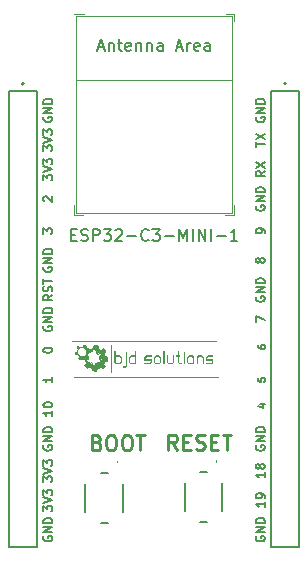
<source format=gbr>
%TF.GenerationSoftware,KiCad,Pcbnew,9.0.2*%
%TF.CreationDate,2025-10-16T21:48:54+11:00*%
%TF.ProjectId,esp32-c3-bare-bones,65737033-322d-4633-932d-626172652d62,0*%
%TF.SameCoordinates,Original*%
%TF.FileFunction,Legend,Top*%
%TF.FilePolarity,Positive*%
%FSLAX46Y46*%
G04 Gerber Fmt 4.6, Leading zero omitted, Abs format (unit mm)*
G04 Created by KiCad (PCBNEW 9.0.2) date 2025-10-16 21:48:54*
%MOMM*%
%LPD*%
G01*
G04 APERTURE LIST*
%ADD10C,0.150000*%
%ADD11C,0.100000*%
%ADD12C,0.000000*%
%ADD13C,0.040696*%
%ADD14C,0.003130*%
%ADD15C,0.254000*%
%ADD16C,0.120000*%
%ADD17C,0.200000*%
G04 APERTURE END LIST*
D10*
X160718771Y-112485714D02*
X161118771Y-112485714D01*
X160490200Y-112628571D02*
X160918771Y-112771428D01*
X160918771Y-112771428D02*
X160918771Y-112399999D01*
X160386128Y-88171428D02*
X160350414Y-88242857D01*
X160350414Y-88242857D02*
X160350414Y-88349999D01*
X160350414Y-88349999D02*
X160386128Y-88457142D01*
X160386128Y-88457142D02*
X160457557Y-88528571D01*
X160457557Y-88528571D02*
X160528985Y-88564285D01*
X160528985Y-88564285D02*
X160671842Y-88599999D01*
X160671842Y-88599999D02*
X160778985Y-88599999D01*
X160778985Y-88599999D02*
X160921842Y-88564285D01*
X160921842Y-88564285D02*
X160993271Y-88528571D01*
X160993271Y-88528571D02*
X161064700Y-88457142D01*
X161064700Y-88457142D02*
X161100414Y-88349999D01*
X161100414Y-88349999D02*
X161100414Y-88278571D01*
X161100414Y-88278571D02*
X161064700Y-88171428D01*
X161064700Y-88171428D02*
X161028985Y-88135714D01*
X161028985Y-88135714D02*
X160778985Y-88135714D01*
X160778985Y-88135714D02*
X160778985Y-88278571D01*
X161100414Y-87814285D02*
X160350414Y-87814285D01*
X160350414Y-87814285D02*
X161100414Y-87385714D01*
X161100414Y-87385714D02*
X160350414Y-87385714D01*
X161100414Y-87028571D02*
X160350414Y-87028571D01*
X160350414Y-87028571D02*
X160350414Y-86850000D01*
X160350414Y-86850000D02*
X160386128Y-86742857D01*
X160386128Y-86742857D02*
X160457557Y-86671428D01*
X160457557Y-86671428D02*
X160528985Y-86635714D01*
X160528985Y-86635714D02*
X160671842Y-86600000D01*
X160671842Y-86600000D02*
X160778985Y-86600000D01*
X160778985Y-86600000D02*
X160921842Y-86635714D01*
X160921842Y-86635714D02*
X160993271Y-86671428D01*
X160993271Y-86671428D02*
X161064700Y-86742857D01*
X161064700Y-86742857D02*
X161100414Y-86850000D01*
X161100414Y-86850000D02*
X161100414Y-87028571D01*
X161100414Y-92725000D02*
X160743271Y-92975000D01*
X161100414Y-93153571D02*
X160350414Y-93153571D01*
X160350414Y-93153571D02*
X160350414Y-92867857D01*
X160350414Y-92867857D02*
X160386128Y-92796428D01*
X160386128Y-92796428D02*
X160421842Y-92760714D01*
X160421842Y-92760714D02*
X160493271Y-92725000D01*
X160493271Y-92725000D02*
X160600414Y-92725000D01*
X160600414Y-92725000D02*
X160671842Y-92760714D01*
X160671842Y-92760714D02*
X160707557Y-92796428D01*
X160707557Y-92796428D02*
X160743271Y-92867857D01*
X160743271Y-92867857D02*
X160743271Y-93153571D01*
X160350414Y-92475000D02*
X161100414Y-91975000D01*
X160350414Y-91975000D02*
X161100414Y-92475000D01*
X160386128Y-95671428D02*
X160350414Y-95742857D01*
X160350414Y-95742857D02*
X160350414Y-95849999D01*
X160350414Y-95849999D02*
X160386128Y-95957142D01*
X160386128Y-95957142D02*
X160457557Y-96028571D01*
X160457557Y-96028571D02*
X160528985Y-96064285D01*
X160528985Y-96064285D02*
X160671842Y-96099999D01*
X160671842Y-96099999D02*
X160778985Y-96099999D01*
X160778985Y-96099999D02*
X160921842Y-96064285D01*
X160921842Y-96064285D02*
X160993271Y-96028571D01*
X160993271Y-96028571D02*
X161064700Y-95957142D01*
X161064700Y-95957142D02*
X161100414Y-95849999D01*
X161100414Y-95849999D02*
X161100414Y-95778571D01*
X161100414Y-95778571D02*
X161064700Y-95671428D01*
X161064700Y-95671428D02*
X161028985Y-95635714D01*
X161028985Y-95635714D02*
X160778985Y-95635714D01*
X160778985Y-95635714D02*
X160778985Y-95778571D01*
X161100414Y-95314285D02*
X160350414Y-95314285D01*
X160350414Y-95314285D02*
X161100414Y-94885714D01*
X161100414Y-94885714D02*
X160350414Y-94885714D01*
X161100414Y-94528571D02*
X160350414Y-94528571D01*
X160350414Y-94528571D02*
X160350414Y-94350000D01*
X160350414Y-94350000D02*
X160386128Y-94242857D01*
X160386128Y-94242857D02*
X160457557Y-94171428D01*
X160457557Y-94171428D02*
X160528985Y-94135714D01*
X160528985Y-94135714D02*
X160671842Y-94100000D01*
X160671842Y-94100000D02*
X160778985Y-94100000D01*
X160778985Y-94100000D02*
X160921842Y-94135714D01*
X160921842Y-94135714D02*
X160993271Y-94171428D01*
X160993271Y-94171428D02*
X161064700Y-94242857D01*
X161064700Y-94242857D02*
X161100414Y-94350000D01*
X161100414Y-94350000D02*
X161100414Y-94528571D01*
X160518771Y-107485714D02*
X160518771Y-107599999D01*
X160518771Y-107599999D02*
X160547342Y-107657142D01*
X160547342Y-107657142D02*
X160575914Y-107685714D01*
X160575914Y-107685714D02*
X160661628Y-107742856D01*
X160661628Y-107742856D02*
X160775914Y-107771428D01*
X160775914Y-107771428D02*
X161004485Y-107771428D01*
X161004485Y-107771428D02*
X161061628Y-107742856D01*
X161061628Y-107742856D02*
X161090200Y-107714285D01*
X161090200Y-107714285D02*
X161118771Y-107657142D01*
X161118771Y-107657142D02*
X161118771Y-107542856D01*
X161118771Y-107542856D02*
X161090200Y-107485714D01*
X161090200Y-107485714D02*
X161061628Y-107457142D01*
X161061628Y-107457142D02*
X161004485Y-107428571D01*
X161004485Y-107428571D02*
X160861628Y-107428571D01*
X160861628Y-107428571D02*
X160804485Y-107457142D01*
X160804485Y-107457142D02*
X160775914Y-107485714D01*
X160775914Y-107485714D02*
X160747342Y-107542856D01*
X160747342Y-107542856D02*
X160747342Y-107657142D01*
X160747342Y-107657142D02*
X160775914Y-107714285D01*
X160775914Y-107714285D02*
X160804485Y-107742856D01*
X160804485Y-107742856D02*
X160861628Y-107771428D01*
X160386128Y-115971428D02*
X160350414Y-116042857D01*
X160350414Y-116042857D02*
X160350414Y-116149999D01*
X160350414Y-116149999D02*
X160386128Y-116257142D01*
X160386128Y-116257142D02*
X160457557Y-116328571D01*
X160457557Y-116328571D02*
X160528985Y-116364285D01*
X160528985Y-116364285D02*
X160671842Y-116399999D01*
X160671842Y-116399999D02*
X160778985Y-116399999D01*
X160778985Y-116399999D02*
X160921842Y-116364285D01*
X160921842Y-116364285D02*
X160993271Y-116328571D01*
X160993271Y-116328571D02*
X161064700Y-116257142D01*
X161064700Y-116257142D02*
X161100414Y-116149999D01*
X161100414Y-116149999D02*
X161100414Y-116078571D01*
X161100414Y-116078571D02*
X161064700Y-115971428D01*
X161064700Y-115971428D02*
X161028985Y-115935714D01*
X161028985Y-115935714D02*
X160778985Y-115935714D01*
X160778985Y-115935714D02*
X160778985Y-116078571D01*
X161100414Y-115614285D02*
X160350414Y-115614285D01*
X160350414Y-115614285D02*
X161100414Y-115185714D01*
X161100414Y-115185714D02*
X160350414Y-115185714D01*
X161100414Y-114828571D02*
X160350414Y-114828571D01*
X160350414Y-114828571D02*
X160350414Y-114650000D01*
X160350414Y-114650000D02*
X160386128Y-114542857D01*
X160386128Y-114542857D02*
X160457557Y-114471428D01*
X160457557Y-114471428D02*
X160528985Y-114435714D01*
X160528985Y-114435714D02*
X160671842Y-114400000D01*
X160671842Y-114400000D02*
X160778985Y-114400000D01*
X160778985Y-114400000D02*
X160921842Y-114435714D01*
X160921842Y-114435714D02*
X160993271Y-114471428D01*
X160993271Y-114471428D02*
X161064700Y-114542857D01*
X161064700Y-114542857D02*
X161100414Y-114650000D01*
X161100414Y-114650000D02*
X161100414Y-114828571D01*
X160386128Y-123671428D02*
X160350414Y-123742857D01*
X160350414Y-123742857D02*
X160350414Y-123849999D01*
X160350414Y-123849999D02*
X160386128Y-123957142D01*
X160386128Y-123957142D02*
X160457557Y-124028571D01*
X160457557Y-124028571D02*
X160528985Y-124064285D01*
X160528985Y-124064285D02*
X160671842Y-124099999D01*
X160671842Y-124099999D02*
X160778985Y-124099999D01*
X160778985Y-124099999D02*
X160921842Y-124064285D01*
X160921842Y-124064285D02*
X160993271Y-124028571D01*
X160993271Y-124028571D02*
X161064700Y-123957142D01*
X161064700Y-123957142D02*
X161100414Y-123849999D01*
X161100414Y-123849999D02*
X161100414Y-123778571D01*
X161100414Y-123778571D02*
X161064700Y-123671428D01*
X161064700Y-123671428D02*
X161028985Y-123635714D01*
X161028985Y-123635714D02*
X160778985Y-123635714D01*
X160778985Y-123635714D02*
X160778985Y-123778571D01*
X161100414Y-123314285D02*
X160350414Y-123314285D01*
X160350414Y-123314285D02*
X161100414Y-122885714D01*
X161100414Y-122885714D02*
X160350414Y-122885714D01*
X161100414Y-122528571D02*
X160350414Y-122528571D01*
X160350414Y-122528571D02*
X160350414Y-122350000D01*
X160350414Y-122350000D02*
X160386128Y-122242857D01*
X160386128Y-122242857D02*
X160457557Y-122171428D01*
X160457557Y-122171428D02*
X160528985Y-122135714D01*
X160528985Y-122135714D02*
X160671842Y-122100000D01*
X160671842Y-122100000D02*
X160778985Y-122100000D01*
X160778985Y-122100000D02*
X160921842Y-122135714D01*
X160921842Y-122135714D02*
X160993271Y-122171428D01*
X160993271Y-122171428D02*
X161064700Y-122242857D01*
X161064700Y-122242857D02*
X161100414Y-122350000D01*
X161100414Y-122350000D02*
X161100414Y-122528571D01*
X161100414Y-120742857D02*
X161100414Y-121171428D01*
X161100414Y-120957143D02*
X160350414Y-120957143D01*
X160350414Y-120957143D02*
X160457557Y-121028571D01*
X160457557Y-121028571D02*
X160528985Y-121100000D01*
X160528985Y-121100000D02*
X160564700Y-121171428D01*
X161100414Y-120385714D02*
X161100414Y-120242857D01*
X161100414Y-120242857D02*
X161064700Y-120171428D01*
X161064700Y-120171428D02*
X161028985Y-120135714D01*
X161028985Y-120135714D02*
X160921842Y-120064285D01*
X160921842Y-120064285D02*
X160778985Y-120028571D01*
X160778985Y-120028571D02*
X160493271Y-120028571D01*
X160493271Y-120028571D02*
X160421842Y-120064285D01*
X160421842Y-120064285D02*
X160386128Y-120100000D01*
X160386128Y-120100000D02*
X160350414Y-120171428D01*
X160350414Y-120171428D02*
X160350414Y-120314285D01*
X160350414Y-120314285D02*
X160386128Y-120385714D01*
X160386128Y-120385714D02*
X160421842Y-120421428D01*
X160421842Y-120421428D02*
X160493271Y-120457142D01*
X160493271Y-120457142D02*
X160671842Y-120457142D01*
X160671842Y-120457142D02*
X160743271Y-120421428D01*
X160743271Y-120421428D02*
X160778985Y-120385714D01*
X160778985Y-120385714D02*
X160814700Y-120314285D01*
X160814700Y-120314285D02*
X160814700Y-120171428D01*
X160814700Y-120171428D02*
X160778985Y-120100000D01*
X160778985Y-120100000D02*
X160743271Y-120064285D01*
X160743271Y-120064285D02*
X160671842Y-120028571D01*
X160518771Y-110257142D02*
X160518771Y-110542856D01*
X160518771Y-110542856D02*
X160804485Y-110571428D01*
X160804485Y-110571428D02*
X160775914Y-110542856D01*
X160775914Y-110542856D02*
X160747342Y-110485714D01*
X160747342Y-110485714D02*
X160747342Y-110342856D01*
X160747342Y-110342856D02*
X160775914Y-110285714D01*
X160775914Y-110285714D02*
X160804485Y-110257142D01*
X160804485Y-110257142D02*
X160861628Y-110228571D01*
X160861628Y-110228571D02*
X161004485Y-110228571D01*
X161004485Y-110228571D02*
X161061628Y-110257142D01*
X161061628Y-110257142D02*
X161090200Y-110285714D01*
X161090200Y-110285714D02*
X161118771Y-110342856D01*
X161118771Y-110342856D02*
X161118771Y-110485714D01*
X161118771Y-110485714D02*
X161090200Y-110542856D01*
X161090200Y-110542856D02*
X161061628Y-110571428D01*
X161100414Y-118242857D02*
X161100414Y-118671428D01*
X161100414Y-118457143D02*
X160350414Y-118457143D01*
X160350414Y-118457143D02*
X160457557Y-118528571D01*
X160457557Y-118528571D02*
X160528985Y-118600000D01*
X160528985Y-118600000D02*
X160564700Y-118671428D01*
X160671842Y-117814285D02*
X160636128Y-117885714D01*
X160636128Y-117885714D02*
X160600414Y-117921428D01*
X160600414Y-117921428D02*
X160528985Y-117957142D01*
X160528985Y-117957142D02*
X160493271Y-117957142D01*
X160493271Y-117957142D02*
X160421842Y-117921428D01*
X160421842Y-117921428D02*
X160386128Y-117885714D01*
X160386128Y-117885714D02*
X160350414Y-117814285D01*
X160350414Y-117814285D02*
X160350414Y-117671428D01*
X160350414Y-117671428D02*
X160386128Y-117600000D01*
X160386128Y-117600000D02*
X160421842Y-117564285D01*
X160421842Y-117564285D02*
X160493271Y-117528571D01*
X160493271Y-117528571D02*
X160528985Y-117528571D01*
X160528985Y-117528571D02*
X160600414Y-117564285D01*
X160600414Y-117564285D02*
X160636128Y-117600000D01*
X160636128Y-117600000D02*
X160671842Y-117671428D01*
X160671842Y-117671428D02*
X160671842Y-117814285D01*
X160671842Y-117814285D02*
X160707557Y-117885714D01*
X160707557Y-117885714D02*
X160743271Y-117921428D01*
X160743271Y-117921428D02*
X160814700Y-117957142D01*
X160814700Y-117957142D02*
X160957557Y-117957142D01*
X160957557Y-117957142D02*
X161028985Y-117921428D01*
X161028985Y-117921428D02*
X161064700Y-117885714D01*
X161064700Y-117885714D02*
X161100414Y-117814285D01*
X161100414Y-117814285D02*
X161100414Y-117671428D01*
X161100414Y-117671428D02*
X161064700Y-117600000D01*
X161064700Y-117600000D02*
X161028985Y-117564285D01*
X161028985Y-117564285D02*
X160957557Y-117528571D01*
X160957557Y-117528571D02*
X160814700Y-117528571D01*
X160814700Y-117528571D02*
X160743271Y-117564285D01*
X160743271Y-117564285D02*
X160707557Y-117600000D01*
X160707557Y-117600000D02*
X160671842Y-117671428D01*
X160350414Y-90671428D02*
X160350414Y-90242857D01*
X161100414Y-90457142D02*
X160350414Y-90457142D01*
X160350414Y-90064285D02*
X161100414Y-89564285D01*
X160350414Y-89564285D02*
X161100414Y-90064285D01*
X161100414Y-97942857D02*
X161100414Y-97800000D01*
X161100414Y-97800000D02*
X161064700Y-97728571D01*
X161064700Y-97728571D02*
X161028985Y-97692857D01*
X161028985Y-97692857D02*
X160921842Y-97621428D01*
X160921842Y-97621428D02*
X160778985Y-97585714D01*
X160778985Y-97585714D02*
X160493271Y-97585714D01*
X160493271Y-97585714D02*
X160421842Y-97621428D01*
X160421842Y-97621428D02*
X160386128Y-97657143D01*
X160386128Y-97657143D02*
X160350414Y-97728571D01*
X160350414Y-97728571D02*
X160350414Y-97871428D01*
X160350414Y-97871428D02*
X160386128Y-97942857D01*
X160386128Y-97942857D02*
X160421842Y-97978571D01*
X160421842Y-97978571D02*
X160493271Y-98014285D01*
X160493271Y-98014285D02*
X160671842Y-98014285D01*
X160671842Y-98014285D02*
X160743271Y-97978571D01*
X160743271Y-97978571D02*
X160778985Y-97942857D01*
X160778985Y-97942857D02*
X160814700Y-97871428D01*
X160814700Y-97871428D02*
X160814700Y-97728571D01*
X160814700Y-97728571D02*
X160778985Y-97657143D01*
X160778985Y-97657143D02*
X160743271Y-97621428D01*
X160743271Y-97621428D02*
X160671842Y-97585714D01*
X160386128Y-103371428D02*
X160350414Y-103442857D01*
X160350414Y-103442857D02*
X160350414Y-103549999D01*
X160350414Y-103549999D02*
X160386128Y-103657142D01*
X160386128Y-103657142D02*
X160457557Y-103728571D01*
X160457557Y-103728571D02*
X160528985Y-103764285D01*
X160528985Y-103764285D02*
X160671842Y-103799999D01*
X160671842Y-103799999D02*
X160778985Y-103799999D01*
X160778985Y-103799999D02*
X160921842Y-103764285D01*
X160921842Y-103764285D02*
X160993271Y-103728571D01*
X160993271Y-103728571D02*
X161064700Y-103657142D01*
X161064700Y-103657142D02*
X161100414Y-103549999D01*
X161100414Y-103549999D02*
X161100414Y-103478571D01*
X161100414Y-103478571D02*
X161064700Y-103371428D01*
X161064700Y-103371428D02*
X161028985Y-103335714D01*
X161028985Y-103335714D02*
X160778985Y-103335714D01*
X160778985Y-103335714D02*
X160778985Y-103478571D01*
X161100414Y-103014285D02*
X160350414Y-103014285D01*
X160350414Y-103014285D02*
X161100414Y-102585714D01*
X161100414Y-102585714D02*
X160350414Y-102585714D01*
X161100414Y-102228571D02*
X160350414Y-102228571D01*
X160350414Y-102228571D02*
X160350414Y-102050000D01*
X160350414Y-102050000D02*
X160386128Y-101942857D01*
X160386128Y-101942857D02*
X160457557Y-101871428D01*
X160457557Y-101871428D02*
X160528985Y-101835714D01*
X160528985Y-101835714D02*
X160671842Y-101800000D01*
X160671842Y-101800000D02*
X160778985Y-101800000D01*
X160778985Y-101800000D02*
X160921842Y-101835714D01*
X160921842Y-101835714D02*
X160993271Y-101871428D01*
X160993271Y-101871428D02*
X161064700Y-101942857D01*
X161064700Y-101942857D02*
X161100414Y-102050000D01*
X161100414Y-102050000D02*
X161100414Y-102228571D01*
X160671842Y-100371428D02*
X160636128Y-100442857D01*
X160636128Y-100442857D02*
X160600414Y-100478571D01*
X160600414Y-100478571D02*
X160528985Y-100514285D01*
X160528985Y-100514285D02*
X160493271Y-100514285D01*
X160493271Y-100514285D02*
X160421842Y-100478571D01*
X160421842Y-100478571D02*
X160386128Y-100442857D01*
X160386128Y-100442857D02*
X160350414Y-100371428D01*
X160350414Y-100371428D02*
X160350414Y-100228571D01*
X160350414Y-100228571D02*
X160386128Y-100157143D01*
X160386128Y-100157143D02*
X160421842Y-100121428D01*
X160421842Y-100121428D02*
X160493271Y-100085714D01*
X160493271Y-100085714D02*
X160528985Y-100085714D01*
X160528985Y-100085714D02*
X160600414Y-100121428D01*
X160600414Y-100121428D02*
X160636128Y-100157143D01*
X160636128Y-100157143D02*
X160671842Y-100228571D01*
X160671842Y-100228571D02*
X160671842Y-100371428D01*
X160671842Y-100371428D02*
X160707557Y-100442857D01*
X160707557Y-100442857D02*
X160743271Y-100478571D01*
X160743271Y-100478571D02*
X160814700Y-100514285D01*
X160814700Y-100514285D02*
X160957557Y-100514285D01*
X160957557Y-100514285D02*
X161028985Y-100478571D01*
X161028985Y-100478571D02*
X161064700Y-100442857D01*
X161064700Y-100442857D02*
X161100414Y-100371428D01*
X161100414Y-100371428D02*
X161100414Y-100228571D01*
X161100414Y-100228571D02*
X161064700Y-100157143D01*
X161064700Y-100157143D02*
X161028985Y-100121428D01*
X161028985Y-100121428D02*
X160957557Y-100085714D01*
X160957557Y-100085714D02*
X160814700Y-100085714D01*
X160814700Y-100085714D02*
X160743271Y-100121428D01*
X160743271Y-100121428D02*
X160707557Y-100157143D01*
X160707557Y-100157143D02*
X160671842Y-100228571D01*
X160350414Y-105550000D02*
X160350414Y-105050000D01*
X160350414Y-105050000D02*
X161100414Y-105371428D01*
X142386128Y-123671428D02*
X142350414Y-123742857D01*
X142350414Y-123742857D02*
X142350414Y-123849999D01*
X142350414Y-123849999D02*
X142386128Y-123957142D01*
X142386128Y-123957142D02*
X142457557Y-124028571D01*
X142457557Y-124028571D02*
X142528985Y-124064285D01*
X142528985Y-124064285D02*
X142671842Y-124099999D01*
X142671842Y-124099999D02*
X142778985Y-124099999D01*
X142778985Y-124099999D02*
X142921842Y-124064285D01*
X142921842Y-124064285D02*
X142993271Y-124028571D01*
X142993271Y-124028571D02*
X143064700Y-123957142D01*
X143064700Y-123957142D02*
X143100414Y-123849999D01*
X143100414Y-123849999D02*
X143100414Y-123778571D01*
X143100414Y-123778571D02*
X143064700Y-123671428D01*
X143064700Y-123671428D02*
X143028985Y-123635714D01*
X143028985Y-123635714D02*
X142778985Y-123635714D01*
X142778985Y-123635714D02*
X142778985Y-123778571D01*
X143100414Y-123314285D02*
X142350414Y-123314285D01*
X142350414Y-123314285D02*
X143100414Y-122885714D01*
X143100414Y-122885714D02*
X142350414Y-122885714D01*
X143100414Y-122528571D02*
X142350414Y-122528571D01*
X142350414Y-122528571D02*
X142350414Y-122350000D01*
X142350414Y-122350000D02*
X142386128Y-122242857D01*
X142386128Y-122242857D02*
X142457557Y-122171428D01*
X142457557Y-122171428D02*
X142528985Y-122135714D01*
X142528985Y-122135714D02*
X142671842Y-122100000D01*
X142671842Y-122100000D02*
X142778985Y-122100000D01*
X142778985Y-122100000D02*
X142921842Y-122135714D01*
X142921842Y-122135714D02*
X142993271Y-122171428D01*
X142993271Y-122171428D02*
X143064700Y-122242857D01*
X143064700Y-122242857D02*
X143100414Y-122350000D01*
X143100414Y-122350000D02*
X143100414Y-122528571D01*
X142350414Y-121528571D02*
X142350414Y-121064285D01*
X142350414Y-121064285D02*
X142636128Y-121314285D01*
X142636128Y-121314285D02*
X142636128Y-121207142D01*
X142636128Y-121207142D02*
X142671842Y-121135714D01*
X142671842Y-121135714D02*
X142707557Y-121099999D01*
X142707557Y-121099999D02*
X142778985Y-121064285D01*
X142778985Y-121064285D02*
X142957557Y-121064285D01*
X142957557Y-121064285D02*
X143028985Y-121099999D01*
X143028985Y-121099999D02*
X143064700Y-121135714D01*
X143064700Y-121135714D02*
X143100414Y-121207142D01*
X143100414Y-121207142D02*
X143100414Y-121421428D01*
X143100414Y-121421428D02*
X143064700Y-121492856D01*
X143064700Y-121492856D02*
X143028985Y-121528571D01*
X142350414Y-120849999D02*
X143100414Y-120599999D01*
X143100414Y-120599999D02*
X142350414Y-120349999D01*
X142350414Y-120171428D02*
X142350414Y-119707142D01*
X142350414Y-119707142D02*
X142636128Y-119957142D01*
X142636128Y-119957142D02*
X142636128Y-119849999D01*
X142636128Y-119849999D02*
X142671842Y-119778571D01*
X142671842Y-119778571D02*
X142707557Y-119742856D01*
X142707557Y-119742856D02*
X142778985Y-119707142D01*
X142778985Y-119707142D02*
X142957557Y-119707142D01*
X142957557Y-119707142D02*
X143028985Y-119742856D01*
X143028985Y-119742856D02*
X143064700Y-119778571D01*
X143064700Y-119778571D02*
X143100414Y-119849999D01*
X143100414Y-119849999D02*
X143100414Y-120064285D01*
X143100414Y-120064285D02*
X143064700Y-120135713D01*
X143064700Y-120135713D02*
X143028985Y-120171428D01*
X142350414Y-119028571D02*
X142350414Y-118564285D01*
X142350414Y-118564285D02*
X142636128Y-118814285D01*
X142636128Y-118814285D02*
X142636128Y-118707142D01*
X142636128Y-118707142D02*
X142671842Y-118635714D01*
X142671842Y-118635714D02*
X142707557Y-118599999D01*
X142707557Y-118599999D02*
X142778985Y-118564285D01*
X142778985Y-118564285D02*
X142957557Y-118564285D01*
X142957557Y-118564285D02*
X143028985Y-118599999D01*
X143028985Y-118599999D02*
X143064700Y-118635714D01*
X143064700Y-118635714D02*
X143100414Y-118707142D01*
X143100414Y-118707142D02*
X143100414Y-118921428D01*
X143100414Y-118921428D02*
X143064700Y-118992856D01*
X143064700Y-118992856D02*
X143028985Y-119028571D01*
X142350414Y-118349999D02*
X143100414Y-118099999D01*
X143100414Y-118099999D02*
X142350414Y-117849999D01*
X142350414Y-117671428D02*
X142350414Y-117207142D01*
X142350414Y-117207142D02*
X142636128Y-117457142D01*
X142636128Y-117457142D02*
X142636128Y-117349999D01*
X142636128Y-117349999D02*
X142671842Y-117278571D01*
X142671842Y-117278571D02*
X142707557Y-117242856D01*
X142707557Y-117242856D02*
X142778985Y-117207142D01*
X142778985Y-117207142D02*
X142957557Y-117207142D01*
X142957557Y-117207142D02*
X143028985Y-117242856D01*
X143028985Y-117242856D02*
X143064700Y-117278571D01*
X143064700Y-117278571D02*
X143100414Y-117349999D01*
X143100414Y-117349999D02*
X143100414Y-117564285D01*
X143100414Y-117564285D02*
X143064700Y-117635713D01*
X143064700Y-117635713D02*
X143028985Y-117671428D01*
X142350414Y-107935714D02*
X142350414Y-107864285D01*
X142350414Y-107864285D02*
X142386128Y-107792857D01*
X142386128Y-107792857D02*
X142421842Y-107757143D01*
X142421842Y-107757143D02*
X142493271Y-107721428D01*
X142493271Y-107721428D02*
X142636128Y-107685714D01*
X142636128Y-107685714D02*
X142814700Y-107685714D01*
X142814700Y-107685714D02*
X142957557Y-107721428D01*
X142957557Y-107721428D02*
X143028985Y-107757143D01*
X143028985Y-107757143D02*
X143064700Y-107792857D01*
X143064700Y-107792857D02*
X143100414Y-107864285D01*
X143100414Y-107864285D02*
X143100414Y-107935714D01*
X143100414Y-107935714D02*
X143064700Y-108007143D01*
X143064700Y-108007143D02*
X143028985Y-108042857D01*
X143028985Y-108042857D02*
X142957557Y-108078571D01*
X142957557Y-108078571D02*
X142814700Y-108114285D01*
X142814700Y-108114285D02*
X142636128Y-108114285D01*
X142636128Y-108114285D02*
X142493271Y-108078571D01*
X142493271Y-108078571D02*
X142421842Y-108042857D01*
X142421842Y-108042857D02*
X142386128Y-108007143D01*
X142386128Y-108007143D02*
X142350414Y-107935714D01*
X143100414Y-113042857D02*
X143100414Y-113471428D01*
X143100414Y-113257143D02*
X142350414Y-113257143D01*
X142350414Y-113257143D02*
X142457557Y-113328571D01*
X142457557Y-113328571D02*
X142528985Y-113400000D01*
X142528985Y-113400000D02*
X142564700Y-113471428D01*
X142350414Y-112578571D02*
X142350414Y-112507142D01*
X142350414Y-112507142D02*
X142386128Y-112435714D01*
X142386128Y-112435714D02*
X142421842Y-112400000D01*
X142421842Y-112400000D02*
X142493271Y-112364285D01*
X142493271Y-112364285D02*
X142636128Y-112328571D01*
X142636128Y-112328571D02*
X142814700Y-112328571D01*
X142814700Y-112328571D02*
X142957557Y-112364285D01*
X142957557Y-112364285D02*
X143028985Y-112400000D01*
X143028985Y-112400000D02*
X143064700Y-112435714D01*
X143064700Y-112435714D02*
X143100414Y-112507142D01*
X143100414Y-112507142D02*
X143100414Y-112578571D01*
X143100414Y-112578571D02*
X143064700Y-112650000D01*
X143064700Y-112650000D02*
X143028985Y-112685714D01*
X143028985Y-112685714D02*
X142957557Y-112721428D01*
X142957557Y-112721428D02*
X142814700Y-112757142D01*
X142814700Y-112757142D02*
X142636128Y-112757142D01*
X142636128Y-112757142D02*
X142493271Y-112721428D01*
X142493271Y-112721428D02*
X142421842Y-112685714D01*
X142421842Y-112685714D02*
X142386128Y-112650000D01*
X142386128Y-112650000D02*
X142350414Y-112578571D01*
X143100414Y-110185714D02*
X143100414Y-110614285D01*
X143100414Y-110400000D02*
X142350414Y-110400000D01*
X142350414Y-110400000D02*
X142457557Y-110471428D01*
X142457557Y-110471428D02*
X142528985Y-110542857D01*
X142528985Y-110542857D02*
X142564700Y-110614285D01*
X142386128Y-115971428D02*
X142350414Y-116042857D01*
X142350414Y-116042857D02*
X142350414Y-116149999D01*
X142350414Y-116149999D02*
X142386128Y-116257142D01*
X142386128Y-116257142D02*
X142457557Y-116328571D01*
X142457557Y-116328571D02*
X142528985Y-116364285D01*
X142528985Y-116364285D02*
X142671842Y-116399999D01*
X142671842Y-116399999D02*
X142778985Y-116399999D01*
X142778985Y-116399999D02*
X142921842Y-116364285D01*
X142921842Y-116364285D02*
X142993271Y-116328571D01*
X142993271Y-116328571D02*
X143064700Y-116257142D01*
X143064700Y-116257142D02*
X143100414Y-116149999D01*
X143100414Y-116149999D02*
X143100414Y-116078571D01*
X143100414Y-116078571D02*
X143064700Y-115971428D01*
X143064700Y-115971428D02*
X143028985Y-115935714D01*
X143028985Y-115935714D02*
X142778985Y-115935714D01*
X142778985Y-115935714D02*
X142778985Y-116078571D01*
X143100414Y-115614285D02*
X142350414Y-115614285D01*
X142350414Y-115614285D02*
X143100414Y-115185714D01*
X143100414Y-115185714D02*
X142350414Y-115185714D01*
X143100414Y-114828571D02*
X142350414Y-114828571D01*
X142350414Y-114828571D02*
X142350414Y-114650000D01*
X142350414Y-114650000D02*
X142386128Y-114542857D01*
X142386128Y-114542857D02*
X142457557Y-114471428D01*
X142457557Y-114471428D02*
X142528985Y-114435714D01*
X142528985Y-114435714D02*
X142671842Y-114400000D01*
X142671842Y-114400000D02*
X142778985Y-114400000D01*
X142778985Y-114400000D02*
X142921842Y-114435714D01*
X142921842Y-114435714D02*
X142993271Y-114471428D01*
X142993271Y-114471428D02*
X143064700Y-114542857D01*
X143064700Y-114542857D02*
X143100414Y-114650000D01*
X143100414Y-114650000D02*
X143100414Y-114828571D01*
X142350414Y-98050000D02*
X142350414Y-97585714D01*
X142350414Y-97585714D02*
X142636128Y-97835714D01*
X142636128Y-97835714D02*
X142636128Y-97728571D01*
X142636128Y-97728571D02*
X142671842Y-97657143D01*
X142671842Y-97657143D02*
X142707557Y-97621428D01*
X142707557Y-97621428D02*
X142778985Y-97585714D01*
X142778985Y-97585714D02*
X142957557Y-97585714D01*
X142957557Y-97585714D02*
X143028985Y-97621428D01*
X143028985Y-97621428D02*
X143064700Y-97657143D01*
X143064700Y-97657143D02*
X143100414Y-97728571D01*
X143100414Y-97728571D02*
X143100414Y-97942857D01*
X143100414Y-97942857D02*
X143064700Y-98014285D01*
X143064700Y-98014285D02*
X143028985Y-98050000D01*
X143100414Y-103210714D02*
X142743271Y-103460714D01*
X143100414Y-103639285D02*
X142350414Y-103639285D01*
X142350414Y-103639285D02*
X142350414Y-103353571D01*
X142350414Y-103353571D02*
X142386128Y-103282142D01*
X142386128Y-103282142D02*
X142421842Y-103246428D01*
X142421842Y-103246428D02*
X142493271Y-103210714D01*
X142493271Y-103210714D02*
X142600414Y-103210714D01*
X142600414Y-103210714D02*
X142671842Y-103246428D01*
X142671842Y-103246428D02*
X142707557Y-103282142D01*
X142707557Y-103282142D02*
X142743271Y-103353571D01*
X142743271Y-103353571D02*
X142743271Y-103639285D01*
X143064700Y-102924999D02*
X143100414Y-102817857D01*
X143100414Y-102817857D02*
X143100414Y-102639285D01*
X143100414Y-102639285D02*
X143064700Y-102567857D01*
X143064700Y-102567857D02*
X143028985Y-102532142D01*
X143028985Y-102532142D02*
X142957557Y-102496428D01*
X142957557Y-102496428D02*
X142886128Y-102496428D01*
X142886128Y-102496428D02*
X142814700Y-102532142D01*
X142814700Y-102532142D02*
X142778985Y-102567857D01*
X142778985Y-102567857D02*
X142743271Y-102639285D01*
X142743271Y-102639285D02*
X142707557Y-102782142D01*
X142707557Y-102782142D02*
X142671842Y-102853571D01*
X142671842Y-102853571D02*
X142636128Y-102889285D01*
X142636128Y-102889285D02*
X142564700Y-102924999D01*
X142564700Y-102924999D02*
X142493271Y-102924999D01*
X142493271Y-102924999D02*
X142421842Y-102889285D01*
X142421842Y-102889285D02*
X142386128Y-102853571D01*
X142386128Y-102853571D02*
X142350414Y-102782142D01*
X142350414Y-102782142D02*
X142350414Y-102603571D01*
X142350414Y-102603571D02*
X142386128Y-102496428D01*
X142350414Y-102282142D02*
X142350414Y-101853571D01*
X143100414Y-102067856D02*
X142350414Y-102067856D01*
X142386128Y-105871428D02*
X142350414Y-105942857D01*
X142350414Y-105942857D02*
X142350414Y-106049999D01*
X142350414Y-106049999D02*
X142386128Y-106157142D01*
X142386128Y-106157142D02*
X142457557Y-106228571D01*
X142457557Y-106228571D02*
X142528985Y-106264285D01*
X142528985Y-106264285D02*
X142671842Y-106299999D01*
X142671842Y-106299999D02*
X142778985Y-106299999D01*
X142778985Y-106299999D02*
X142921842Y-106264285D01*
X142921842Y-106264285D02*
X142993271Y-106228571D01*
X142993271Y-106228571D02*
X143064700Y-106157142D01*
X143064700Y-106157142D02*
X143100414Y-106049999D01*
X143100414Y-106049999D02*
X143100414Y-105978571D01*
X143100414Y-105978571D02*
X143064700Y-105871428D01*
X143064700Y-105871428D02*
X143028985Y-105835714D01*
X143028985Y-105835714D02*
X142778985Y-105835714D01*
X142778985Y-105835714D02*
X142778985Y-105978571D01*
X143100414Y-105514285D02*
X142350414Y-105514285D01*
X142350414Y-105514285D02*
X143100414Y-105085714D01*
X143100414Y-105085714D02*
X142350414Y-105085714D01*
X143100414Y-104728571D02*
X142350414Y-104728571D01*
X142350414Y-104728571D02*
X142350414Y-104550000D01*
X142350414Y-104550000D02*
X142386128Y-104442857D01*
X142386128Y-104442857D02*
X142457557Y-104371428D01*
X142457557Y-104371428D02*
X142528985Y-104335714D01*
X142528985Y-104335714D02*
X142671842Y-104300000D01*
X142671842Y-104300000D02*
X142778985Y-104300000D01*
X142778985Y-104300000D02*
X142921842Y-104335714D01*
X142921842Y-104335714D02*
X142993271Y-104371428D01*
X142993271Y-104371428D02*
X143064700Y-104442857D01*
X143064700Y-104442857D02*
X143100414Y-104550000D01*
X143100414Y-104550000D02*
X143100414Y-104728571D01*
X142386128Y-100871428D02*
X142350414Y-100942857D01*
X142350414Y-100942857D02*
X142350414Y-101049999D01*
X142350414Y-101049999D02*
X142386128Y-101157142D01*
X142386128Y-101157142D02*
X142457557Y-101228571D01*
X142457557Y-101228571D02*
X142528985Y-101264285D01*
X142528985Y-101264285D02*
X142671842Y-101299999D01*
X142671842Y-101299999D02*
X142778985Y-101299999D01*
X142778985Y-101299999D02*
X142921842Y-101264285D01*
X142921842Y-101264285D02*
X142993271Y-101228571D01*
X142993271Y-101228571D02*
X143064700Y-101157142D01*
X143064700Y-101157142D02*
X143100414Y-101049999D01*
X143100414Y-101049999D02*
X143100414Y-100978571D01*
X143100414Y-100978571D02*
X143064700Y-100871428D01*
X143064700Y-100871428D02*
X143028985Y-100835714D01*
X143028985Y-100835714D02*
X142778985Y-100835714D01*
X142778985Y-100835714D02*
X142778985Y-100978571D01*
X143100414Y-100514285D02*
X142350414Y-100514285D01*
X142350414Y-100514285D02*
X143100414Y-100085714D01*
X143100414Y-100085714D02*
X142350414Y-100085714D01*
X143100414Y-99728571D02*
X142350414Y-99728571D01*
X142350414Y-99728571D02*
X142350414Y-99550000D01*
X142350414Y-99550000D02*
X142386128Y-99442857D01*
X142386128Y-99442857D02*
X142457557Y-99371428D01*
X142457557Y-99371428D02*
X142528985Y-99335714D01*
X142528985Y-99335714D02*
X142671842Y-99300000D01*
X142671842Y-99300000D02*
X142778985Y-99300000D01*
X142778985Y-99300000D02*
X142921842Y-99335714D01*
X142921842Y-99335714D02*
X142993271Y-99371428D01*
X142993271Y-99371428D02*
X143064700Y-99442857D01*
X143064700Y-99442857D02*
X143100414Y-99550000D01*
X143100414Y-99550000D02*
X143100414Y-99728571D01*
X142350414Y-93528571D02*
X142350414Y-93064285D01*
X142350414Y-93064285D02*
X142636128Y-93314285D01*
X142636128Y-93314285D02*
X142636128Y-93207142D01*
X142636128Y-93207142D02*
X142671842Y-93135714D01*
X142671842Y-93135714D02*
X142707557Y-93099999D01*
X142707557Y-93099999D02*
X142778985Y-93064285D01*
X142778985Y-93064285D02*
X142957557Y-93064285D01*
X142957557Y-93064285D02*
X143028985Y-93099999D01*
X143028985Y-93099999D02*
X143064700Y-93135714D01*
X143064700Y-93135714D02*
X143100414Y-93207142D01*
X143100414Y-93207142D02*
X143100414Y-93421428D01*
X143100414Y-93421428D02*
X143064700Y-93492856D01*
X143064700Y-93492856D02*
X143028985Y-93528571D01*
X142350414Y-92849999D02*
X143100414Y-92599999D01*
X143100414Y-92599999D02*
X142350414Y-92349999D01*
X142350414Y-92171428D02*
X142350414Y-91707142D01*
X142350414Y-91707142D02*
X142636128Y-91957142D01*
X142636128Y-91957142D02*
X142636128Y-91849999D01*
X142636128Y-91849999D02*
X142671842Y-91778571D01*
X142671842Y-91778571D02*
X142707557Y-91742856D01*
X142707557Y-91742856D02*
X142778985Y-91707142D01*
X142778985Y-91707142D02*
X142957557Y-91707142D01*
X142957557Y-91707142D02*
X143028985Y-91742856D01*
X143028985Y-91742856D02*
X143064700Y-91778571D01*
X143064700Y-91778571D02*
X143100414Y-91849999D01*
X143100414Y-91849999D02*
X143100414Y-92064285D01*
X143100414Y-92064285D02*
X143064700Y-92135713D01*
X143064700Y-92135713D02*
X143028985Y-92171428D01*
X142421842Y-95314285D02*
X142386128Y-95278571D01*
X142386128Y-95278571D02*
X142350414Y-95207143D01*
X142350414Y-95207143D02*
X142350414Y-95028571D01*
X142350414Y-95028571D02*
X142386128Y-94957143D01*
X142386128Y-94957143D02*
X142421842Y-94921428D01*
X142421842Y-94921428D02*
X142493271Y-94885714D01*
X142493271Y-94885714D02*
X142564700Y-94885714D01*
X142564700Y-94885714D02*
X142671842Y-94921428D01*
X142671842Y-94921428D02*
X143100414Y-95350000D01*
X143100414Y-95350000D02*
X143100414Y-94885714D01*
X142350414Y-91028571D02*
X142350414Y-90564285D01*
X142350414Y-90564285D02*
X142636128Y-90814285D01*
X142636128Y-90814285D02*
X142636128Y-90707142D01*
X142636128Y-90707142D02*
X142671842Y-90635714D01*
X142671842Y-90635714D02*
X142707557Y-90599999D01*
X142707557Y-90599999D02*
X142778985Y-90564285D01*
X142778985Y-90564285D02*
X142957557Y-90564285D01*
X142957557Y-90564285D02*
X143028985Y-90599999D01*
X143028985Y-90599999D02*
X143064700Y-90635714D01*
X143064700Y-90635714D02*
X143100414Y-90707142D01*
X143100414Y-90707142D02*
X143100414Y-90921428D01*
X143100414Y-90921428D02*
X143064700Y-90992856D01*
X143064700Y-90992856D02*
X143028985Y-91028571D01*
X142350414Y-90349999D02*
X143100414Y-90099999D01*
X143100414Y-90099999D02*
X142350414Y-89849999D01*
X142350414Y-89671428D02*
X142350414Y-89207142D01*
X142350414Y-89207142D02*
X142636128Y-89457142D01*
X142636128Y-89457142D02*
X142636128Y-89349999D01*
X142636128Y-89349999D02*
X142671842Y-89278571D01*
X142671842Y-89278571D02*
X142707557Y-89242856D01*
X142707557Y-89242856D02*
X142778985Y-89207142D01*
X142778985Y-89207142D02*
X142957557Y-89207142D01*
X142957557Y-89207142D02*
X143028985Y-89242856D01*
X143028985Y-89242856D02*
X143064700Y-89278571D01*
X143064700Y-89278571D02*
X143100414Y-89349999D01*
X143100414Y-89349999D02*
X143100414Y-89564285D01*
X143100414Y-89564285D02*
X143064700Y-89635713D01*
X143064700Y-89635713D02*
X143028985Y-89671428D01*
X142386128Y-88171428D02*
X142350414Y-88242857D01*
X142350414Y-88242857D02*
X142350414Y-88349999D01*
X142350414Y-88349999D02*
X142386128Y-88457142D01*
X142386128Y-88457142D02*
X142457557Y-88528571D01*
X142457557Y-88528571D02*
X142528985Y-88564285D01*
X142528985Y-88564285D02*
X142671842Y-88599999D01*
X142671842Y-88599999D02*
X142778985Y-88599999D01*
X142778985Y-88599999D02*
X142921842Y-88564285D01*
X142921842Y-88564285D02*
X142993271Y-88528571D01*
X142993271Y-88528571D02*
X143064700Y-88457142D01*
X143064700Y-88457142D02*
X143100414Y-88349999D01*
X143100414Y-88349999D02*
X143100414Y-88278571D01*
X143100414Y-88278571D02*
X143064700Y-88171428D01*
X143064700Y-88171428D02*
X143028985Y-88135714D01*
X143028985Y-88135714D02*
X142778985Y-88135714D01*
X142778985Y-88135714D02*
X142778985Y-88278571D01*
X143100414Y-87814285D02*
X142350414Y-87814285D01*
X142350414Y-87814285D02*
X143100414Y-87385714D01*
X143100414Y-87385714D02*
X142350414Y-87385714D01*
X143100414Y-87028571D02*
X142350414Y-87028571D01*
X142350414Y-87028571D02*
X142350414Y-86850000D01*
X142350414Y-86850000D02*
X142386128Y-86742857D01*
X142386128Y-86742857D02*
X142457557Y-86671428D01*
X142457557Y-86671428D02*
X142528985Y-86635714D01*
X142528985Y-86635714D02*
X142671842Y-86600000D01*
X142671842Y-86600000D02*
X142778985Y-86600000D01*
X142778985Y-86600000D02*
X142921842Y-86635714D01*
X142921842Y-86635714D02*
X142993271Y-86671428D01*
X142993271Y-86671428D02*
X143064700Y-86742857D01*
X143064700Y-86742857D02*
X143100414Y-86850000D01*
X143100414Y-86850000D02*
X143100414Y-87028571D01*
D11*
X144800000Y-107100000D02*
X157000000Y-107100000D01*
X144900000Y-110200000D02*
X157100000Y-110200000D01*
D12*
G36*
X154324557Y-108320229D02*
G01*
X154226343Y-108320229D01*
X154226343Y-108089935D01*
X154324557Y-108089935D01*
X154324557Y-108320229D01*
G37*
G36*
X149418974Y-108320229D02*
G01*
X149320761Y-108320229D01*
X149320761Y-108089935D01*
X149418974Y-108089935D01*
X149418974Y-108320229D01*
G37*
G36*
X155133970Y-108513269D02*
G01*
X155133970Y-108951842D01*
X154973102Y-109111015D01*
X154669996Y-109111015D01*
X154509129Y-108951842D01*
X154509129Y-108909509D01*
X154607345Y-108909509D01*
X154708945Y-109014495D01*
X154932464Y-109014495D01*
X155035758Y-108909509D01*
X155035758Y-108555602D01*
X154932464Y-108452309D01*
X154708945Y-108452309D01*
X154607345Y-108555602D01*
X154607345Y-108909509D01*
X154509129Y-108909509D01*
X154509129Y-108555602D01*
X154509129Y-108513269D01*
X154669996Y-108354095D01*
X154973102Y-108354095D01*
X155133970Y-108513269D01*
G37*
G36*
X154324557Y-109111015D02*
G01*
X154226343Y-109111015D01*
X154226343Y-108354095D01*
X154324557Y-108354095D01*
X154324557Y-109111015D01*
G37*
G36*
X152881836Y-108909509D02*
G01*
X152983436Y-109014495D01*
X153206955Y-109014495D01*
X153310248Y-108909508D01*
X153310248Y-108354095D01*
X153408463Y-108354095D01*
X153408464Y-108951842D01*
X153247597Y-109111015D01*
X152944489Y-109111015D01*
X152783623Y-108951842D01*
X152783623Y-108354095D01*
X152881836Y-108354095D01*
X152881836Y-108909509D01*
G37*
G36*
X152604131Y-109111015D02*
G01*
X152505916Y-109111015D01*
X152505916Y-107959549D01*
X152604131Y-107959549D01*
X152604131Y-109111015D01*
G37*
G36*
X152324731Y-108513269D02*
G01*
X152324731Y-108951842D01*
X152163865Y-109111015D01*
X151860758Y-109111015D01*
X151699892Y-108951842D01*
X151699892Y-108909509D01*
X151798105Y-108909509D01*
X151899706Y-109014495D01*
X152123225Y-109014495D01*
X152226517Y-108909509D01*
X152226517Y-108555602D01*
X152123225Y-108452309D01*
X151899706Y-108452309D01*
X151798105Y-108555602D01*
X151798105Y-108909509D01*
X151699892Y-108909509D01*
X151699892Y-108555602D01*
X151699892Y-108513269D01*
X151860758Y-108354095D01*
X152163865Y-108354095D01*
X152324731Y-108513269D01*
G37*
G36*
X150230079Y-108951842D02*
G01*
X150069212Y-109111015D01*
X149766106Y-109111015D01*
X149605240Y-108951842D01*
X149605240Y-108513269D01*
X149766106Y-108354095D01*
X150097999Y-108354095D01*
X150097999Y-108452309D01*
X149805053Y-108452309D01*
X149703453Y-108555602D01*
X149703453Y-108909509D01*
X149805053Y-109014495D01*
X150028573Y-109014495D01*
X150131866Y-108909509D01*
X150131866Y-107959549D01*
X150230079Y-107959549D01*
X150230079Y-108951842D01*
G37*
G36*
X148453776Y-108909509D02*
G01*
X148555376Y-109014495D01*
X148778896Y-109014495D01*
X148882188Y-108909509D01*
X148882188Y-108555602D01*
X148778896Y-108452309D01*
X148485949Y-108452309D01*
X148485949Y-108354095D01*
X148819535Y-108354095D01*
X148980402Y-108513269D01*
X148980402Y-108951842D01*
X148819535Y-109111015D01*
X148516429Y-109111015D01*
X148355563Y-108951842D01*
X148355563Y-107959549D01*
X148453776Y-107959549D01*
X148453776Y-108909509D01*
G37*
G36*
X156747716Y-108452309D02*
G01*
X156322689Y-108452309D01*
X156221090Y-108555602D01*
X156221090Y-108682602D01*
X156747716Y-108682602D01*
X156747716Y-108951842D01*
X156586849Y-109111016D01*
X156122875Y-109111016D01*
X156122875Y-109014495D01*
X156546208Y-109014495D01*
X156649500Y-108909509D01*
X156649500Y-108782508D01*
X156122875Y-108782508D01*
X156122875Y-108513269D01*
X156283742Y-108354095D01*
X156747716Y-108354095D01*
X156747716Y-108452309D01*
G37*
G36*
X155939998Y-108513269D02*
G01*
X155939996Y-109111016D01*
X155841782Y-109111016D01*
X155841782Y-108555602D01*
X155738489Y-108452309D01*
X155514970Y-108452309D01*
X155413370Y-108555602D01*
X155413370Y-109111015D01*
X155315157Y-109111015D01*
X155315157Y-108513269D01*
X155476023Y-108354095D01*
X155779130Y-108354095D01*
X155939998Y-108513269D01*
G37*
G36*
X153821636Y-108354095D02*
G01*
X153952023Y-108354095D01*
X153952023Y-108452309D01*
X153821636Y-108452309D01*
X153821636Y-108909509D01*
X153923236Y-109014495D01*
X154084102Y-109014495D01*
X154084101Y-109111016D01*
X153880902Y-109111016D01*
X153721729Y-108951842D01*
X153721729Y-108452309D01*
X153591343Y-108452309D01*
X153591343Y-108354095D01*
X153721729Y-108354095D01*
X153721729Y-107959549D01*
X153821636Y-107959549D01*
X153821636Y-108354095D01*
G37*
G36*
X151527171Y-108452309D02*
G01*
X151102144Y-108452309D01*
X151000543Y-108555602D01*
X151000543Y-108682602D01*
X151527171Y-108682602D01*
X151527171Y-108951842D01*
X151366303Y-109111016D01*
X150902330Y-109111016D01*
X150902330Y-109014495D01*
X151325664Y-109014495D01*
X151428958Y-108909509D01*
X151428958Y-108782508D01*
X150902330Y-108782508D01*
X150902330Y-108513269D01*
X151063197Y-108354095D01*
X151527171Y-108354095D01*
X151527171Y-108452309D01*
G37*
G36*
X149418974Y-109212615D02*
G01*
X149258108Y-109371789D01*
X149056601Y-109371789D01*
X149056601Y-109273576D01*
X149215774Y-109273576D01*
X149320761Y-109171975D01*
X149320761Y-108354095D01*
X149418974Y-108354095D01*
X149418974Y-109212615D01*
G37*
G36*
X146559020Y-107988939D02*
G01*
X146559315Y-107989759D01*
X146559570Y-107990657D01*
X146559788Y-107991620D01*
X146559973Y-107992639D01*
X146560125Y-107993702D01*
X146560249Y-107994797D01*
X146560346Y-107995914D01*
X146560471Y-107998168D01*
X146560519Y-108000373D01*
X146560510Y-108002441D01*
X146560466Y-108004282D01*
X146560380Y-108006098D01*
X146560251Y-108007931D01*
X146559877Y-108011634D01*
X146559374Y-108015372D01*
X146558770Y-108019121D01*
X146558093Y-108022861D01*
X146557371Y-108026571D01*
X146555908Y-108033815D01*
X146554547Y-108040789D01*
X146553325Y-108047488D01*
X146552216Y-108054182D01*
X146551193Y-108061140D01*
X146551029Y-108062220D01*
X146550834Y-108063324D01*
X146550365Y-108065594D01*
X146549818Y-108067925D01*
X146549223Y-108070294D01*
X146548016Y-108075045D01*
X146547466Y-108077380D01*
X146546992Y-108079654D01*
X146546533Y-108082348D01*
X146546148Y-108085049D01*
X146545462Y-108090457D01*
X146545092Y-108093155D01*
X146544658Y-108095843D01*
X146544406Y-108097182D01*
X146544125Y-108098517D01*
X146543811Y-108099847D01*
X146543458Y-108101172D01*
X146543012Y-108102676D01*
X146542532Y-108104149D01*
X146542026Y-108105601D01*
X146541498Y-108107043D01*
X146540404Y-108109942D01*
X146539301Y-108112931D01*
X146539044Y-108113698D01*
X146538817Y-108114458D01*
X146538426Y-108115949D01*
X146538071Y-108117401D01*
X146537889Y-108118110D01*
X146537694Y-108118807D01*
X146537480Y-108119491D01*
X146537239Y-108120162D01*
X146536965Y-108120819D01*
X146536649Y-108121461D01*
X146536286Y-108122087D01*
X146536084Y-108122395D01*
X146535867Y-108122698D01*
X146535635Y-108122997D01*
X146535387Y-108123292D01*
X146535121Y-108123582D01*
X146534837Y-108123868D01*
X146534660Y-108124032D01*
X146534478Y-108124188D01*
X146534292Y-108124337D01*
X146534101Y-108124478D01*
X146533709Y-108124744D01*
X146533307Y-108124991D01*
X146532498Y-108125454D01*
X146532099Y-108125682D01*
X146531711Y-108125915D01*
X146531340Y-108126158D01*
X146531162Y-108126286D01*
X146530990Y-108126419D01*
X146530824Y-108126558D01*
X146530665Y-108126703D01*
X146530515Y-108126855D01*
X146530373Y-108127015D01*
X146530239Y-108127183D01*
X146530116Y-108127361D01*
X146530003Y-108127550D01*
X146529901Y-108127749D01*
X146529810Y-108127959D01*
X146529732Y-108128182D01*
X146529667Y-108128418D01*
X146529615Y-108128667D01*
X146528196Y-108128827D01*
X146527480Y-108128898D01*
X146526761Y-108128960D01*
X146526042Y-108129014D01*
X146525325Y-108129059D01*
X146524610Y-108129094D01*
X146523899Y-108129118D01*
X146523692Y-108127295D01*
X146523598Y-108125414D01*
X146523609Y-108123485D01*
X146523713Y-108121514D01*
X146523902Y-108119510D01*
X146524166Y-108117481D01*
X146524495Y-108115436D01*
X146524879Y-108113382D01*
X146525776Y-108109280D01*
X146526777Y-108105241D01*
X146528786Y-108097610D01*
X146531437Y-108086993D01*
X146533969Y-108076233D01*
X146536396Y-108065445D01*
X146538728Y-108054741D01*
X146539306Y-108052229D01*
X146539944Y-108049736D01*
X146541362Y-108044797D01*
X146542908Y-108039901D01*
X146544510Y-108035028D01*
X146546094Y-108030156D01*
X146547589Y-108025264D01*
X146548922Y-108020328D01*
X146549505Y-108017838D01*
X146550020Y-108015329D01*
X146550332Y-108013470D01*
X146550590Y-108011626D01*
X146551081Y-108007988D01*
X146551384Y-108006195D01*
X146551565Y-108005305D01*
X146551771Y-108004420D01*
X146552007Y-108003540D01*
X146552277Y-108002665D01*
X146552586Y-108001794D01*
X146552937Y-108000929D01*
X146553110Y-108000555D01*
X146553318Y-108000150D01*
X146553806Y-107999265D01*
X146554340Y-107998313D01*
X146554605Y-107997823D01*
X146554857Y-107997331D01*
X146555090Y-107996842D01*
X146555294Y-107996360D01*
X146555464Y-107995889D01*
X146555590Y-107995436D01*
X146555635Y-107995217D01*
X146555665Y-107995004D01*
X146555681Y-107994798D01*
X146555682Y-107994600D01*
X146555666Y-107994409D01*
X146555632Y-107994226D01*
X146555579Y-107994052D01*
X146555507Y-107993889D01*
X146557178Y-107991926D01*
X146557192Y-107991671D01*
X146557216Y-107991418D01*
X146557251Y-107991167D01*
X146557297Y-107990919D01*
X146557354Y-107990672D01*
X146557421Y-107990429D01*
X146557500Y-107990188D01*
X146557589Y-107989951D01*
X146557689Y-107989718D01*
X146557799Y-107989488D01*
X146557920Y-107989263D01*
X146558052Y-107989041D01*
X146558194Y-107988825D01*
X146558347Y-107988614D01*
X146558511Y-107988407D01*
X146558685Y-107988207D01*
X146559020Y-107988939D01*
G37*
D13*
X148042980Y-107456775D02*
X148042980Y-109713168D01*
D12*
G36*
X146692736Y-107896276D02*
G01*
X146700445Y-107896680D01*
X146708059Y-107897287D01*
X146715538Y-107898058D01*
X146718726Y-107898353D01*
X146721965Y-107898558D01*
X146728518Y-107898877D01*
X146731796Y-107899084D01*
X146735050Y-107899385D01*
X146736662Y-107899585D01*
X146738262Y-107899826D01*
X146739846Y-107900113D01*
X146741412Y-107900452D01*
X146742356Y-107900617D01*
X146743529Y-107900735D01*
X146746414Y-107900883D01*
X146749766Y-107900991D01*
X146753285Y-107901153D01*
X146755013Y-107901285D01*
X146756671Y-107901466D01*
X146758220Y-107901709D01*
X146759623Y-107902025D01*
X146760844Y-107902426D01*
X146761373Y-107902662D01*
X146761843Y-107902924D01*
X146762249Y-107903213D01*
X146762585Y-107903531D01*
X146762847Y-107903879D01*
X146763030Y-107904259D01*
X146763261Y-107905088D01*
X146763332Y-107905861D01*
X146763255Y-107906579D01*
X146763037Y-107907245D01*
X146762688Y-107907860D01*
X146762216Y-107908427D01*
X146761631Y-107908948D01*
X146760942Y-107909425D01*
X146760157Y-107909860D01*
X146759286Y-107910255D01*
X146758338Y-107910611D01*
X146757322Y-107910932D01*
X146755120Y-107911474D01*
X146752754Y-107911896D01*
X146750296Y-107912216D01*
X146747817Y-107912450D01*
X146743087Y-107912724D01*
X146736559Y-107912961D01*
X146733448Y-107913279D01*
X146730377Y-107913687D01*
X146727334Y-107914157D01*
X146724303Y-107914659D01*
X146718227Y-107915647D01*
X146715154Y-107916075D01*
X146712038Y-107916421D01*
X146710742Y-107916525D01*
X146709509Y-107916588D01*
X146708330Y-107916612D01*
X146707199Y-107916600D01*
X146706105Y-107916557D01*
X146705041Y-107916483D01*
X146703998Y-107916384D01*
X146702969Y-107916262D01*
X146700916Y-107915960D01*
X146698815Y-107915603D01*
X146696600Y-107915215D01*
X146694204Y-107914821D01*
X146689243Y-107914134D01*
X146684356Y-107913630D01*
X146679515Y-107913299D01*
X146674690Y-107913131D01*
X146669852Y-107913115D01*
X146664973Y-107913240D01*
X146660023Y-107913495D01*
X146654973Y-107913869D01*
X146643478Y-107914761D01*
X146632153Y-107915454D01*
X146620857Y-107915969D01*
X146609450Y-107916327D01*
X146606136Y-107916386D01*
X146604520Y-107916392D01*
X146602913Y-107916380D01*
X146601302Y-107916347D01*
X146599671Y-107916292D01*
X146598008Y-107916211D01*
X146596299Y-107916105D01*
X146595140Y-107916091D01*
X146593491Y-107916132D01*
X146591537Y-107916189D01*
X146589459Y-107916223D01*
X146587440Y-107916195D01*
X146586511Y-107916145D01*
X146585665Y-107916066D01*
X146584925Y-107915951D01*
X146584315Y-107915797D01*
X146584065Y-107915704D01*
X146583857Y-107915598D01*
X146583692Y-107915481D01*
X146583574Y-107915350D01*
X146583316Y-107914941D01*
X146583124Y-107914553D01*
X146582992Y-107914186D01*
X146582919Y-107913838D01*
X146582899Y-107913509D01*
X146582930Y-107913196D01*
X146583008Y-107912899D01*
X146583129Y-107912616D01*
X146583290Y-107912347D01*
X146583488Y-107912089D01*
X146583718Y-107911843D01*
X146583977Y-107911606D01*
X146584262Y-107911377D01*
X146584569Y-107911155D01*
X146585235Y-107910727D01*
X146586674Y-107909901D01*
X146587392Y-107909483D01*
X146588069Y-107909049D01*
X146588383Y-107908823D01*
X146588678Y-107908589D01*
X146588947Y-107908346D01*
X146589190Y-107908092D01*
X146589400Y-107907827D01*
X146589576Y-107907550D01*
X146589714Y-107907258D01*
X146589810Y-107906951D01*
X146589737Y-107906040D01*
X146591577Y-107906297D01*
X146593466Y-107906454D01*
X146595399Y-107906521D01*
X146597368Y-107906509D01*
X146599367Y-107906427D01*
X146601389Y-107906285D01*
X146605475Y-107905864D01*
X146613624Y-107904752D01*
X146617580Y-107904222D01*
X146621383Y-107903817D01*
X146625588Y-107903408D01*
X146629736Y-107902907D01*
X146633841Y-107902328D01*
X146637918Y-107901682D01*
X146646041Y-107900246D01*
X146654216Y-107898702D01*
X146657982Y-107898044D01*
X146661780Y-107897491D01*
X146665607Y-107897039D01*
X146669455Y-107896683D01*
X146673322Y-107896417D01*
X146677200Y-107896237D01*
X146684974Y-107896115D01*
X146692736Y-107896276D01*
G37*
G36*
X147233561Y-108269829D02*
G01*
X147233636Y-108270717D01*
X147233749Y-108271584D01*
X147233893Y-108272431D01*
X147234064Y-108273263D01*
X147234456Y-108274892D01*
X147234878Y-108276498D01*
X147235281Y-108278106D01*
X147235459Y-108278919D01*
X147235614Y-108279743D01*
X147235740Y-108280580D01*
X147235831Y-108281434D01*
X147235879Y-108282308D01*
X147235881Y-108283206D01*
X147235534Y-108283215D01*
X147235183Y-108283238D01*
X147234829Y-108283273D01*
X147234472Y-108283316D01*
X147233752Y-108283425D01*
X147233027Y-108283547D01*
X147232301Y-108283669D01*
X147231580Y-108283774D01*
X147231222Y-108283816D01*
X147230867Y-108283847D01*
X147230516Y-108283867D01*
X147230168Y-108283873D01*
X147230014Y-108284393D01*
X147229849Y-108284892D01*
X147229673Y-108285371D01*
X147229488Y-108285830D01*
X147229292Y-108286271D01*
X147229086Y-108286695D01*
X147228870Y-108287103D01*
X147228646Y-108287497D01*
X147228169Y-108288245D01*
X147227657Y-108288948D01*
X147227113Y-108289615D01*
X147226537Y-108290256D01*
X147221055Y-108295555D01*
X147217218Y-108299679D01*
X147216258Y-108300693D01*
X147215280Y-108301702D01*
X147214277Y-108302706D01*
X147213238Y-108303707D01*
X147211316Y-108305516D01*
X147209380Y-108307371D01*
X147208420Y-108308311D01*
X147207473Y-108309255D01*
X147206543Y-108310201D01*
X147205637Y-108311148D01*
X147205210Y-108311609D01*
X147204823Y-108312053D01*
X147204472Y-108312482D01*
X147204152Y-108312899D01*
X147203857Y-108313309D01*
X147203582Y-108313713D01*
X147203322Y-108314115D01*
X147203071Y-108314518D01*
X147202056Y-108316200D01*
X147201773Y-108316654D01*
X147201467Y-108317126D01*
X147201133Y-108317621D01*
X147200766Y-108318142D01*
X147199791Y-108319382D01*
X147198691Y-108320598D01*
X147197480Y-108321791D01*
X147196172Y-108322962D01*
X147194782Y-108324111D01*
X147193325Y-108325237D01*
X147191813Y-108326343D01*
X147190263Y-108327429D01*
X147187101Y-108329540D01*
X147183955Y-108331574D01*
X147180939Y-108333537D01*
X147178168Y-108335431D01*
X147176964Y-108336319D01*
X147175803Y-108337238D01*
X147174679Y-108338184D01*
X147173586Y-108339152D01*
X147172521Y-108340139D01*
X147171478Y-108341140D01*
X147169441Y-108343173D01*
X147165426Y-108347243D01*
X147164406Y-108348239D01*
X147163370Y-108349219D01*
X147162314Y-108350177D01*
X147161232Y-108351112D01*
X147161037Y-108350900D01*
X147160857Y-108350678D01*
X147160691Y-108350446D01*
X147160540Y-108350205D01*
X147160401Y-108349954D01*
X147160275Y-108349696D01*
X147160161Y-108349429D01*
X147160059Y-108349156D01*
X147159883Y-108348588D01*
X147159745Y-108347998D01*
X147159637Y-108347389D01*
X147159555Y-108346766D01*
X147159493Y-108346132D01*
X147159446Y-108345493D01*
X147159373Y-108344211D01*
X147159293Y-108342955D01*
X147159237Y-108342347D01*
X147159162Y-108341758D01*
X147158923Y-108341666D01*
X147158679Y-108341565D01*
X147158174Y-108341344D01*
X147157653Y-108341108D01*
X147157119Y-108340874D01*
X147156850Y-108340762D01*
X147156578Y-108340656D01*
X147156306Y-108340557D01*
X147156034Y-108340469D01*
X147155762Y-108340391D01*
X147155490Y-108340327D01*
X147155220Y-108340278D01*
X147154952Y-108340246D01*
X147152692Y-108334473D01*
X147153051Y-108333818D01*
X147153445Y-108333179D01*
X147153873Y-108332556D01*
X147154332Y-108331947D01*
X147154820Y-108331353D01*
X147155335Y-108330773D01*
X147156440Y-108329649D01*
X147157629Y-108328570D01*
X147158885Y-108327531D01*
X147160193Y-108326525D01*
X147161536Y-108325547D01*
X147166929Y-108321791D01*
X147168201Y-108320862D01*
X147169409Y-108319926D01*
X147170537Y-108318976D01*
X147171568Y-108318007D01*
X147174747Y-108314913D01*
X147178000Y-108311894D01*
X147184589Y-108305918D01*
X147187851Y-108302880D01*
X147191042Y-108299754D01*
X147192600Y-108298146D01*
X147194127Y-108296501D01*
X147195618Y-108294814D01*
X147197069Y-108293080D01*
X147198613Y-108291227D01*
X147200311Y-108289290D01*
X147202153Y-108287299D01*
X147204125Y-108285283D01*
X147206216Y-108283270D01*
X147208413Y-108281292D01*
X147210704Y-108279376D01*
X147213078Y-108277553D01*
X147215521Y-108275852D01*
X147218022Y-108274303D01*
X147220569Y-108272934D01*
X147221855Y-108272326D01*
X147223149Y-108271775D01*
X147224448Y-108271283D01*
X147225750Y-108270855D01*
X147227055Y-108270495D01*
X147228361Y-108270205D01*
X147229666Y-108269990D01*
X147230968Y-108269853D01*
X147232267Y-108269798D01*
X147233561Y-108269829D01*
G37*
G36*
X147174629Y-108464810D02*
G01*
X147174827Y-108464826D01*
X147175015Y-108464855D01*
X147175193Y-108464897D01*
X147175362Y-108464952D01*
X147175524Y-108465019D01*
X147175680Y-108465100D01*
X147175830Y-108465193D01*
X147175975Y-108465301D01*
X147176116Y-108465422D01*
X147176255Y-108465556D01*
X147176391Y-108465705D01*
X147176527Y-108465868D01*
X147176800Y-108466238D01*
X147177081Y-108466666D01*
X147177378Y-108467155D01*
X147177698Y-108467705D01*
X147177789Y-108467873D01*
X147177871Y-108468047D01*
X147177943Y-108468227D01*
X147178008Y-108468411D01*
X147178114Y-108468793D01*
X147178193Y-108469191D01*
X147178252Y-108469601D01*
X147178293Y-108470021D01*
X147178346Y-108470879D01*
X147178388Y-108471743D01*
X147178418Y-108472170D01*
X147178459Y-108472590D01*
X147178517Y-108473000D01*
X147178597Y-108473397D01*
X147178702Y-108473778D01*
X147178766Y-108473962D01*
X147178838Y-108474141D01*
X147178930Y-108474347D01*
X147179028Y-108474548D01*
X147179132Y-108474742D01*
X147179242Y-108474932D01*
X147179476Y-108475297D01*
X147179727Y-108475647D01*
X147179992Y-108475984D01*
X147180268Y-108476311D01*
X147180840Y-108476947D01*
X147181416Y-108477581D01*
X147181698Y-108477905D01*
X147181971Y-108478237D01*
X147182233Y-108478581D01*
X147182480Y-108478940D01*
X147182709Y-108479316D01*
X147182816Y-108479512D01*
X147182917Y-108479713D01*
X147183284Y-108480567D01*
X147183591Y-108481466D01*
X147183843Y-108482405D01*
X147184048Y-108483378D01*
X147184214Y-108484378D01*
X147184346Y-108485401D01*
X147184540Y-108487487D01*
X147184842Y-108491658D01*
X147184940Y-108492666D01*
X147185062Y-108493648D01*
X147185213Y-108494598D01*
X147185402Y-108495510D01*
X147186665Y-108501221D01*
X147187758Y-108506971D01*
X147188699Y-108512755D01*
X147189507Y-108518573D01*
X147190199Y-108524421D01*
X147190795Y-108530296D01*
X147191313Y-108536197D01*
X147191770Y-108542122D01*
X147191945Y-108545359D01*
X147192011Y-108548596D01*
X147191983Y-108551832D01*
X147191875Y-108555068D01*
X147191475Y-108561544D01*
X147190927Y-108568031D01*
X147190344Y-108574534D01*
X147189840Y-108581059D01*
X147189532Y-108587613D01*
X147189486Y-108590902D01*
X147189531Y-108594201D01*
X147188999Y-108594270D01*
X147188488Y-108594284D01*
X147187999Y-108594246D01*
X147187530Y-108594160D01*
X147187080Y-108594027D01*
X147186647Y-108593853D01*
X147186230Y-108593639D01*
X147185829Y-108593389D01*
X147185441Y-108593107D01*
X147185066Y-108592796D01*
X147184703Y-108592458D01*
X147184349Y-108592098D01*
X147183668Y-108591322D01*
X147183012Y-108590495D01*
X147181740Y-108588788D01*
X147181103Y-108587961D01*
X147180453Y-108587186D01*
X147180120Y-108586826D01*
X147179780Y-108586490D01*
X147179432Y-108586179D01*
X147179074Y-108585898D01*
X147178705Y-108585649D01*
X147178325Y-108585436D01*
X147177931Y-108585263D01*
X147177523Y-108585132D01*
X147173920Y-108584840D01*
X147173241Y-108575540D01*
X147172729Y-108566213D01*
X147171863Y-108547522D01*
X147171336Y-108538180D01*
X147170632Y-108528855D01*
X147169665Y-108519557D01*
X147168348Y-108510298D01*
X147167966Y-108507939D01*
X147167611Y-108505584D01*
X147167282Y-108503229D01*
X147166978Y-108500872D01*
X147166443Y-108496145D01*
X147166000Y-108491383D01*
X147164452Y-108479581D01*
X147164292Y-108477832D01*
X147164183Y-108476129D01*
X147164135Y-108474503D01*
X147164162Y-108472985D01*
X147164276Y-108471608D01*
X147164490Y-108470403D01*
X147164638Y-108469875D01*
X147164816Y-108469402D01*
X147165025Y-108468989D01*
X147165267Y-108468638D01*
X147165380Y-108468507D01*
X147165506Y-108468377D01*
X147165792Y-108468118D01*
X147166119Y-108467864D01*
X147166479Y-108467614D01*
X147166868Y-108467371D01*
X147167277Y-108467136D01*
X147167701Y-108466910D01*
X147168132Y-108466695D01*
X147168566Y-108466492D01*
X147168994Y-108466302D01*
X147169808Y-108465966D01*
X147170523Y-108465700D01*
X147171087Y-108465513D01*
X147171862Y-108465287D01*
X147172553Y-108465102D01*
X147173167Y-108464960D01*
X147173713Y-108464864D01*
X147173962Y-108464832D01*
X147174197Y-108464813D01*
X147174419Y-108464805D01*
X147174629Y-108464810D01*
G37*
G36*
X146838930Y-109115923D02*
G01*
X146839541Y-109115973D01*
X146840155Y-109116049D01*
X146840770Y-109116153D01*
X146841387Y-109116285D01*
X146841178Y-109117145D01*
X146840944Y-109117993D01*
X146840687Y-109118830D01*
X146840415Y-109119659D01*
X146839250Y-109122932D01*
X146838690Y-109124571D01*
X146838431Y-109125399D01*
X146838193Y-109126234D01*
X146837981Y-109127079D01*
X146837799Y-109127935D01*
X146837651Y-109128806D01*
X146837543Y-109129692D01*
X146837472Y-109130558D01*
X146837424Y-109131407D01*
X146837383Y-109132244D01*
X146837332Y-109133071D01*
X146837298Y-109133481D01*
X146837255Y-109133889D01*
X146837202Y-109134296D01*
X146837136Y-109134702D01*
X146837056Y-109135107D01*
X146836959Y-109135511D01*
X146836844Y-109135915D01*
X146836707Y-109136320D01*
X146836159Y-109137782D01*
X146835591Y-109139220D01*
X146834457Y-109142068D01*
X146833925Y-109143496D01*
X146833438Y-109144940D01*
X146833217Y-109145672D01*
X146833013Y-109146411D01*
X146832829Y-109147160D01*
X146832666Y-109147918D01*
X146832611Y-109148231D01*
X146832562Y-109148548D01*
X146832478Y-109149190D01*
X146832340Y-109150489D01*
X146832268Y-109151134D01*
X146832182Y-109151768D01*
X146832131Y-109152079D01*
X146832074Y-109152386D01*
X146832010Y-109152686D01*
X146831936Y-109152980D01*
X146831828Y-109153436D01*
X146831726Y-109153938D01*
X146831533Y-109155047D01*
X146831142Y-109157486D01*
X146830915Y-109158699D01*
X146830787Y-109159279D01*
X146830648Y-109159832D01*
X146830495Y-109160349D01*
X146830326Y-109160825D01*
X146830141Y-109161251D01*
X146829936Y-109161620D01*
X146829841Y-109161758D01*
X146829741Y-109161888D01*
X146829636Y-109162008D01*
X146829526Y-109162121D01*
X146829411Y-109162226D01*
X146829292Y-109162324D01*
X146829042Y-109162500D01*
X146828775Y-109162652D01*
X146828494Y-109162784D01*
X146828200Y-109162900D01*
X146827893Y-109163002D01*
X146827575Y-109163094D01*
X146827248Y-109163180D01*
X146826570Y-109163346D01*
X146825868Y-109163528D01*
X146825511Y-109163633D01*
X146825153Y-109163752D01*
X146823719Y-109164222D01*
X146822300Y-109164642D01*
X146820885Y-109165010D01*
X146819461Y-109165324D01*
X146818019Y-109165583D01*
X146816545Y-109165785D01*
X146815794Y-109165864D01*
X146815030Y-109165928D01*
X146814252Y-109165976D01*
X146813460Y-109166009D01*
X146813334Y-109165425D01*
X146813250Y-109164837D01*
X146813204Y-109164246D01*
X146813191Y-109163652D01*
X146813208Y-109163057D01*
X146813251Y-109162460D01*
X146813316Y-109161862D01*
X146813398Y-109161265D01*
X146813602Y-109160074D01*
X146813830Y-109158892D01*
X146814051Y-109157724D01*
X146814233Y-109156577D01*
X146814878Y-109150463D01*
X146815101Y-109148908D01*
X146815238Y-109148141D01*
X146815396Y-109147383D01*
X146815578Y-109146637D01*
X146815787Y-109145905D01*
X146816025Y-109145190D01*
X146816297Y-109144494D01*
X146816436Y-109144194D01*
X146816593Y-109143903D01*
X146816766Y-109143619D01*
X146816951Y-109143340D01*
X146817147Y-109143067D01*
X146817351Y-109142797D01*
X146817771Y-109142264D01*
X146818191Y-109141735D01*
X146818394Y-109141469D01*
X146818590Y-109141200D01*
X146818774Y-109140929D01*
X146818946Y-109140652D01*
X146819102Y-109140371D01*
X146819239Y-109140083D01*
X146819405Y-109139663D01*
X146819543Y-109139244D01*
X146819655Y-109138825D01*
X146819744Y-109138406D01*
X146819812Y-109137987D01*
X146819862Y-109137568D01*
X146819897Y-109137149D01*
X146819920Y-109136729D01*
X146819938Y-109135887D01*
X146819939Y-109135043D01*
X146819943Y-109134194D01*
X146819971Y-109133340D01*
X146820023Y-109132506D01*
X146820084Y-109131669D01*
X146820156Y-109130830D01*
X146820239Y-109129991D01*
X146820334Y-109129154D01*
X146820442Y-109128318D01*
X146820564Y-109127486D01*
X146820701Y-109126659D01*
X146820770Y-109126352D01*
X146820862Y-109126017D01*
X146821097Y-109125286D01*
X146821366Y-109124501D01*
X146821631Y-109123696D01*
X146821749Y-109123297D01*
X146821851Y-109122906D01*
X146821933Y-109122527D01*
X146821988Y-109122166D01*
X146822012Y-109121825D01*
X146822011Y-109121664D01*
X146822000Y-109121510D01*
X146821980Y-109121364D01*
X146821948Y-109121225D01*
X146821905Y-109121095D01*
X146821850Y-109120974D01*
X146823556Y-109121488D01*
X146825464Y-109120236D01*
X146826463Y-109119627D01*
X146827490Y-109119039D01*
X146828543Y-109118479D01*
X146829621Y-109117955D01*
X146830722Y-109117473D01*
X146831844Y-109117042D01*
X146832985Y-109116668D01*
X146834145Y-109116360D01*
X146835321Y-109116124D01*
X146836511Y-109115967D01*
X146837715Y-109115898D01*
X146838930Y-109115923D01*
G37*
G36*
X146749309Y-109014310D02*
G01*
X146749889Y-109014614D01*
X146750437Y-109014927D01*
X146750957Y-109015250D01*
X146751455Y-109015583D01*
X146751935Y-109015924D01*
X146752400Y-109016273D01*
X146752854Y-109016630D01*
X146753303Y-109016994D01*
X146755123Y-109018518D01*
X146756107Y-109019314D01*
X146756632Y-109019720D01*
X146757186Y-109020129D01*
X146757330Y-109020223D01*
X146757529Y-109020334D01*
X146758057Y-109020598D01*
X146758699Y-109020897D01*
X146759387Y-109021208D01*
X146760623Y-109021769D01*
X146761034Y-109021972D01*
X146761157Y-109022044D01*
X146761215Y-109022092D01*
X146761358Y-109022364D01*
X146761473Y-109022663D01*
X146761563Y-109022985D01*
X146761629Y-109023331D01*
X146761672Y-109023697D01*
X146761694Y-109024082D01*
X146761678Y-109024903D01*
X146761595Y-109025780D01*
X146761455Y-109026699D01*
X146761270Y-109027646D01*
X146761051Y-109028608D01*
X146760560Y-109030517D01*
X146760074Y-109032316D01*
X146759685Y-109033894D01*
X146759556Y-109034565D01*
X146759487Y-109035140D01*
X146758879Y-109042396D01*
X146758065Y-109049597D01*
X146757085Y-109056756D01*
X146755976Y-109063885D01*
X146751041Y-109092355D01*
X146749707Y-109101074D01*
X146748559Y-109109831D01*
X146746474Y-109127395D01*
X146745364Y-109136169D01*
X146744095Y-109144916D01*
X146742581Y-109153619D01*
X146741705Y-109157949D01*
X146740735Y-109162262D01*
X146740530Y-109163082D01*
X146740286Y-109163954D01*
X146740006Y-109164869D01*
X146739693Y-109165818D01*
X146739348Y-109166793D01*
X146738974Y-109167785D01*
X146738574Y-109168786D01*
X146738149Y-109169787D01*
X146737701Y-109170779D01*
X146737234Y-109171755D01*
X146736748Y-109172705D01*
X146736247Y-109173622D01*
X146735732Y-109174495D01*
X146735206Y-109175317D01*
X146734671Y-109176080D01*
X146734130Y-109176775D01*
X146733914Y-109177024D01*
X146733691Y-109177263D01*
X146733226Y-109177716D01*
X146732745Y-109178142D01*
X146732257Y-109178549D01*
X146731297Y-109179335D01*
X146730844Y-109179729D01*
X146730422Y-109180136D01*
X146730225Y-109180346D01*
X146730039Y-109180561D01*
X146729865Y-109180784D01*
X146729705Y-109181014D01*
X146729560Y-109181253D01*
X146729430Y-109181501D01*
X146729317Y-109181761D01*
X146729222Y-109182032D01*
X146729147Y-109182315D01*
X146729092Y-109182612D01*
X146729058Y-109182923D01*
X146729047Y-109183250D01*
X146729061Y-109183594D01*
X146729099Y-109183954D01*
X146729164Y-109184334D01*
X146729256Y-109184732D01*
X146728560Y-109184848D01*
X146727875Y-109184942D01*
X146727536Y-109184978D01*
X146727199Y-109185006D01*
X146726866Y-109185025D01*
X146726536Y-109185033D01*
X146726210Y-109185030D01*
X146725886Y-109185016D01*
X146725567Y-109184988D01*
X146725251Y-109184946D01*
X146724939Y-109184890D01*
X146724631Y-109184818D01*
X146724327Y-109184729D01*
X146724028Y-109184622D01*
X146723945Y-109184807D01*
X146723863Y-109184992D01*
X146723785Y-109185179D01*
X146723709Y-109185367D01*
X146723638Y-109185556D01*
X146723570Y-109185747D01*
X146723507Y-109185940D01*
X146723449Y-109186135D01*
X146722995Y-109185698D01*
X146722583Y-109185185D01*
X146722212Y-109184599D01*
X146721880Y-109183946D01*
X146721586Y-109183231D01*
X146721327Y-109182457D01*
X146720910Y-109180756D01*
X146720616Y-109178881D01*
X146720431Y-109176872D01*
X146720341Y-109174766D01*
X146720333Y-109172602D01*
X146720394Y-109170418D01*
X146720511Y-109168253D01*
X146720854Y-109164135D01*
X146721256Y-109160554D01*
X146721608Y-109157819D01*
X146721898Y-109155946D01*
X146722268Y-109154106D01*
X146722707Y-109152293D01*
X146723204Y-109150504D01*
X146723751Y-109148734D01*
X146724335Y-109146977D01*
X146725574Y-109143490D01*
X146726840Y-109140006D01*
X146728048Y-109136489D01*
X146728603Y-109134706D01*
X146729113Y-109132902D01*
X146729567Y-109131071D01*
X146729954Y-109129210D01*
X146734252Y-109104703D01*
X146735424Y-109098536D01*
X146736699Y-109092423D01*
X146738109Y-109086397D01*
X146739687Y-109080494D01*
X146740474Y-109077659D01*
X146741213Y-109074823D01*
X146741896Y-109071979D01*
X146742512Y-109069125D01*
X146743052Y-109066254D01*
X146743508Y-109063362D01*
X146743869Y-109060445D01*
X146744126Y-109057497D01*
X146744199Y-109056114D01*
X146744229Y-109054757D01*
X146744244Y-109052090D01*
X146744272Y-109050766D01*
X146744342Y-109049439D01*
X146744400Y-109048771D01*
X146744476Y-109048101D01*
X146744574Y-109047425D01*
X146744695Y-109046745D01*
X146744785Y-109046347D01*
X146744892Y-109045946D01*
X146745016Y-109045544D01*
X146745151Y-109045139D01*
X146745754Y-109043498D01*
X146746050Y-109042665D01*
X146746186Y-109042245D01*
X146746309Y-109041823D01*
X146746417Y-109041399D01*
X146746507Y-109040973D01*
X146746576Y-109040544D01*
X146746621Y-109040114D01*
X146746703Y-109038556D01*
X146746747Y-109036953D01*
X146746735Y-109033641D01*
X146746612Y-109030233D01*
X146746408Y-109026783D01*
X146745324Y-109013659D01*
X146749309Y-109014310D01*
G37*
G36*
X146735435Y-109176087D02*
G01*
X146735503Y-109176686D01*
X146735613Y-109177894D01*
X146735713Y-109179108D01*
X146735769Y-109179716D01*
X146735835Y-109180322D01*
X146735944Y-109181225D01*
X146736021Y-109182061D01*
X146736062Y-109182835D01*
X146736067Y-109183200D01*
X146736062Y-109183551D01*
X146736045Y-109183889D01*
X146736016Y-109184215D01*
X146735974Y-109184528D01*
X146735920Y-109184831D01*
X146735852Y-109185123D01*
X146735769Y-109185404D01*
X146735672Y-109185676D01*
X146735560Y-109185939D01*
X146735432Y-109186194D01*
X146735288Y-109186441D01*
X146735126Y-109186682D01*
X146734948Y-109186915D01*
X146734751Y-109187143D01*
X146734535Y-109187365D01*
X146734300Y-109187583D01*
X146734046Y-109187797D01*
X146733771Y-109188007D01*
X146733476Y-109188214D01*
X146733159Y-109188419D01*
X146732820Y-109188623D01*
X146732458Y-109188825D01*
X146732074Y-109189027D01*
X146731233Y-109189432D01*
X146730213Y-109189853D01*
X146729159Y-109190216D01*
X146728075Y-109190527D01*
X146726965Y-109190790D01*
X146725834Y-109191010D01*
X146724685Y-109191193D01*
X146723523Y-109191344D01*
X146722351Y-109191467D01*
X146713127Y-109192068D01*
X146703286Y-109192855D01*
X146698304Y-109193196D01*
X146693303Y-109193473D01*
X146688302Y-109193663D01*
X146683319Y-109193743D01*
X146678372Y-109193691D01*
X146673479Y-109193486D01*
X146654657Y-109192302D01*
X146649974Y-109192057D01*
X146645292Y-109191866D01*
X146640605Y-109191748D01*
X146635910Y-109191720D01*
X146630919Y-109191796D01*
X146625964Y-109191903D01*
X146621028Y-109191975D01*
X146618561Y-109191977D01*
X146616092Y-109191945D01*
X146615245Y-109191901D01*
X146614397Y-109191821D01*
X146613547Y-109191710D01*
X146612697Y-109191575D01*
X146611000Y-109191254D01*
X146609313Y-109190902D01*
X146607645Y-109190565D01*
X146606820Y-109190416D01*
X146606002Y-109190288D01*
X146605193Y-109190186D01*
X146604394Y-109190117D01*
X146603605Y-109190084D01*
X146602828Y-109190096D01*
X146603200Y-109188608D01*
X146602713Y-109188665D01*
X146602267Y-109188671D01*
X146601862Y-109188629D01*
X146601495Y-109188541D01*
X146601165Y-109188411D01*
X146600872Y-109188241D01*
X146600614Y-109188035D01*
X146600390Y-109187794D01*
X146600198Y-109187523D01*
X146600037Y-109187223D01*
X146599906Y-109186897D01*
X146599803Y-109186549D01*
X146599728Y-109186182D01*
X146599679Y-109185797D01*
X146599654Y-109185398D01*
X146599653Y-109184988D01*
X146599715Y-109184146D01*
X146599856Y-109183292D01*
X146600064Y-109182451D01*
X146600330Y-109181644D01*
X146600643Y-109180895D01*
X146600994Y-109180225D01*
X146601370Y-109179659D01*
X146601566Y-109179421D01*
X146601764Y-109179217D01*
X146602032Y-109178995D01*
X146602342Y-109178783D01*
X146603076Y-109178393D01*
X146603945Y-109178046D01*
X146604928Y-109177741D01*
X146606005Y-109177476D01*
X146607154Y-109177249D01*
X146608356Y-109177061D01*
X146609588Y-109176909D01*
X146610832Y-109176792D01*
X146612065Y-109176710D01*
X146613268Y-109176659D01*
X146614419Y-109176640D01*
X146615497Y-109176651D01*
X146616483Y-109176691D01*
X146617355Y-109176758D01*
X146618092Y-109176851D01*
X146619057Y-109177025D01*
X146620025Y-109177245D01*
X146620998Y-109177506D01*
X146621976Y-109177798D01*
X146623952Y-109178447D01*
X146625963Y-109179133D01*
X146628018Y-109179795D01*
X146629065Y-109180098D01*
X146630125Y-109180373D01*
X146631201Y-109180611D01*
X146632293Y-109180806D01*
X146633402Y-109180949D01*
X146634530Y-109181033D01*
X146636599Y-109181155D01*
X146638642Y-109181306D01*
X146642685Y-109181642D01*
X146644701Y-109181799D01*
X146646725Y-109181930D01*
X146648763Y-109182023D01*
X146650824Y-109182063D01*
X146651937Y-109182059D01*
X146653070Y-109182029D01*
X146655385Y-109181906D01*
X146660139Y-109181550D01*
X146662533Y-109181395D01*
X146664911Y-109181306D01*
X146666087Y-109181298D01*
X146667250Y-109181323D01*
X146668398Y-109181383D01*
X146669529Y-109181484D01*
X146671271Y-109181714D01*
X146672923Y-109181981D01*
X146676106Y-109182514D01*
X146677712Y-109182725D01*
X146678534Y-109182804D01*
X146679375Y-109182862D01*
X146680241Y-109182894D01*
X146681135Y-109182898D01*
X146682062Y-109182869D01*
X146683027Y-109182804D01*
X146686393Y-109182477D01*
X146689723Y-109182074D01*
X146696291Y-109181095D01*
X146709212Y-109178781D01*
X146715648Y-109177644D01*
X146722122Y-109176651D01*
X146725386Y-109176239D01*
X146728676Y-109175901D01*
X146731997Y-109175647D01*
X146735353Y-109175492D01*
X146735435Y-109176087D01*
G37*
G36*
X146099834Y-108862274D02*
G01*
X146100001Y-108862288D01*
X146100169Y-108862310D01*
X146100337Y-108862342D01*
X146100504Y-108862381D01*
X146100671Y-108862429D01*
X146100836Y-108862484D01*
X146101000Y-108862546D01*
X146101321Y-108862691D01*
X146101633Y-108862860D01*
X146101932Y-108863050D01*
X146102216Y-108863259D01*
X146102482Y-108863483D01*
X146102969Y-108863944D01*
X146103427Y-108864432D01*
X146103859Y-108864946D01*
X146104271Y-108865481D01*
X146104663Y-108866034D01*
X146105041Y-108866604D01*
X146105766Y-108867777D01*
X146107188Y-108870174D01*
X146107558Y-108870766D01*
X146107940Y-108871348D01*
X146108338Y-108871919D01*
X146108756Y-108872474D01*
X146109253Y-108873147D01*
X146109718Y-108873837D01*
X146110157Y-108874544D01*
X146110571Y-108875264D01*
X146110965Y-108875996D01*
X146111343Y-108876739D01*
X146112063Y-108878244D01*
X146113469Y-108881288D01*
X146114213Y-108882793D01*
X146114608Y-108883535D01*
X146115023Y-108884266D01*
X146116170Y-108886258D01*
X146117315Y-108888267D01*
X146119568Y-108892274D01*
X146120219Y-108893391D01*
X146120909Y-108894523D01*
X146122339Y-108896823D01*
X146123042Y-108897987D01*
X146123713Y-108899156D01*
X146124032Y-108899741D01*
X146124336Y-108900327D01*
X146124623Y-108900914D01*
X146124890Y-108901500D01*
X146125549Y-108902959D01*
X146126227Y-108904379D01*
X146126933Y-108905766D01*
X146127673Y-108907124D01*
X146128454Y-108908458D01*
X146129283Y-108909772D01*
X146130166Y-108911073D01*
X146130630Y-108911720D01*
X146131111Y-108912365D01*
X146133272Y-108915207D01*
X146134352Y-108916587D01*
X146134904Y-108917263D01*
X146135471Y-108917928D01*
X146136055Y-108918581D01*
X146136660Y-108919220D01*
X146137290Y-108919844D01*
X146137948Y-108920452D01*
X146138640Y-108921043D01*
X146139367Y-108921616D01*
X146140135Y-108922169D01*
X146140947Y-108922702D01*
X146141127Y-108922812D01*
X146141296Y-108922910D01*
X146141599Y-108923080D01*
X146141733Y-108923157D01*
X146141857Y-108923233D01*
X146141970Y-108923310D01*
X146142022Y-108923350D01*
X146142072Y-108923391D01*
X146142119Y-108923434D01*
X146142164Y-108923478D01*
X146142206Y-108923525D01*
X146142246Y-108923575D01*
X146142283Y-108923627D01*
X146142318Y-108923683D01*
X146142351Y-108923742D01*
X146142381Y-108923805D01*
X146142409Y-108923873D01*
X146142434Y-108923945D01*
X146142457Y-108924022D01*
X146142478Y-108924105D01*
X146142497Y-108924192D01*
X146142514Y-108924286D01*
X146142528Y-108924386D01*
X146142540Y-108924493D01*
X146142544Y-108924612D01*
X146142533Y-108924761D01*
X146142509Y-108924933D01*
X146142473Y-108925127D01*
X146142375Y-108925559D01*
X146142251Y-108926026D01*
X146142116Y-108926496D01*
X146141982Y-108926937D01*
X146141776Y-108927605D01*
X146141603Y-108927622D01*
X146141427Y-108927631D01*
X146141068Y-108927623D01*
X146140698Y-108927584D01*
X146140320Y-108927519D01*
X146139936Y-108927432D01*
X146139545Y-108927327D01*
X146138753Y-108927078D01*
X146137161Y-108926542D01*
X146136769Y-108926425D01*
X146136383Y-108926322D01*
X146136003Y-108926238D01*
X146135631Y-108926177D01*
X146134748Y-108926064D01*
X146134338Y-108926008D01*
X146133944Y-108925943D01*
X146133752Y-108925904D01*
X146133563Y-108925861D01*
X146133376Y-108925812D01*
X146133190Y-108925756D01*
X146133006Y-108925692D01*
X146132823Y-108925620D01*
X146132640Y-108925539D01*
X146132457Y-108925447D01*
X146131988Y-108925192D01*
X146131522Y-108924900D01*
X146131058Y-108924575D01*
X146130599Y-108924221D01*
X146130143Y-108923843D01*
X146129692Y-108923445D01*
X146129247Y-108923030D01*
X146128808Y-108922602D01*
X146127950Y-108921725D01*
X146127124Y-108920846D01*
X146126335Y-108919998D01*
X146125589Y-108919212D01*
X146125002Y-108918587D01*
X146124429Y-108917947D01*
X146123871Y-108917291D01*
X146123329Y-108916621D01*
X146122802Y-108915938D01*
X146122292Y-108915242D01*
X146121798Y-108914534D01*
X146121321Y-108913815D01*
X146120861Y-108913086D01*
X146120419Y-108912347D01*
X146119995Y-108911600D01*
X146119590Y-108910845D01*
X146119203Y-108910083D01*
X146118837Y-108909315D01*
X146118490Y-108908542D01*
X146118163Y-108907763D01*
X146117759Y-108906731D01*
X146117387Y-108905699D01*
X146116689Y-108903642D01*
X146116343Y-108902617D01*
X146115984Y-108901597D01*
X146115601Y-108900581D01*
X146115183Y-108899571D01*
X146114721Y-108898533D01*
X146114485Y-108898032D01*
X146114244Y-108897542D01*
X146113997Y-108897062D01*
X146113743Y-108896593D01*
X146113480Y-108896135D01*
X146113208Y-108895687D01*
X146112926Y-108895248D01*
X146112633Y-108894819D01*
X146112327Y-108894400D01*
X146112007Y-108893989D01*
X146111673Y-108893588D01*
X146111323Y-108893195D01*
X146110956Y-108892810D01*
X146110572Y-108892434D01*
X146110357Y-108892216D01*
X146110155Y-108891988D01*
X146109965Y-108891752D01*
X146109785Y-108891509D01*
X146109612Y-108891259D01*
X146109447Y-108891004D01*
X146109128Y-108890484D01*
X146108816Y-108889958D01*
X146108497Y-108889435D01*
X146108331Y-108889178D01*
X146108158Y-108888924D01*
X146107977Y-108888677D01*
X146107786Y-108888436D01*
X146106912Y-108887404D01*
X146106717Y-108887166D01*
X146106531Y-108886930D01*
X146106355Y-108886692D01*
X146106189Y-108886451D01*
X146106032Y-108886203D01*
X146105885Y-108885946D01*
X146105749Y-108885675D01*
X146105622Y-108885389D01*
X146105506Y-108885085D01*
X146105399Y-108884759D01*
X146105304Y-108884409D01*
X146105219Y-108884032D01*
X146105163Y-108883746D01*
X146105116Y-108883471D01*
X146105042Y-108882943D01*
X146104920Y-108881955D01*
X146104885Y-108881716D01*
X146104844Y-108881477D01*
X146104795Y-108881237D01*
X146104738Y-108880997D01*
X146104669Y-108880753D01*
X146104588Y-108880506D01*
X146104492Y-108880254D01*
X146104380Y-108879997D01*
X146104177Y-108879561D01*
X146103962Y-108879130D01*
X146103735Y-108878704D01*
X146103498Y-108878283D01*
X146103251Y-108877867D01*
X146102995Y-108877455D01*
X146102730Y-108877049D01*
X146102456Y-108876647D01*
X146102175Y-108876250D01*
X146101886Y-108875858D01*
X146101289Y-108875088D01*
X146100671Y-108874338D01*
X146100034Y-108873607D01*
X146099468Y-108872995D01*
X146098829Y-108872319D01*
X146098164Y-108871593D01*
X146097835Y-108871214D01*
X146097515Y-108870826D01*
X146097211Y-108870431D01*
X146096927Y-108870031D01*
X146096669Y-108869626D01*
X146096443Y-108869218D01*
X146096343Y-108869014D01*
X146096254Y-108868809D01*
X146096175Y-108868605D01*
X146096108Y-108868400D01*
X146096052Y-108868196D01*
X146096009Y-108867992D01*
X146095980Y-108867789D01*
X146095965Y-108867587D01*
X146096250Y-108867227D01*
X146096368Y-108867215D01*
X146096476Y-108867187D01*
X146096572Y-108867145D01*
X146096658Y-108867089D01*
X146096735Y-108867021D01*
X146096803Y-108866940D01*
X146096863Y-108866849D01*
X146096915Y-108866747D01*
X146096961Y-108866635D01*
X146097000Y-108866515D01*
X146097061Y-108866253D01*
X146097106Y-108865966D01*
X146097137Y-108865661D01*
X146097184Y-108865026D01*
X146097209Y-108864709D01*
X146097242Y-108864401D01*
X146097288Y-108864109D01*
X146097352Y-108863839D01*
X146097393Y-108863715D01*
X146097440Y-108863599D01*
X146097493Y-108863492D01*
X146097555Y-108863395D01*
X146097682Y-108863230D01*
X146097813Y-108863080D01*
X146097949Y-108862944D01*
X146098090Y-108862821D01*
X146098235Y-108862712D01*
X146098383Y-108862615D01*
X146098535Y-108862532D01*
X146098690Y-108862460D01*
X146098848Y-108862401D01*
X146099008Y-108862353D01*
X146099170Y-108862316D01*
X146099334Y-108862290D01*
X146099500Y-108862275D01*
X146099666Y-108862270D01*
X146099834Y-108862274D01*
G37*
G36*
X146254239Y-107851796D02*
G01*
X146261668Y-107857056D01*
X146268692Y-107862571D01*
X146275299Y-107868348D01*
X146281479Y-107874392D01*
X146287219Y-107880713D01*
X146292510Y-107887316D01*
X146297340Y-107894208D01*
X146299579Y-107897765D01*
X146301698Y-107901396D01*
X146303696Y-107905104D01*
X146305572Y-107908889D01*
X146307324Y-107912751D01*
X146308951Y-107916691D01*
X146310452Y-107920711D01*
X146311825Y-107924811D01*
X146313069Y-107928992D01*
X146314182Y-107933256D01*
X146315163Y-107937602D01*
X146316011Y-107942032D01*
X146316724Y-107946546D01*
X146317301Y-107951146D01*
X146317740Y-107955832D01*
X146318040Y-107960606D01*
X146319496Y-107969885D01*
X146320761Y-107979179D01*
X146321838Y-107988490D01*
X146322725Y-107997817D01*
X146323421Y-108007159D01*
X146323928Y-108016517D01*
X146324244Y-108025889D01*
X146324370Y-108035277D01*
X146325948Y-108059873D01*
X146325703Y-108060868D01*
X146325504Y-108061864D01*
X146325235Y-108063854D01*
X146325115Y-108065845D01*
X146325121Y-108067835D01*
X146325228Y-108069825D01*
X146325411Y-108071815D01*
X146325905Y-108075793D01*
X146326404Y-108079771D01*
X146326594Y-108081759D01*
X146326712Y-108083747D01*
X146326732Y-108085735D01*
X146326629Y-108087723D01*
X146326379Y-108089710D01*
X146326191Y-108090704D01*
X146325957Y-108091697D01*
X146326129Y-108093518D01*
X146326201Y-108095269D01*
X146326177Y-108096953D01*
X146326060Y-108098572D01*
X146325855Y-108100129D01*
X146325564Y-108101627D01*
X146325192Y-108103069D01*
X146324743Y-108104456D01*
X146324220Y-108105791D01*
X146323626Y-108107078D01*
X146322967Y-108108318D01*
X146322244Y-108109514D01*
X146321463Y-108110670D01*
X146320627Y-108111786D01*
X146319739Y-108112867D01*
X146318804Y-108113915D01*
X146316804Y-108115921D01*
X146314659Y-108117825D01*
X146312398Y-108119648D01*
X146310050Y-108121410D01*
X146300394Y-108128277D01*
X146296973Y-108130737D01*
X146293503Y-108133076D01*
X146289984Y-108135291D01*
X146286416Y-108137381D01*
X146282799Y-108139347D01*
X146279131Y-108141186D01*
X146275413Y-108142899D01*
X146271645Y-108144483D01*
X146267825Y-108145939D01*
X146263953Y-108147265D01*
X146260029Y-108148460D01*
X146256052Y-108149523D01*
X146252023Y-108150455D01*
X146247940Y-108151252D01*
X146243804Y-108151916D01*
X146239613Y-108152444D01*
X146221341Y-108157716D01*
X146203026Y-108162807D01*
X146193831Y-108165204D01*
X146184598Y-108167457D01*
X146175318Y-108169535D01*
X146165985Y-108171405D01*
X146164724Y-108169636D01*
X146163407Y-108167921D01*
X146160619Y-108164637D01*
X146157656Y-108161521D01*
X146154551Y-108158540D01*
X146151337Y-108155663D01*
X146148048Y-108152856D01*
X146141380Y-108147327D01*
X146138069Y-108144539D01*
X146134818Y-108141692D01*
X146131660Y-108138755D01*
X146128630Y-108135695D01*
X146125760Y-108132479D01*
X146123086Y-108129075D01*
X146121832Y-108127293D01*
X146120639Y-108125451D01*
X146119512Y-108123546D01*
X146118455Y-108121574D01*
X146118276Y-108121241D01*
X146118085Y-108120914D01*
X146117883Y-108120595D01*
X146117669Y-108120283D01*
X146117444Y-108119978D01*
X146117209Y-108119680D01*
X146116710Y-108119103D01*
X146116174Y-108118553D01*
X146115604Y-108118028D01*
X146115005Y-108117527D01*
X146114380Y-108117049D01*
X146113732Y-108116593D01*
X146113064Y-108116158D01*
X146112380Y-108115743D01*
X146111684Y-108115347D01*
X146110978Y-108114969D01*
X146110266Y-108114609D01*
X146109551Y-108114265D01*
X146108838Y-108113936D01*
X146107955Y-108113520D01*
X146107113Y-108113088D01*
X146106312Y-108112639D01*
X146105551Y-108112174D01*
X146104831Y-108111693D01*
X146104150Y-108111195D01*
X146103509Y-108110682D01*
X146102908Y-108110152D01*
X146102346Y-108109606D01*
X146101823Y-108109044D01*
X146101339Y-108108466D01*
X146100894Y-108107872D01*
X146100488Y-108107263D01*
X146100120Y-108106637D01*
X146099790Y-108105995D01*
X146099498Y-108105338D01*
X146099244Y-108104664D01*
X146099028Y-108103975D01*
X146098849Y-108103270D01*
X146098707Y-108102549D01*
X146098602Y-108101813D01*
X146098534Y-108101061D01*
X146098503Y-108100293D01*
X146098508Y-108099510D01*
X146098549Y-108098711D01*
X146098627Y-108097897D01*
X146098740Y-108097067D01*
X146098888Y-108096222D01*
X146099072Y-108095361D01*
X146099291Y-108094485D01*
X146099546Y-108093593D01*
X146099835Y-108092687D01*
X146117987Y-108086379D01*
X146136252Y-108080443D01*
X146154608Y-108074810D01*
X146173033Y-108069408D01*
X146246989Y-108048704D01*
X146249219Y-108048015D01*
X146251272Y-108047259D01*
X146252233Y-108046855D01*
X146253151Y-108046433D01*
X146254027Y-108045991D01*
X146254862Y-108045529D01*
X146255656Y-108045047D01*
X146256409Y-108044544D01*
X146257123Y-108044020D01*
X146257797Y-108043472D01*
X146258433Y-108042902D01*
X146259031Y-108042309D01*
X146259592Y-108041691D01*
X146260116Y-108041048D01*
X146260605Y-108040379D01*
X146261057Y-108039685D01*
X146261475Y-108038963D01*
X146261858Y-108038214D01*
X146262208Y-108037437D01*
X146262525Y-108036631D01*
X146262809Y-108035796D01*
X146263061Y-108034931D01*
X146263282Y-108034035D01*
X146263473Y-108033108D01*
X146263633Y-108032149D01*
X146263764Y-108031158D01*
X146263940Y-108029074D01*
X146264005Y-108026853D01*
X146263939Y-108004126D01*
X146263445Y-107981446D01*
X146262433Y-107958821D01*
X146260813Y-107936258D01*
X146258491Y-107913765D01*
X146255379Y-107891350D01*
X146251384Y-107869020D01*
X146249027Y-107857889D01*
X146246415Y-107846783D01*
X146254239Y-107851796D01*
G37*
G36*
X145209165Y-108271634D02*
G01*
X145210768Y-108271762D01*
X145211535Y-108271873D01*
X145212277Y-108272018D01*
X145212996Y-108272199D01*
X145213689Y-108272417D01*
X145214357Y-108272675D01*
X145214999Y-108272975D01*
X145215616Y-108273317D01*
X145216206Y-108273705D01*
X145216768Y-108274140D01*
X145217304Y-108274623D01*
X145217811Y-108275158D01*
X145218290Y-108275745D01*
X145218740Y-108276387D01*
X145219161Y-108277085D01*
X145219553Y-108277842D01*
X145219914Y-108278659D01*
X145220245Y-108279538D01*
X145220545Y-108280481D01*
X145220814Y-108281490D01*
X145221050Y-108282566D01*
X145221255Y-108283713D01*
X145221427Y-108284930D01*
X145221644Y-108286300D01*
X145221953Y-108287660D01*
X145222345Y-108289011D01*
X145222811Y-108290354D01*
X145223343Y-108291689D01*
X145223931Y-108293017D01*
X145224568Y-108294338D01*
X145225245Y-108295654D01*
X145226683Y-108298273D01*
X145228177Y-108300878D01*
X145229657Y-108303477D01*
X145231056Y-108306073D01*
X145231824Y-108307665D01*
X145232454Y-108309174D01*
X145232940Y-108310597D01*
X145233127Y-108311276D01*
X145233275Y-108311932D01*
X145233384Y-108312566D01*
X145233454Y-108313176D01*
X145233482Y-108313763D01*
X145233470Y-108314326D01*
X145233415Y-108314865D01*
X145233317Y-108315380D01*
X145233175Y-108315869D01*
X145232989Y-108316334D01*
X145232758Y-108316773D01*
X145232480Y-108317186D01*
X145232156Y-108317572D01*
X145231784Y-108317932D01*
X145231364Y-108318266D01*
X145230895Y-108318572D01*
X145230376Y-108318850D01*
X145229806Y-108319100D01*
X145229185Y-108319322D01*
X145228511Y-108319515D01*
X145227785Y-108319680D01*
X145227005Y-108319815D01*
X145226171Y-108319920D01*
X145225281Y-108319995D01*
X145224336Y-108320040D01*
X145223333Y-108320054D01*
X145139340Y-108319854D01*
X145129224Y-108319868D01*
X145126698Y-108319908D01*
X145124175Y-108319982D01*
X145121655Y-108320100D01*
X145119139Y-108320270D01*
X145114237Y-108320528D01*
X145109464Y-108320498D01*
X145104820Y-108320182D01*
X145100301Y-108319587D01*
X145095904Y-108318716D01*
X145091629Y-108317572D01*
X145087471Y-108316162D01*
X145083430Y-108314489D01*
X145079502Y-108312557D01*
X145075685Y-108310370D01*
X145071977Y-108307934D01*
X145068376Y-108305252D01*
X145064879Y-108302329D01*
X145061484Y-108299169D01*
X145058188Y-108295776D01*
X145054989Y-108292155D01*
X145054314Y-108291321D01*
X145053732Y-108290528D01*
X145053477Y-108290148D01*
X145053247Y-108289779D01*
X145053043Y-108289420D01*
X145052864Y-108289072D01*
X145052711Y-108288735D01*
X145052585Y-108288409D01*
X145052487Y-108288094D01*
X145052416Y-108287789D01*
X145052374Y-108287496D01*
X145052360Y-108287214D01*
X145052375Y-108286942D01*
X145052421Y-108286683D01*
X145052496Y-108286434D01*
X145052602Y-108286196D01*
X145052740Y-108285970D01*
X145052909Y-108285755D01*
X145053110Y-108285552D01*
X145053344Y-108285360D01*
X145053611Y-108285180D01*
X145053911Y-108285011D01*
X145054246Y-108284853D01*
X145054616Y-108284708D01*
X145055020Y-108284574D01*
X145055461Y-108284452D01*
X145055937Y-108284341D01*
X145056450Y-108284243D01*
X145057000Y-108284156D01*
X145057588Y-108284082D01*
X145059919Y-108283827D01*
X145062251Y-108283599D01*
X145066920Y-108283197D01*
X145076274Y-108282460D01*
X145084023Y-108280550D01*
X145091803Y-108279010D01*
X145099608Y-108277798D01*
X145107437Y-108276870D01*
X145115284Y-108276183D01*
X145123147Y-108275693D01*
X145138907Y-108275131D01*
X145170463Y-108274467D01*
X145186204Y-108273670D01*
X145194053Y-108273004D01*
X145201883Y-108272101D01*
X145203827Y-108271868D01*
X145205691Y-108271702D01*
X145207472Y-108271619D01*
X145209165Y-108271634D01*
G37*
G36*
X146020702Y-107790795D02*
G01*
X146023636Y-107793894D01*
X146026441Y-107797085D01*
X146029129Y-107800360D01*
X146031712Y-107803709D01*
X146034205Y-107807124D01*
X146036619Y-107810595D01*
X146038967Y-107814113D01*
X146056910Y-107842845D01*
X146057285Y-107843445D01*
X146057613Y-107844017D01*
X146057897Y-107844562D01*
X146058137Y-107845080D01*
X146058334Y-107845572D01*
X146058490Y-107846038D01*
X146058605Y-107846479D01*
X146058681Y-107846896D01*
X146058719Y-107847290D01*
X146058721Y-107847661D01*
X146058686Y-107848009D01*
X146058617Y-107848335D01*
X146058515Y-107848640D01*
X146058380Y-107848925D01*
X146058214Y-107849190D01*
X146058018Y-107849435D01*
X146057793Y-107849662D01*
X146057541Y-107849871D01*
X146057261Y-107850062D01*
X146056957Y-107850237D01*
X146056628Y-107850396D01*
X146056276Y-107850539D01*
X146055903Y-107850667D01*
X146055508Y-107850780D01*
X146055094Y-107850880D01*
X146054661Y-107850967D01*
X146053744Y-107851105D01*
X146052767Y-107851197D01*
X146051739Y-107851250D01*
X146050298Y-107851260D01*
X146048895Y-107851195D01*
X146047532Y-107851053D01*
X146046207Y-107850833D01*
X146044923Y-107850533D01*
X146043680Y-107850153D01*
X146042479Y-107849690D01*
X146041320Y-107849143D01*
X146040205Y-107848512D01*
X146039133Y-107847794D01*
X146038105Y-107846989D01*
X146037123Y-107846094D01*
X146036187Y-107845109D01*
X146035297Y-107844033D01*
X146034455Y-107842863D01*
X146033660Y-107841599D01*
X146019165Y-107817012D01*
X146004607Y-107792463D01*
X146017626Y-107787799D01*
X146020702Y-107790795D01*
G37*
G36*
X145970736Y-107529496D02*
G01*
X145971084Y-107529536D01*
X145971418Y-107529601D01*
X145971738Y-107529691D01*
X145972044Y-107529805D01*
X145972338Y-107529940D01*
X145972619Y-107530096D01*
X145972890Y-107530271D01*
X145973149Y-107530463D01*
X145973399Y-107530672D01*
X145973640Y-107530896D01*
X145973871Y-107531134D01*
X145974095Y-107531384D01*
X145974521Y-107531914D01*
X145974924Y-107532476D01*
X145975308Y-107533060D01*
X145975679Y-107533653D01*
X145976404Y-107534824D01*
X145976769Y-107535380D01*
X145977142Y-107535901D01*
X145992387Y-107555594D01*
X145996114Y-107560575D01*
X145999745Y-107565617D01*
X146003250Y-107570737D01*
X146006597Y-107575955D01*
X146007417Y-107577363D01*
X146008148Y-107578777D01*
X146008794Y-107580197D01*
X146009359Y-107581621D01*
X146009845Y-107583051D01*
X146010256Y-107584484D01*
X146010597Y-107585922D01*
X146010869Y-107587365D01*
X146011224Y-107590260D01*
X146011349Y-107593167D01*
X146011272Y-107596086D01*
X146011022Y-107599012D01*
X146010624Y-107601945D01*
X146010108Y-107604881D01*
X146008831Y-107610758D01*
X146007412Y-107616623D01*
X146006074Y-107622461D01*
X146003374Y-107621645D01*
X146000745Y-107620679D01*
X145998175Y-107619585D01*
X145995655Y-107618384D01*
X145993174Y-107617099D01*
X145990720Y-107615751D01*
X145985857Y-107612956D01*
X145980981Y-107610175D01*
X145978512Y-107608844D01*
X145976009Y-107607582D01*
X145973461Y-107606411D01*
X145970857Y-107605353D01*
X145968187Y-107604429D01*
X145965441Y-107603663D01*
X145964538Y-107603415D01*
X145963647Y-107603118D01*
X145962763Y-107602783D01*
X145961886Y-107602418D01*
X145958386Y-107600834D01*
X145957501Y-107600453D01*
X145956607Y-107600094D01*
X145955702Y-107599768D01*
X145954783Y-107599483D01*
X145953847Y-107599249D01*
X145952893Y-107599073D01*
X145952408Y-107599011D01*
X145951918Y-107598966D01*
X145951421Y-107598941D01*
X145950919Y-107598936D01*
X145964063Y-107538374D01*
X145964597Y-107535639D01*
X145964746Y-107534959D01*
X145964916Y-107534293D01*
X145965111Y-107533645D01*
X145965341Y-107533023D01*
X145965610Y-107532431D01*
X145965761Y-107532148D01*
X145965926Y-107531875D01*
X145966103Y-107531613D01*
X145966295Y-107531361D01*
X145966502Y-107531122D01*
X145966725Y-107530896D01*
X145966964Y-107530683D01*
X145967222Y-107530484D01*
X145967497Y-107530300D01*
X145967792Y-107530131D01*
X145968107Y-107529979D01*
X145968443Y-107529844D01*
X145968801Y-107529726D01*
X145969182Y-107529627D01*
X145969596Y-107529549D01*
X145969992Y-107529501D01*
X145970372Y-107529484D01*
X145970736Y-107529496D01*
G37*
G36*
X145352840Y-108662457D02*
G01*
X145364251Y-108665690D01*
X145375647Y-108668689D01*
X145387039Y-108671439D01*
X145398436Y-108673928D01*
X145409848Y-108676141D01*
X145421285Y-108678064D01*
X145432756Y-108679684D01*
X145436542Y-108680218D01*
X145440319Y-108680834D01*
X145447858Y-108682233D01*
X145462932Y-108685153D01*
X145470500Y-108686360D01*
X145474299Y-108686831D01*
X145478111Y-108687188D01*
X145481938Y-108687412D01*
X145485781Y-108687482D01*
X145489644Y-108687379D01*
X145493528Y-108687084D01*
X145496072Y-108689726D01*
X145498664Y-108692300D01*
X145501305Y-108694804D01*
X145503996Y-108697236D01*
X145506739Y-108699596D01*
X145509534Y-108701880D01*
X145512384Y-108704088D01*
X145515288Y-108706219D01*
X145518248Y-108708271D01*
X145521266Y-108710241D01*
X145524343Y-108712130D01*
X145527479Y-108713934D01*
X145530676Y-108715653D01*
X145533935Y-108717286D01*
X145537257Y-108718829D01*
X145540644Y-108720283D01*
X145540682Y-108720306D01*
X145540714Y-108720341D01*
X145540741Y-108720388D01*
X145540764Y-108720446D01*
X145540782Y-108720514D01*
X145540796Y-108720593D01*
X145540811Y-108720777D01*
X145540813Y-108720994D01*
X145540803Y-108721239D01*
X145540783Y-108721508D01*
X145540756Y-108721795D01*
X145540608Y-108723033D01*
X145540541Y-108723640D01*
X145540517Y-108723925D01*
X145540501Y-108724189D01*
X145537257Y-108724243D01*
X145534040Y-108724142D01*
X145530846Y-108723903D01*
X145527674Y-108723541D01*
X145524520Y-108723072D01*
X145521382Y-108722512D01*
X145515141Y-108721180D01*
X145502732Y-108718112D01*
X145496520Y-108716626D01*
X145490276Y-108715340D01*
X145483577Y-108714020D01*
X145476903Y-108712557D01*
X145463594Y-108709421D01*
X145456940Y-108707861D01*
X145450272Y-108706379D01*
X145443581Y-108705032D01*
X145436857Y-108703876D01*
X145430972Y-108702849D01*
X145425177Y-108701617D01*
X145419467Y-108700190D01*
X145413837Y-108698579D01*
X145408283Y-108696794D01*
X145402799Y-108694846D01*
X145397380Y-108692747D01*
X145392022Y-108690505D01*
X145386720Y-108688132D01*
X145381468Y-108685640D01*
X145371095Y-108680336D01*
X145360864Y-108674678D01*
X145350735Y-108668752D01*
X145348088Y-108667209D01*
X145347424Y-108666796D01*
X145346766Y-108666359D01*
X145346118Y-108665888D01*
X145345485Y-108665378D01*
X145344870Y-108664822D01*
X145344277Y-108664211D01*
X145343991Y-108663883D01*
X145343711Y-108663539D01*
X145343439Y-108663177D01*
X145343174Y-108662798D01*
X145342919Y-108662399D01*
X145342672Y-108661981D01*
X145342434Y-108661542D01*
X145342207Y-108661081D01*
X145341990Y-108660598D01*
X145341784Y-108660091D01*
X145341589Y-108659560D01*
X145341406Y-108659004D01*
X145352840Y-108662457D01*
G37*
G36*
X145799461Y-108514101D02*
G01*
X145801068Y-108514197D01*
X145802626Y-108514378D01*
X145804137Y-108514644D01*
X145805603Y-108514996D01*
X145807027Y-108515434D01*
X145808410Y-108515961D01*
X145809754Y-108516575D01*
X145811062Y-108517279D01*
X145812336Y-108518074D01*
X145813577Y-108518959D01*
X145814787Y-108519937D01*
X145815970Y-108521007D01*
X145817126Y-108522172D01*
X145818258Y-108523430D01*
X145819369Y-108524785D01*
X145820459Y-108526236D01*
X145822588Y-108529430D01*
X145824661Y-108533021D01*
X145826696Y-108537015D01*
X145827221Y-108538175D01*
X145827439Y-108538715D01*
X145827629Y-108539231D01*
X145827789Y-108539721D01*
X145827921Y-108540188D01*
X145828024Y-108540631D01*
X145828099Y-108541053D01*
X145828146Y-108541452D01*
X145828165Y-108541830D01*
X145828157Y-108542188D01*
X145828120Y-108542527D01*
X145828057Y-108542847D01*
X145827966Y-108543148D01*
X145827848Y-108543433D01*
X145827703Y-108543700D01*
X145827532Y-108543952D01*
X145827334Y-108544188D01*
X145827110Y-108544410D01*
X145826861Y-108544618D01*
X145826585Y-108544813D01*
X145826283Y-108544995D01*
X145825956Y-108545166D01*
X145825604Y-108545326D01*
X145825227Y-108545476D01*
X145824825Y-108545617D01*
X145823947Y-108545872D01*
X145822971Y-108546098D01*
X145821900Y-108546300D01*
X145816175Y-108547371D01*
X145810478Y-108548571D01*
X145799144Y-108551264D01*
X145776592Y-108557189D01*
X145765297Y-108560057D01*
X145753939Y-108562621D01*
X145748225Y-108563731D01*
X145742481Y-108564697D01*
X145736703Y-108565495D01*
X145730885Y-108566104D01*
X145727425Y-108566469D01*
X145723976Y-108566939D01*
X145717096Y-108568102D01*
X145703357Y-108570649D01*
X145699914Y-108571194D01*
X145696462Y-108571654D01*
X145693002Y-108572007D01*
X145689529Y-108572229D01*
X145686041Y-108572295D01*
X145682538Y-108572182D01*
X145679015Y-108571867D01*
X145675472Y-108571325D01*
X145673963Y-108571095D01*
X145672467Y-108570803D01*
X145670987Y-108570448D01*
X145669524Y-108570033D01*
X145668079Y-108569558D01*
X145666654Y-108569026D01*
X145663868Y-108567793D01*
X145661179Y-108566345D01*
X145658598Y-108564692D01*
X145656135Y-108562845D01*
X145653802Y-108560814D01*
X145651610Y-108558610D01*
X145649571Y-108556244D01*
X145647696Y-108553726D01*
X145645996Y-108551067D01*
X145644483Y-108548278D01*
X145643167Y-108545369D01*
X145642061Y-108542351D01*
X145641590Y-108540804D01*
X145641175Y-108539235D01*
X145648765Y-108538937D01*
X145656349Y-108538557D01*
X145671516Y-108537700D01*
X145686706Y-108536959D01*
X145694319Y-108536724D01*
X145701950Y-108536630D01*
X145707018Y-108536500D01*
X145712051Y-108536140D01*
X145717053Y-108535569D01*
X145722024Y-108534806D01*
X145726968Y-108533870D01*
X145731888Y-108532780D01*
X145736785Y-108531555D01*
X145741662Y-108530213D01*
X145751366Y-108527257D01*
X145761018Y-108524063D01*
X145780249Y-108517566D01*
X145784598Y-108516249D01*
X145788677Y-108515237D01*
X145792503Y-108514537D01*
X145794326Y-108514306D01*
X145796092Y-108514156D01*
X145797803Y-108514087D01*
X145799461Y-108514101D01*
G37*
G36*
X145958523Y-107598465D02*
G01*
X145959982Y-107598568D01*
X145962847Y-107598945D01*
X145965644Y-107599529D01*
X145968383Y-107600298D01*
X145971069Y-107601228D01*
X145973711Y-107602296D01*
X145976314Y-107603478D01*
X145978888Y-107604750D01*
X145983971Y-107607474D01*
X145989019Y-107610280D01*
X145994089Y-107612981D01*
X145994909Y-107613422D01*
X145995712Y-107613901D01*
X145996499Y-107614414D01*
X145997271Y-107614958D01*
X145998030Y-107615528D01*
X145998778Y-107616122D01*
X145999518Y-107616734D01*
X146000251Y-107617361D01*
X146003146Y-107619945D01*
X146004599Y-107621226D01*
X146005333Y-107621851D01*
X146006075Y-107622460D01*
X146000744Y-107657800D01*
X145999357Y-107666622D01*
X145997875Y-107675424D01*
X145996264Y-107684199D01*
X145994486Y-107692940D01*
X145993955Y-107695623D01*
X145993500Y-107698310D01*
X145992782Y-107703696D01*
X145992244Y-107709092D01*
X145991801Y-107714495D01*
X145991365Y-107719899D01*
X145990852Y-107725302D01*
X145990173Y-107730697D01*
X145989744Y-107733390D01*
X145989243Y-107736080D01*
X145989083Y-107736989D01*
X145988968Y-107737899D01*
X145988897Y-107738811D01*
X145988869Y-107739724D01*
X145988883Y-107740637D01*
X145988936Y-107741551D01*
X145989158Y-107743377D01*
X145989524Y-107745200D01*
X145990025Y-107747018D01*
X145990649Y-107748826D01*
X145991388Y-107750623D01*
X145992229Y-107752406D01*
X145993164Y-107754171D01*
X145994182Y-107755916D01*
X145995272Y-107757639D01*
X145996424Y-107759336D01*
X145997627Y-107761004D01*
X145998873Y-107762642D01*
X146000149Y-107764245D01*
X146001330Y-107765641D01*
X146002564Y-107767001D01*
X146005133Y-107769654D01*
X146007745Y-107772283D01*
X146009033Y-107773613D01*
X146010292Y-107774967D01*
X146011506Y-107776353D01*
X146012663Y-107777782D01*
X146013748Y-107779263D01*
X146014748Y-107780807D01*
X146015212Y-107781605D01*
X146015650Y-107782422D01*
X146016060Y-107783260D01*
X146016439Y-107784120D01*
X146016788Y-107785002D01*
X146017103Y-107785909D01*
X146017383Y-107786841D01*
X146017626Y-107787799D01*
X146017006Y-107788636D01*
X146016687Y-107789029D01*
X146016362Y-107789405D01*
X146016030Y-107789764D01*
X146015693Y-107790105D01*
X146015350Y-107790429D01*
X146015000Y-107790735D01*
X146014644Y-107791023D01*
X146014282Y-107791293D01*
X146013913Y-107791546D01*
X146013538Y-107791780D01*
X146013156Y-107791996D01*
X146012768Y-107792193D01*
X146012374Y-107792372D01*
X146011972Y-107792533D01*
X146011564Y-107792674D01*
X146011150Y-107792797D01*
X146010728Y-107792901D01*
X146010300Y-107792985D01*
X146009865Y-107793051D01*
X146009422Y-107793097D01*
X146008973Y-107793123D01*
X146008517Y-107793130D01*
X146008054Y-107793117D01*
X146007583Y-107793084D01*
X146007105Y-107793031D01*
X146006620Y-107792958D01*
X146006128Y-107792865D01*
X146005628Y-107792752D01*
X146005121Y-107792618D01*
X146004607Y-107792463D01*
X145997762Y-107783948D01*
X145990762Y-107775577D01*
X145983572Y-107767389D01*
X145976157Y-107759425D01*
X145972354Y-107755539D01*
X145968483Y-107751725D01*
X145964537Y-107747986D01*
X145960514Y-107744329D01*
X145956409Y-107740757D01*
X145952217Y-107737276D01*
X145947934Y-107733892D01*
X145943557Y-107730608D01*
X145940797Y-107728532D01*
X145938207Y-107726440D01*
X145935797Y-107724318D01*
X145933580Y-107722153D01*
X145932548Y-107721050D01*
X145931569Y-107719932D01*
X145930645Y-107718796D01*
X145929777Y-107717641D01*
X145928966Y-107716465D01*
X145928215Y-107715266D01*
X145927525Y-107714043D01*
X145926897Y-107712795D01*
X145926333Y-107711519D01*
X145925835Y-107710213D01*
X145925403Y-107708877D01*
X145925041Y-107707508D01*
X145924748Y-107706105D01*
X145924527Y-107704666D01*
X145924380Y-107703190D01*
X145924307Y-107701674D01*
X145924311Y-107700117D01*
X145924393Y-107698518D01*
X145924555Y-107696874D01*
X145924798Y-107695184D01*
X145925123Y-107693446D01*
X145925533Y-107691659D01*
X145926028Y-107689822D01*
X145926611Y-107687931D01*
X145930073Y-107676946D01*
X145933321Y-107665889D01*
X145936401Y-107654776D01*
X145939361Y-107643623D01*
X145950919Y-107598919D01*
X145952484Y-107598689D01*
X145954026Y-107598532D01*
X145955546Y-107598444D01*
X145957045Y-107598423D01*
X145958523Y-107598465D01*
G37*
G36*
X146115448Y-108504983D02*
G01*
X146116702Y-108505092D01*
X146117951Y-108505280D01*
X146119201Y-108505547D01*
X146120454Y-108505894D01*
X146121716Y-108506320D01*
X146122990Y-108506825D01*
X146124280Y-108507411D01*
X146125590Y-108508076D01*
X146128285Y-108509648D01*
X146131108Y-108511541D01*
X146134089Y-108513758D01*
X146137262Y-108516300D01*
X146138060Y-108516978D01*
X146138847Y-108517678D01*
X146140412Y-108519109D01*
X146141200Y-108519820D01*
X146141998Y-108520516D01*
X146142812Y-108521188D01*
X146143645Y-108521825D01*
X146144505Y-108522419D01*
X146145395Y-108522959D01*
X146145853Y-108523207D01*
X146146321Y-108523437D01*
X146146799Y-108523650D01*
X146147288Y-108523843D01*
X146147789Y-108524016D01*
X146148301Y-108524168D01*
X146148827Y-108524296D01*
X146149365Y-108524401D01*
X146149918Y-108524481D01*
X146150486Y-108524535D01*
X146151069Y-108524561D01*
X146151668Y-108524558D01*
X146152327Y-108526561D01*
X146152847Y-108528514D01*
X146153234Y-108530420D01*
X146153494Y-108532278D01*
X146153632Y-108534090D01*
X146153652Y-108535858D01*
X146153562Y-108537581D01*
X146153366Y-108539262D01*
X146153069Y-108540901D01*
X146152676Y-108542500D01*
X146152194Y-108544059D01*
X146151628Y-108545579D01*
X146150983Y-108547062D01*
X146150264Y-108548509D01*
X146149477Y-108549921D01*
X146148628Y-108551298D01*
X146146762Y-108553954D01*
X146144709Y-108556486D01*
X146142514Y-108558902D01*
X146140219Y-108561212D01*
X146137867Y-108563423D01*
X146135502Y-108565545D01*
X146130904Y-108569552D01*
X146110251Y-108587825D01*
X146099898Y-108596959D01*
X146089460Y-108605999D01*
X146078887Y-108614878D01*
X146068126Y-108623529D01*
X146057129Y-108631882D01*
X146051525Y-108635927D01*
X146045843Y-108639872D01*
X146045188Y-108640300D01*
X146044514Y-108640712D01*
X146043126Y-108641498D01*
X146040308Y-108643026D01*
X146039619Y-108643419D01*
X146038943Y-108643823D01*
X146038287Y-108644242D01*
X146037652Y-108644680D01*
X146037044Y-108645140D01*
X146036467Y-108645625D01*
X146035925Y-108646140D01*
X146035422Y-108646687D01*
X146033080Y-108649333D01*
X146030723Y-108651754D01*
X146028352Y-108653956D01*
X146025966Y-108655947D01*
X146023567Y-108657732D01*
X146021155Y-108659318D01*
X146018730Y-108660711D01*
X146016293Y-108661919D01*
X146013845Y-108662946D01*
X146011386Y-108663801D01*
X146008916Y-108664489D01*
X146006436Y-108665017D01*
X146003946Y-108665392D01*
X146001448Y-108665619D01*
X145998941Y-108665706D01*
X145996426Y-108665658D01*
X145993903Y-108665483D01*
X145991374Y-108665187D01*
X145988838Y-108664776D01*
X145986296Y-108664256D01*
X145981196Y-108662919D01*
X145976078Y-108661227D01*
X145970946Y-108659231D01*
X145965804Y-108656984D01*
X145960656Y-108654537D01*
X145955507Y-108651943D01*
X145954593Y-108651497D01*
X145953647Y-108651086D01*
X145951685Y-108650316D01*
X145949662Y-108649532D01*
X145948639Y-108649104D01*
X145947616Y-108648635D01*
X145946599Y-108648112D01*
X145945591Y-108647524D01*
X145944597Y-108646857D01*
X145944108Y-108646490D01*
X145943624Y-108646099D01*
X145943147Y-108645682D01*
X145942676Y-108645238D01*
X145942213Y-108644765D01*
X145941759Y-108644261D01*
X145941312Y-108643725D01*
X145940876Y-108643156D01*
X145940449Y-108642551D01*
X145940033Y-108641910D01*
X145945555Y-108639329D01*
X145950967Y-108636595D01*
X145956278Y-108633718D01*
X145961495Y-108630710D01*
X145966627Y-108627581D01*
X145971681Y-108624345D01*
X145981590Y-108617591D01*
X145991285Y-108610539D01*
X146000830Y-108603280D01*
X146019728Y-108588501D01*
X146028132Y-108581822D01*
X146036401Y-108574995D01*
X146044515Y-108567999D01*
X146052455Y-108560814D01*
X146060199Y-108553420D01*
X146067727Y-108545795D01*
X146071404Y-108541891D01*
X146075020Y-108537921D01*
X146078571Y-108533884D01*
X146082056Y-108529777D01*
X146083547Y-108527941D01*
X146084975Y-108526076D01*
X146085662Y-108525130D01*
X146086330Y-108524174D01*
X146086977Y-108523207D01*
X146087602Y-108522228D01*
X146088203Y-108521235D01*
X146088780Y-108520228D01*
X146089331Y-108519206D01*
X146089855Y-108518167D01*
X146090350Y-108517110D01*
X146090816Y-108516036D01*
X146091251Y-108514942D01*
X146091654Y-108513827D01*
X146095291Y-108511643D01*
X146098675Y-108509765D01*
X146101838Y-108508194D01*
X146104812Y-108506930D01*
X146106238Y-108506414D01*
X146107628Y-108505975D01*
X146108987Y-108505615D01*
X146110319Y-108505332D01*
X146111627Y-108505127D01*
X146112915Y-108505001D01*
X146114188Y-108504952D01*
X146115448Y-108504983D01*
G37*
G36*
X145596235Y-108534275D02*
G01*
X145597121Y-108534364D01*
X145598030Y-108534506D01*
X145598962Y-108534702D01*
X145599918Y-108534954D01*
X145600899Y-108535263D01*
X145601904Y-108535629D01*
X145602935Y-108536055D01*
X145604096Y-108536525D01*
X145605265Y-108536923D01*
X145606438Y-108537256D01*
X145607617Y-108537527D01*
X145608802Y-108537741D01*
X145609990Y-108537903D01*
X145612380Y-108538089D01*
X145614782Y-108538122D01*
X145617195Y-108538042D01*
X145622039Y-108537687D01*
X145626884Y-108537327D01*
X145629300Y-108537238D01*
X145631706Y-108537262D01*
X145634100Y-108537434D01*
X145636479Y-108537793D01*
X145637661Y-108538055D01*
X145638839Y-108538377D01*
X145640010Y-108538765D01*
X145641176Y-108539223D01*
X145642864Y-108541717D01*
X145644616Y-108544142D01*
X145646434Y-108546497D01*
X145648314Y-108548785D01*
X145650257Y-108551007D01*
X145652261Y-108553162D01*
X145654326Y-108555253D01*
X145656450Y-108557280D01*
X145658633Y-108559245D01*
X145660873Y-108561148D01*
X145663170Y-108562990D01*
X145665523Y-108564772D01*
X145667931Y-108566495D01*
X145670393Y-108568161D01*
X145672907Y-108569770D01*
X145675474Y-108571323D01*
X145671852Y-108574193D01*
X145668390Y-108577192D01*
X145665080Y-108580313D01*
X145661910Y-108583545D01*
X145658873Y-108586882D01*
X145655957Y-108590315D01*
X145653154Y-108593834D01*
X145650453Y-108597433D01*
X145647845Y-108601102D01*
X145645321Y-108604833D01*
X145642870Y-108608618D01*
X145640483Y-108612448D01*
X145635864Y-108620210D01*
X145631384Y-108628053D01*
X145619211Y-108649688D01*
X145606856Y-108671217D01*
X145600496Y-108681873D01*
X145593954Y-108692422D01*
X145587184Y-108702837D01*
X145580141Y-108713089D01*
X145579164Y-108714415D01*
X145578166Y-108715663D01*
X145577149Y-108716835D01*
X145576112Y-108717932D01*
X145575056Y-108718956D01*
X145573981Y-108719908D01*
X145572888Y-108720789D01*
X145571777Y-108721602D01*
X145570648Y-108722347D01*
X145569501Y-108723026D01*
X145568337Y-108723640D01*
X145567156Y-108724191D01*
X145565959Y-108724681D01*
X145564745Y-108725110D01*
X145563516Y-108725480D01*
X145562271Y-108725793D01*
X145561011Y-108726050D01*
X145559736Y-108726253D01*
X145558446Y-108726403D01*
X145557142Y-108726501D01*
X145555824Y-108726549D01*
X145554493Y-108726548D01*
X145551790Y-108726407D01*
X145549037Y-108726089D01*
X145546236Y-108725606D01*
X145543390Y-108724969D01*
X145540501Y-108724189D01*
X145526836Y-108717342D01*
X145523455Y-108715585D01*
X145520125Y-108713765D01*
X145516862Y-108711859D01*
X145513686Y-108709844D01*
X145510614Y-108707698D01*
X145507664Y-108705397D01*
X145504853Y-108702920D01*
X145502201Y-108700242D01*
X145499724Y-108697343D01*
X145498557Y-108695803D01*
X145497441Y-108694199D01*
X145496378Y-108692528D01*
X145495370Y-108690787D01*
X145494419Y-108688973D01*
X145493528Y-108687084D01*
X145494704Y-108686390D01*
X145495844Y-108685671D01*
X145496950Y-108684925D01*
X145498023Y-108684156D01*
X145500074Y-108682545D01*
X145502007Y-108680843D01*
X145503831Y-108679057D01*
X145505554Y-108677191D01*
X145507186Y-108675250D01*
X145508735Y-108673240D01*
X145510212Y-108671167D01*
X145511624Y-108669035D01*
X145512982Y-108666850D01*
X145514293Y-108664618D01*
X145515568Y-108662344D01*
X145516816Y-108660033D01*
X145519263Y-108655322D01*
X145524082Y-108646112D01*
X145529037Y-108636974D01*
X145539231Y-108618850D01*
X145559888Y-108582749D01*
X145564975Y-108573543D01*
X145569999Y-108564299D01*
X145580035Y-108545816D01*
X145581004Y-108544138D01*
X145582016Y-108542558D01*
X145583074Y-108541086D01*
X145583622Y-108540393D01*
X145584183Y-108539730D01*
X145584758Y-108539099D01*
X145585347Y-108538501D01*
X145585951Y-108537937D01*
X145586570Y-108537407D01*
X145587205Y-108536915D01*
X145587856Y-108536460D01*
X145588524Y-108536043D01*
X145589209Y-108535667D01*
X145589911Y-108535332D01*
X145590633Y-108535039D01*
X145591372Y-108534790D01*
X145592132Y-108534585D01*
X145592911Y-108534426D01*
X145593710Y-108534315D01*
X145594530Y-108534252D01*
X145595372Y-108534238D01*
X145596235Y-108534275D01*
G37*
G36*
X146099827Y-108096066D02*
G01*
X146099808Y-108095722D01*
X146099793Y-108094227D01*
X146099834Y-108092688D01*
X146099827Y-108096066D01*
G37*
G36*
X146099888Y-108097168D02*
G01*
X146100041Y-108098564D01*
X146100276Y-108099906D01*
X146100601Y-108101192D01*
X146101024Y-108102420D01*
X146101276Y-108103011D01*
X146101555Y-108103586D01*
X146101863Y-108104146D01*
X146102202Y-108104689D01*
X146102571Y-108105215D01*
X146102973Y-108105725D01*
X146103408Y-108106217D01*
X146103877Y-108106691D01*
X146104382Y-108107148D01*
X146104923Y-108107586D01*
X146105502Y-108108005D01*
X146106119Y-108108406D01*
X146106776Y-108108787D01*
X146107473Y-108109148D01*
X146108213Y-108109490D01*
X146108995Y-108109811D01*
X146109822Y-108110111D01*
X146110693Y-108110391D01*
X146111986Y-108110830D01*
X146113231Y-108111352D01*
X146114428Y-108111951D01*
X146115577Y-108112623D01*
X146116681Y-108113364D01*
X146117740Y-108114170D01*
X146118755Y-108115036D01*
X146119728Y-108115959D01*
X146120659Y-108116934D01*
X146121549Y-108117956D01*
X146122399Y-108119022D01*
X146123211Y-108120127D01*
X146123986Y-108121268D01*
X146124724Y-108122439D01*
X146125427Y-108123637D01*
X146126095Y-108124857D01*
X146127193Y-108126850D01*
X146128346Y-108128781D01*
X146129556Y-108130650D01*
X146130825Y-108132456D01*
X146132153Y-108134199D01*
X146133541Y-108135880D01*
X146134991Y-108137496D01*
X146136504Y-108139050D01*
X146138081Y-108140539D01*
X146139723Y-108141964D01*
X146141431Y-108143325D01*
X146143206Y-108144621D01*
X146145051Y-108145852D01*
X146146965Y-108147019D01*
X146148950Y-108148120D01*
X146151007Y-108149155D01*
X146151842Y-108149576D01*
X146152644Y-108150021D01*
X146153415Y-108150492D01*
X146154156Y-108150985D01*
X146154866Y-108151502D01*
X146155548Y-108152041D01*
X146156202Y-108152602D01*
X146156829Y-108153183D01*
X146157430Y-108153784D01*
X146158005Y-108154404D01*
X146158556Y-108155043D01*
X146159083Y-108155700D01*
X146159587Y-108156373D01*
X146160069Y-108157063D01*
X146160972Y-108158488D01*
X146161797Y-108159970D01*
X146162551Y-108161501D01*
X146163242Y-108163077D01*
X146163877Y-108164690D01*
X146164462Y-108166336D01*
X146165004Y-108168008D01*
X146165510Y-108169700D01*
X146165987Y-108171407D01*
X146165923Y-108171484D01*
X146165859Y-108171568D01*
X146165730Y-108171751D01*
X146165601Y-108171942D01*
X146165472Y-108172127D01*
X146165408Y-108172213D01*
X146165345Y-108172294D01*
X146165282Y-108172366D01*
X146165219Y-108172428D01*
X146165158Y-108172480D01*
X146165127Y-108172501D01*
X146165097Y-108172518D01*
X146165067Y-108172532D01*
X146165037Y-108172542D01*
X146165008Y-108172548D01*
X146164979Y-108172549D01*
X146162452Y-108172540D01*
X146160042Y-108172640D01*
X146157744Y-108172847D01*
X146155555Y-108173159D01*
X146153470Y-108173571D01*
X146151487Y-108174083D01*
X146149601Y-108174690D01*
X146147809Y-108175389D01*
X146146108Y-108176179D01*
X146144493Y-108177056D01*
X146142961Y-108178018D01*
X146141508Y-108179061D01*
X146140131Y-108180183D01*
X146138826Y-108181380D01*
X146137590Y-108182651D01*
X146136418Y-108183992D01*
X146135307Y-108185400D01*
X146134253Y-108186873D01*
X146133254Y-108188408D01*
X146132304Y-108190001D01*
X146130540Y-108193354D01*
X146128933Y-108196908D01*
X146127453Y-108200642D01*
X146126071Y-108204532D01*
X146124758Y-108208556D01*
X146123484Y-108212691D01*
X146121107Y-108220130D01*
X146118516Y-108227477D01*
X146115730Y-108234740D01*
X146112765Y-108241924D01*
X146109640Y-108249039D01*
X146106373Y-108256092D01*
X146099482Y-108270040D01*
X146092233Y-108283827D01*
X146084771Y-108297514D01*
X146069769Y-108324824D01*
X146068708Y-108326886D01*
X146067749Y-108328966D01*
X146066902Y-108331054D01*
X146066178Y-108333142D01*
X146065587Y-108335220D01*
X146065141Y-108337279D01*
X146064848Y-108339310D01*
X146064721Y-108341303D01*
X146064769Y-108343249D01*
X146064862Y-108344201D01*
X146065003Y-108345139D01*
X146065193Y-108346059D01*
X146065434Y-108346963D01*
X146065726Y-108347847D01*
X146066072Y-108348712D01*
X146066472Y-108349556D01*
X146066927Y-108350378D01*
X146067440Y-108351176D01*
X146068011Y-108351950D01*
X146068642Y-108352698D01*
X146069334Y-108353419D01*
X146070088Y-108354112D01*
X146070905Y-108354776D01*
X146072709Y-108356215D01*
X146074420Y-108357700D01*
X146076043Y-108359230D01*
X146077582Y-108360802D01*
X146079042Y-108362413D01*
X146080426Y-108364063D01*
X146082986Y-108367466D01*
X146085298Y-108370993D01*
X146087395Y-108374627D01*
X146089313Y-108378349D01*
X146091086Y-108382141D01*
X146092748Y-108385987D01*
X146094334Y-108389867D01*
X146097417Y-108397662D01*
X146100612Y-108405383D01*
X146102337Y-108409171D01*
X146104194Y-108412887D01*
X146111130Y-108426396D01*
X146117777Y-108440041D01*
X146124137Y-108453818D01*
X146130212Y-108467725D01*
X146136001Y-108481758D01*
X146141508Y-108495912D01*
X146146731Y-108510185D01*
X146151674Y-108524572D01*
X146151081Y-108524968D01*
X146150498Y-108525312D01*
X146149924Y-108525606D01*
X146149360Y-108525852D01*
X146148805Y-108526052D01*
X146148259Y-108526206D01*
X146147722Y-108526319D01*
X146147194Y-108526390D01*
X146146675Y-108526423D01*
X146146165Y-108526419D01*
X146145663Y-108526379D01*
X146145170Y-108526307D01*
X146144685Y-108526203D01*
X146144209Y-108526069D01*
X146143740Y-108525908D01*
X146143280Y-108525721D01*
X146142827Y-108525510D01*
X146142382Y-108525278D01*
X146141516Y-108524754D01*
X146140678Y-108524165D01*
X146139870Y-108523525D01*
X146139089Y-108522850D01*
X146138335Y-108522155D01*
X146136904Y-108520763D01*
X146134702Y-108518698D01*
X146132472Y-108516851D01*
X146130212Y-108515221D01*
X146129070Y-108514487D01*
X146127921Y-108513808D01*
X146126764Y-108513183D01*
X146125599Y-108512613D01*
X146124425Y-108512096D01*
X146123243Y-108511634D01*
X146122053Y-108511226D01*
X146120854Y-108510873D01*
X146119646Y-108510573D01*
X146118430Y-108510328D01*
X146117204Y-108510136D01*
X146115969Y-108509999D01*
X146114725Y-108509916D01*
X146113471Y-108509887D01*
X146112208Y-108509912D01*
X146110935Y-108509992D01*
X146109652Y-108510125D01*
X146108359Y-108510312D01*
X146107056Y-108510553D01*
X146105743Y-108510849D01*
X146104419Y-108511198D01*
X146103085Y-108511601D01*
X146100384Y-108512570D01*
X146097639Y-108513754D01*
X146097280Y-108513906D01*
X146096918Y-108514037D01*
X146096552Y-108514147D01*
X146096183Y-108514236D01*
X146095812Y-108514304D01*
X146095438Y-108514352D01*
X146095062Y-108514380D01*
X146094685Y-108514390D01*
X146094307Y-108514380D01*
X146093928Y-108514352D01*
X146093548Y-108514307D01*
X146093168Y-108514244D01*
X146092788Y-108514164D01*
X146092409Y-108514067D01*
X146092031Y-108513954D01*
X146091654Y-108513826D01*
X146086612Y-108502293D01*
X146081265Y-108490915D01*
X146075660Y-108479667D01*
X146069845Y-108468528D01*
X146063866Y-108457474D01*
X146057771Y-108446482D01*
X146045417Y-108424592D01*
X146043032Y-108420260D01*
X146040738Y-108415884D01*
X146036363Y-108407030D01*
X146028042Y-108389116D01*
X146023854Y-108380173D01*
X146019487Y-108371317D01*
X146017198Y-108366940D01*
X146014820Y-108362607D01*
X146012336Y-108358324D01*
X146009733Y-108354100D01*
X146009441Y-108353597D01*
X146009200Y-108353087D01*
X146009008Y-108352572D01*
X146008862Y-108352051D01*
X146008761Y-108351526D01*
X146008703Y-108350996D01*
X146008685Y-108350463D01*
X146008707Y-108349926D01*
X146008765Y-108349387D01*
X146008859Y-108348845D01*
X146008985Y-108348301D01*
X146009143Y-108347757D01*
X146009330Y-108347211D01*
X146009544Y-108346666D01*
X146010047Y-108345577D01*
X146010635Y-108344493D01*
X146011294Y-108343418D01*
X146012008Y-108342358D01*
X146012760Y-108341315D01*
X146014321Y-108339300D01*
X146015853Y-108337405D01*
X146023032Y-108328156D01*
X146029797Y-108318720D01*
X146036161Y-108309107D01*
X146042137Y-108299321D01*
X146047740Y-108289372D01*
X146052983Y-108279264D01*
X146057881Y-108269007D01*
X146062446Y-108258605D01*
X146066693Y-108248067D01*
X146070636Y-108237399D01*
X146074289Y-108226609D01*
X146077665Y-108215702D01*
X146080778Y-108204687D01*
X146083641Y-108193571D01*
X146086270Y-108182359D01*
X146088677Y-108171059D01*
X146092686Y-108151689D01*
X146094609Y-108141969D01*
X146096358Y-108132214D01*
X146097844Y-108122416D01*
X146098978Y-108112568D01*
X146099385Y-108107623D01*
X146099671Y-108102662D01*
X146099824Y-108097684D01*
X146099827Y-108096066D01*
X146099888Y-108097168D01*
G37*
G36*
X146309425Y-107897991D02*
G01*
X146309840Y-107899729D01*
X146310396Y-107902095D01*
X146319533Y-107942693D01*
X146325621Y-107972188D01*
X146331569Y-108004077D01*
X146336508Y-108035558D01*
X146338329Y-108050269D01*
X146339573Y-108063828D01*
X146340131Y-108075883D01*
X146339897Y-108086085D01*
X146338760Y-108094083D01*
X146337820Y-108097146D01*
X146336614Y-108099527D01*
X146335104Y-108101733D01*
X146333583Y-108103828D01*
X146330523Y-108107692D01*
X146327462Y-108111143D01*
X146324434Y-108114202D01*
X146321469Y-108116890D01*
X146318598Y-108119230D01*
X146315852Y-108121243D01*
X146313263Y-108122951D01*
X146310862Y-108124376D01*
X146308680Y-108125541D01*
X146306748Y-108126466D01*
X146305097Y-108127174D01*
X146302764Y-108128026D01*
X146301931Y-108128271D01*
X146296553Y-108127272D01*
X146297475Y-108127047D01*
X146298544Y-108126683D01*
X146299942Y-108126079D01*
X146301614Y-108125181D01*
X146302536Y-108124604D01*
X146303504Y-108123933D01*
X146304513Y-108123160D01*
X146305556Y-108122280D01*
X146306624Y-108121286D01*
X146307712Y-108120170D01*
X146308813Y-108118925D01*
X146309918Y-108117546D01*
X146311022Y-108116024D01*
X146312117Y-108114354D01*
X146313196Y-108112528D01*
X146314252Y-108110539D01*
X146315279Y-108108382D01*
X146316268Y-108106048D01*
X146317214Y-108103531D01*
X146318108Y-108100825D01*
X146318945Y-108097922D01*
X146319717Y-108094815D01*
X146320416Y-108091498D01*
X146321037Y-108087964D01*
X146321572Y-108084207D01*
X146322013Y-108080218D01*
X146322668Y-108070803D01*
X146322952Y-108060556D01*
X146322901Y-108049628D01*
X146322549Y-108038170D01*
X146321079Y-108014267D01*
X146318819Y-107990057D01*
X146316045Y-107966747D01*
X146313032Y-107945545D01*
X146310056Y-107927659D01*
X146307394Y-107914298D01*
X146309075Y-107896554D01*
X146309425Y-107897991D01*
G37*
G36*
X146403959Y-109166595D02*
G01*
X146408480Y-109169750D01*
X146409494Y-109170583D01*
X146414095Y-109174275D01*
X146411811Y-109172597D01*
X146405367Y-109167741D01*
X146403527Y-109166326D01*
X146403959Y-109166595D01*
G37*
G36*
X146415335Y-109175186D02*
G01*
X146418391Y-109177349D01*
X146419587Y-109178146D01*
X146420477Y-109178687D01*
X146420999Y-109178921D01*
X146421102Y-109178908D01*
X146421090Y-109178799D01*
X146421346Y-109179141D01*
X146421486Y-109179379D01*
X146421516Y-109179518D01*
X146421445Y-109179565D01*
X146421278Y-109179526D01*
X146421024Y-109179407D01*
X146420280Y-109178953D01*
X146419269Y-109178252D01*
X146418048Y-109177354D01*
X146415203Y-109175164D01*
X146414095Y-109174275D01*
X146415335Y-109175186D01*
G37*
G36*
X146770366Y-107907812D02*
G01*
X146774227Y-107909271D01*
X146778023Y-107910852D01*
X146779892Y-107911696D01*
X146781742Y-107912582D01*
X146783570Y-107913512D01*
X146785374Y-107914489D01*
X146787154Y-107915518D01*
X146788909Y-107916602D01*
X146790636Y-107917744D01*
X146792334Y-107918947D01*
X146794003Y-107920215D01*
X146795640Y-107921552D01*
X146797404Y-107922938D01*
X146799235Y-107924179D01*
X146801127Y-107925285D01*
X146803073Y-107926267D01*
X146805065Y-107927135D01*
X146807097Y-107927898D01*
X146809160Y-107928567D01*
X146811249Y-107929151D01*
X146813357Y-107929662D01*
X146815475Y-107930108D01*
X146819716Y-107930850D01*
X146828018Y-107932008D01*
X146845365Y-107934704D01*
X146862527Y-107938019D01*
X146879520Y-107941907D01*
X146896359Y-107946325D01*
X146913061Y-107951228D01*
X146929641Y-107956571D01*
X146946116Y-107962309D01*
X146962500Y-107968400D01*
X146991237Y-107981131D01*
X147019392Y-107994810D01*
X147033232Y-108002030D01*
X147046902Y-108009519D01*
X147060394Y-108017286D01*
X147073699Y-108025343D01*
X147086811Y-108033699D01*
X147099720Y-108042366D01*
X147112419Y-108051354D01*
X147124899Y-108060673D01*
X147137153Y-108070333D01*
X147149171Y-108080347D01*
X147160946Y-108090723D01*
X147172469Y-108101472D01*
X147181923Y-108110680D01*
X147191236Y-108120067D01*
X147200360Y-108129663D01*
X147209245Y-108139501D01*
X147213582Y-108144519D01*
X147217842Y-108149610D01*
X147222017Y-108154776D01*
X147226101Y-108160021D01*
X147230089Y-108165350D01*
X147233974Y-108170766D01*
X147237750Y-108176273D01*
X147241412Y-108181875D01*
X147247940Y-108191933D01*
X147254594Y-108201910D01*
X147268104Y-108221734D01*
X147281580Y-108241574D01*
X147288192Y-108251570D01*
X147294661Y-108261655D01*
X147296184Y-108264127D01*
X147297657Y-108266631D01*
X147300470Y-108271728D01*
X147303125Y-108276924D01*
X147305648Y-108282199D01*
X147308063Y-108287532D01*
X147310396Y-108292903D01*
X147314918Y-108303675D01*
X147315619Y-108305279D01*
X147316358Y-108306818D01*
X147317139Y-108308300D01*
X147317546Y-108309022D01*
X147317966Y-108309733D01*
X147318397Y-108310433D01*
X147318841Y-108311123D01*
X147319770Y-108312478D01*
X147320756Y-108313806D01*
X147321802Y-108315114D01*
X147333821Y-108351247D01*
X147339656Y-108369362D01*
X147342424Y-108378462D01*
X147345052Y-108387600D01*
X147346125Y-108391293D01*
X147347273Y-108394967D01*
X147349723Y-108402276D01*
X147354733Y-108416867D01*
X147357009Y-108424223D01*
X147358027Y-108427934D01*
X147358941Y-108431671D01*
X147359734Y-108435441D01*
X147360387Y-108439248D01*
X147360884Y-108443096D01*
X147361205Y-108446991D01*
X147362275Y-108449142D01*
X147363174Y-108451324D01*
X147363917Y-108453533D01*
X147364524Y-108455766D01*
X147365013Y-108458021D01*
X147365400Y-108460293D01*
X147365705Y-108462580D01*
X147365944Y-108464877D01*
X147366611Y-108474116D01*
X147367019Y-108478719D01*
X147367305Y-108481005D01*
X147367669Y-108483276D01*
X147367283Y-108522318D01*
X147365405Y-108607247D01*
X147362381Y-108695000D01*
X147360548Y-108726479D01*
X147359571Y-108736764D01*
X147358560Y-108742516D01*
X147352724Y-108764540D01*
X147349642Y-108775504D01*
X147346372Y-108786403D01*
X147342857Y-108797213D01*
X147339040Y-108807912D01*
X147334861Y-108818474D01*
X147332618Y-108823696D01*
X147330263Y-108828876D01*
X147328624Y-108832515D01*
X147327080Y-108836185D01*
X147324210Y-108843599D01*
X147318866Y-108858576D01*
X147316120Y-108866058D01*
X147313145Y-108873481D01*
X147311528Y-108877157D01*
X147309803Y-108880804D01*
X147307952Y-108884415D01*
X147305959Y-108887985D01*
X147293728Y-108908941D01*
X147287536Y-108919353D01*
X147281218Y-108929674D01*
X147274714Y-108939867D01*
X147267969Y-108949896D01*
X147260925Y-108959725D01*
X147257272Y-108964553D01*
X147253523Y-108969318D01*
X147245384Y-108979244D01*
X147237082Y-108989033D01*
X147220343Y-109008498D01*
X147212087Y-109018324D01*
X147204024Y-109028312D01*
X147200094Y-109033391D01*
X147196246Y-109038538D01*
X147192491Y-109043763D01*
X147188841Y-109049076D01*
X147187812Y-109050540D01*
X147186721Y-109051964D01*
X147185573Y-109053353D01*
X147184374Y-109054708D01*
X147183129Y-109056033D01*
X147181843Y-109057330D01*
X147180523Y-109058603D01*
X147179172Y-109059855D01*
X147176405Y-109062307D01*
X147173583Y-109064710D01*
X147167949Y-109069461D01*
X147156597Y-109079169D01*
X147145162Y-109088769D01*
X147133643Y-109098263D01*
X147122038Y-109107654D01*
X147110346Y-109116944D01*
X147098566Y-109126135D01*
X147086695Y-109135229D01*
X147074734Y-109144229D01*
X147067721Y-109149297D01*
X147060601Y-109154122D01*
X147053384Y-109158727D01*
X147046078Y-109163132D01*
X147038691Y-109167358D01*
X147031232Y-109171426D01*
X147016133Y-109179175D01*
X147000851Y-109186546D01*
X146985454Y-109193707D01*
X146954596Y-109208075D01*
X146948275Y-109210972D01*
X146941907Y-109213657D01*
X146935495Y-109216153D01*
X146929044Y-109218481D01*
X146916049Y-109222719D01*
X146902961Y-109226542D01*
X146876665Y-109233630D01*
X146863537Y-109237239D01*
X146850476Y-109241120D01*
X146846212Y-109242464D01*
X146841918Y-109243596D01*
X146837597Y-109244540D01*
X146833253Y-109245321D01*
X146828888Y-109245963D01*
X146824508Y-109246490D01*
X146815713Y-109247299D01*
X146798079Y-109248621D01*
X146789296Y-109249525D01*
X146784925Y-109250124D01*
X146780573Y-109250853D01*
X146779787Y-109251154D01*
X146778995Y-109251417D01*
X146777392Y-109251844D01*
X146775768Y-109252156D01*
X146774126Y-109252374D01*
X146772471Y-109252520D01*
X146770806Y-109252615D01*
X146767466Y-109252744D01*
X146765797Y-109252821D01*
X146764136Y-109252935D01*
X146762485Y-109253109D01*
X146760849Y-109253363D01*
X146759232Y-109253720D01*
X146757638Y-109254202D01*
X146756851Y-109254496D01*
X146756071Y-109254830D01*
X146755298Y-109255206D01*
X146754534Y-109255627D01*
X146744845Y-109256456D01*
X146744605Y-109256257D01*
X146744361Y-109256077D01*
X146744113Y-109255915D01*
X146743861Y-109255769D01*
X146743605Y-109255640D01*
X146743346Y-109255525D01*
X146743083Y-109255423D01*
X146742818Y-109255335D01*
X146742279Y-109255192D01*
X146741731Y-109255089D01*
X146741177Y-109255016D01*
X146740617Y-109254966D01*
X146738363Y-109254833D01*
X146737805Y-109254777D01*
X146737254Y-109254695D01*
X146736710Y-109254579D01*
X146736442Y-109254506D01*
X146736177Y-109254422D01*
X146733984Y-109254431D01*
X146731794Y-109254490D01*
X146727419Y-109254725D01*
X146718680Y-109255432D01*
X146714310Y-109255772D01*
X146709937Y-109256015D01*
X146707748Y-109256079D01*
X146705556Y-109256094D01*
X146703362Y-109256051D01*
X146701166Y-109255943D01*
X146643891Y-109249770D01*
X146635286Y-109249828D01*
X146626760Y-109249514D01*
X146618306Y-109248854D01*
X146609920Y-109247875D01*
X146601597Y-109246603D01*
X146593331Y-109245067D01*
X146585118Y-109243292D01*
X146576953Y-109241305D01*
X146560744Y-109236805D01*
X146544663Y-109231783D01*
X146512724Y-109221029D01*
X146502440Y-109217334D01*
X146492268Y-109213310D01*
X146482185Y-109209031D01*
X146472165Y-109204567D01*
X146452216Y-109195377D01*
X146442238Y-109190795D01*
X146432225Y-109186318D01*
X146408480Y-109169750D01*
X146406784Y-109168356D01*
X146403959Y-109166595D01*
X146403077Y-109165979D01*
X146403527Y-109166326D01*
X146354212Y-109135584D01*
X146318010Y-109112369D01*
X146306036Y-109104231D01*
X146302658Y-109101676D01*
X146301428Y-109100378D01*
X146300429Y-109099188D01*
X146297673Y-109096719D01*
X146287873Y-109088676D01*
X146258019Y-109065310D01*
X146227622Y-109042022D01*
X146212438Y-109030553D01*
X146232530Y-109014243D01*
X146232700Y-109013883D01*
X146232817Y-109013435D01*
X146232884Y-109012906D01*
X146232905Y-109012301D01*
X146232824Y-109010890D01*
X146232606Y-109009254D01*
X146232282Y-109007445D01*
X146231881Y-109005513D01*
X146230978Y-109001486D01*
X146230143Y-108997584D01*
X146229829Y-108995808D01*
X146229625Y-108994216D01*
X146229562Y-108992861D01*
X146229593Y-108992287D01*
X146229671Y-108991792D01*
X146229800Y-108991381D01*
X146229983Y-108991062D01*
X146230225Y-108990839D01*
X146230529Y-108990721D01*
X146232651Y-108990771D01*
X146235088Y-108991210D01*
X146237815Y-108992012D01*
X146240807Y-108993151D01*
X146247485Y-108996339D01*
X146254922Y-109000568D01*
X146262918Y-109005635D01*
X146271271Y-109011334D01*
X146279781Y-109017462D01*
X146288247Y-109023814D01*
X146304245Y-109036369D01*
X146317660Y-109047363D01*
X146330319Y-109058123D01*
X146372736Y-109090019D01*
X146417862Y-109118982D01*
X146420252Y-109119874D01*
X146422845Y-109120876D01*
X146426022Y-109122145D01*
X146429521Y-109123606D01*
X146433079Y-109125182D01*
X146434798Y-109125990D01*
X146436434Y-109126798D01*
X146437954Y-109127597D01*
X146439324Y-109128376D01*
X146444495Y-109131596D01*
X146449631Y-109134966D01*
X146459905Y-109141821D01*
X146465094Y-109145139D01*
X146467714Y-109146735D01*
X146470355Y-109148274D01*
X146473019Y-109149746D01*
X146475711Y-109151140D01*
X146478434Y-109152447D01*
X146481191Y-109153655D01*
X146483073Y-109154445D01*
X146485017Y-109155221D01*
X146486010Y-109155578D01*
X146487015Y-109155901D01*
X146488033Y-109156180D01*
X146489061Y-109156405D01*
X146490098Y-109156564D01*
X146491145Y-109156650D01*
X146491671Y-109156661D01*
X146492199Y-109156650D01*
X146492729Y-109156615D01*
X146493260Y-109156555D01*
X146493793Y-109156468D01*
X146494328Y-109156354D01*
X146494863Y-109156212D01*
X146495399Y-109156039D01*
X146495937Y-109155834D01*
X146496475Y-109155597D01*
X146497014Y-109155326D01*
X146497554Y-109155020D01*
X146497656Y-109154492D01*
X146497717Y-109153952D01*
X146497744Y-109153400D01*
X146497739Y-109152839D01*
X146497654Y-109151693D01*
X146497498Y-109150525D01*
X146497108Y-109148163D01*
X146496945Y-109146992D01*
X146496848Y-109145841D01*
X146496836Y-109145276D01*
X146496853Y-109144721D01*
X146496905Y-109144177D01*
X146496995Y-109143644D01*
X146497128Y-109143125D01*
X146497308Y-109142620D01*
X146497539Y-109142131D01*
X146497827Y-109141660D01*
X146498174Y-109141207D01*
X146498586Y-109140775D01*
X146499067Y-109140363D01*
X146499622Y-109139975D01*
X146500253Y-109139611D01*
X146500967Y-109139272D01*
X146501767Y-109138959D01*
X146502657Y-109138675D01*
X146503174Y-109139775D01*
X146503720Y-109140830D01*
X146504295Y-109141841D01*
X146504897Y-109142812D01*
X146505526Y-109143742D01*
X146506181Y-109144633D01*
X146506862Y-109145487D01*
X146507567Y-109146306D01*
X146508297Y-109147090D01*
X146509049Y-109147841D01*
X146509825Y-109148561D01*
X146510622Y-109149251D01*
X146511441Y-109149913D01*
X146512280Y-109150547D01*
X146514018Y-109151741D01*
X146515828Y-109152844D01*
X146517707Y-109153868D01*
X146519649Y-109154825D01*
X146521646Y-109155726D01*
X146523696Y-109156583D01*
X146525790Y-109157407D01*
X146530093Y-109159005D01*
X146535377Y-109160820D01*
X146540695Y-109162466D01*
X146546043Y-109163964D01*
X146551418Y-109165332D01*
X146562230Y-109167758D01*
X146573098Y-109169901D01*
X146594875Y-109173962D01*
X146605720Y-109176192D01*
X146616493Y-109178765D01*
X146616756Y-109179172D01*
X146616990Y-109179584D01*
X146617196Y-109179998D01*
X146617375Y-109180416D01*
X146617525Y-109180837D01*
X146617647Y-109181262D01*
X146617742Y-109181690D01*
X146617808Y-109182121D01*
X146617847Y-109182556D01*
X146617857Y-109182993D01*
X146617840Y-109183435D01*
X146617795Y-109183879D01*
X146617723Y-109184327D01*
X146617622Y-109184777D01*
X146617494Y-109185232D01*
X146617338Y-109185689D01*
X146615863Y-109186409D01*
X146614386Y-109187043D01*
X146612909Y-109187594D01*
X146611431Y-109188067D01*
X146609952Y-109188466D01*
X146608473Y-109188795D01*
X146605513Y-109189256D01*
X146602551Y-109189482D01*
X146599590Y-109189505D01*
X146596628Y-109189356D01*
X146593667Y-109189065D01*
X146590708Y-109188664D01*
X146587751Y-109188185D01*
X146581847Y-109187117D01*
X146575962Y-109186109D01*
X146573027Y-109185707D01*
X146570099Y-109185414D01*
X146567405Y-109185171D01*
X146564708Y-109184866D01*
X146559295Y-109184079D01*
X146553836Y-109183065D01*
X146548309Y-109181836D01*
X146542688Y-109180404D01*
X146536949Y-109178782D01*
X146531069Y-109176981D01*
X146525024Y-109175014D01*
X146527927Y-109179006D01*
X146530932Y-109182739D01*
X146534038Y-109186220D01*
X146537245Y-109189459D01*
X146540552Y-109192465D01*
X146543958Y-109195245D01*
X146547463Y-109197809D01*
X146551065Y-109200165D01*
X146554764Y-109202323D01*
X146558559Y-109204290D01*
X146562449Y-109206075D01*
X146566434Y-109207688D01*
X146570513Y-109209137D01*
X146574685Y-109210431D01*
X146578949Y-109211577D01*
X146583304Y-109212586D01*
X146589952Y-109213920D01*
X146596610Y-109215082D01*
X146603279Y-109216084D01*
X146609957Y-109216941D01*
X146623340Y-109218270D01*
X146636753Y-109219175D01*
X146650188Y-109219762D01*
X146663641Y-109220137D01*
X146690573Y-109220678D01*
X146693862Y-109220900D01*
X146697144Y-109221011D01*
X146700420Y-109221024D01*
X146703690Y-109220950D01*
X146710217Y-109220590D01*
X146716729Y-109220027D01*
X146729737Y-109218670D01*
X146736245Y-109218069D01*
X146742763Y-109217645D01*
X146749743Y-109216978D01*
X146756731Y-109216406D01*
X146763722Y-109215819D01*
X146767218Y-109215488D01*
X146770712Y-109215112D01*
X146774980Y-109214469D01*
X146777019Y-109214054D01*
X146778995Y-109213578D01*
X146780909Y-109213042D01*
X146782762Y-109212444D01*
X146784553Y-109211785D01*
X146786283Y-109211066D01*
X146787954Y-109210286D01*
X146789564Y-109209447D01*
X146791115Y-109208547D01*
X146792607Y-109207588D01*
X146794041Y-109206569D01*
X146795417Y-109205491D01*
X146796736Y-109204354D01*
X146797997Y-109203158D01*
X146799202Y-109201904D01*
X146800351Y-109200590D01*
X146801445Y-109199219D01*
X146802483Y-109197790D01*
X146803467Y-109196302D01*
X146804397Y-109194757D01*
X146805273Y-109193155D01*
X146806095Y-109191496D01*
X146807583Y-109188006D01*
X146808864Y-109184290D01*
X146809942Y-109180349D01*
X146810820Y-109176185D01*
X146811291Y-109173208D01*
X146811722Y-109170165D01*
X146811963Y-109168640D01*
X146812242Y-109167125D01*
X146812574Y-109165628D01*
X146812977Y-109164158D01*
X146813466Y-109162723D01*
X146814056Y-109161332D01*
X146814395Y-109160656D01*
X146814765Y-109159994D01*
X146815169Y-109159347D01*
X146815608Y-109158717D01*
X146816085Y-109158105D01*
X146816601Y-109157510D01*
X146817158Y-109156936D01*
X146817760Y-109156382D01*
X146818406Y-109155851D01*
X146819101Y-109155342D01*
X146819844Y-109154857D01*
X146820640Y-109154397D01*
X146821124Y-109154406D01*
X146821586Y-109154437D01*
X146822026Y-109154488D01*
X146822444Y-109154558D01*
X146822842Y-109154648D01*
X146823219Y-109154757D01*
X146823577Y-109154883D01*
X146823916Y-109155027D01*
X146824237Y-109155188D01*
X146824541Y-109155365D01*
X146824827Y-109155558D01*
X146825097Y-109155767D01*
X146825351Y-109155990D01*
X146825590Y-109156226D01*
X146825814Y-109156477D01*
X146826025Y-109156740D01*
X146826222Y-109157015D01*
X146826407Y-109157303D01*
X146826580Y-109157601D01*
X146826742Y-109157910D01*
X146827033Y-109158557D01*
X146827287Y-109159239D01*
X146827508Y-109159952D01*
X146827701Y-109160691D01*
X146827872Y-109161452D01*
X146828025Y-109162229D01*
X146828085Y-109163066D01*
X146828106Y-109163899D01*
X146828094Y-109164730D01*
X146828051Y-109165557D01*
X146827983Y-109166382D01*
X146827892Y-109167206D01*
X146827663Y-109168849D01*
X146827123Y-109172132D01*
X146826880Y-109173779D01*
X146826779Y-109174605D01*
X146826697Y-109175433D01*
X146826656Y-109176068D01*
X146826644Y-109176660D01*
X146826661Y-109177213D01*
X146826705Y-109177727D01*
X146826777Y-109178203D01*
X146826874Y-109178643D01*
X146826997Y-109179048D01*
X146827143Y-109179420D01*
X146827313Y-109179759D01*
X146827505Y-109180068D01*
X146827718Y-109180347D01*
X146827951Y-109180597D01*
X146828203Y-109180821D01*
X146828474Y-109181019D01*
X146828763Y-109181192D01*
X146829068Y-109181343D01*
X146829389Y-109181472D01*
X146829724Y-109181581D01*
X146830073Y-109181670D01*
X146830435Y-109181742D01*
X146830809Y-109181797D01*
X146831193Y-109181837D01*
X146831992Y-109181878D01*
X146832822Y-109181873D01*
X146833678Y-109181835D01*
X146835435Y-109181698D01*
X146839251Y-109181275D01*
X146843082Y-109180976D01*
X146850744Y-109180439D01*
X146854555Y-109180046D01*
X146856451Y-109179784D01*
X146858338Y-109179466D01*
X146860216Y-109179081D01*
X146862084Y-109178621D01*
X146863939Y-109178075D01*
X146865781Y-109177434D01*
X146867759Y-109176735D01*
X146869731Y-109176013D01*
X146873668Y-109174550D01*
X146875642Y-109173835D01*
X146877625Y-109173148D01*
X146879620Y-109172502D01*
X146881630Y-109171909D01*
X146883364Y-109171556D01*
X146885072Y-109171130D01*
X146886759Y-109170642D01*
X146888428Y-109170099D01*
X146890082Y-109169514D01*
X146891725Y-109168894D01*
X146894988Y-109167594D01*
X146898246Y-109166277D01*
X146901525Y-109165022D01*
X146903181Y-109164442D01*
X146904852Y-109163907D01*
X146906541Y-109163427D01*
X146908252Y-109163012D01*
X146923799Y-109157334D01*
X146939108Y-109151265D01*
X146954182Y-109144810D01*
X146969024Y-109137973D01*
X146983636Y-109130759D01*
X146998021Y-109123172D01*
X147012182Y-109115217D01*
X147026122Y-109106899D01*
X147039843Y-109098221D01*
X147053347Y-109089189D01*
X147066639Y-109079807D01*
X147079719Y-109070080D01*
X147092592Y-109060012D01*
X147105259Y-109049607D01*
X147117724Y-109038871D01*
X147129989Y-109027807D01*
X147134647Y-109023447D01*
X147138660Y-109019526D01*
X147142022Y-109015995D01*
X147143457Y-109014361D01*
X147144727Y-109012806D01*
X147145832Y-109011325D01*
X147146770Y-109009912D01*
X147147540Y-109008560D01*
X147148143Y-109007264D01*
X147148578Y-109006017D01*
X147148843Y-109004814D01*
X147148938Y-109003648D01*
X147148862Y-109002514D01*
X147148615Y-109001406D01*
X147148195Y-109000316D01*
X147147603Y-108999241D01*
X147146837Y-108998172D01*
X147145897Y-108997105D01*
X147144781Y-108996034D01*
X147143490Y-108994952D01*
X147142022Y-108993853D01*
X147140377Y-108992732D01*
X147138554Y-108991582D01*
X147134371Y-108989173D01*
X147129468Y-108986577D01*
X147123838Y-108983746D01*
X147122166Y-108982967D01*
X147120468Y-108982247D01*
X147118750Y-108981574D01*
X147117016Y-108980938D01*
X147110023Y-108978529D01*
X147106560Y-108977248D01*
X147104855Y-108976548D01*
X147103173Y-108975794D01*
X147101520Y-108974974D01*
X147099900Y-108974077D01*
X147098319Y-108973092D01*
X147096781Y-108972007D01*
X147095712Y-108971324D01*
X147094626Y-108970675D01*
X147093525Y-108970055D01*
X147092410Y-108969460D01*
X147090150Y-108968333D01*
X147087861Y-108967264D01*
X147083256Y-108965183D01*
X147080971Y-108964112D01*
X147078718Y-108962982D01*
X147075856Y-108961710D01*
X147072970Y-108960508D01*
X147067139Y-108958286D01*
X147061242Y-108956267D01*
X147055293Y-108954405D01*
X147031304Y-108947561D01*
X147028987Y-108946967D01*
X147026679Y-108946536D01*
X147024385Y-108946262D01*
X147022109Y-108946142D01*
X147019853Y-108946173D01*
X147017623Y-108946350D01*
X147015422Y-108946670D01*
X147013254Y-108947129D01*
X147011123Y-108947723D01*
X147009032Y-108948447D01*
X147006986Y-108949300D01*
X147004989Y-108950275D01*
X147003043Y-108951371D01*
X147001154Y-108952582D01*
X146999326Y-108953906D01*
X146997561Y-108955337D01*
X146989994Y-108961593D01*
X146982271Y-108967596D01*
X146974405Y-108973370D01*
X146966412Y-108978937D01*
X146958305Y-108984322D01*
X146950100Y-108989546D01*
X146933448Y-108999606D01*
X146865750Y-109038062D01*
X146864411Y-109038892D01*
X146863152Y-109039755D01*
X146861970Y-109040654D01*
X146860863Y-109041589D01*
X146859830Y-109042563D01*
X146858868Y-109043577D01*
X146857974Y-109044633D01*
X146857147Y-109045732D01*
X146856385Y-109046876D01*
X146855685Y-109048066D01*
X146855045Y-109049305D01*
X146854463Y-109050593D01*
X146853937Y-109051932D01*
X146853465Y-109053324D01*
X146853045Y-109054770D01*
X146852674Y-109056272D01*
X146849521Y-109070358D01*
X146846477Y-109084457D01*
X146843533Y-109098571D01*
X146840681Y-109112703D01*
X146839535Y-109118432D01*
X146839213Y-109119851D01*
X146838862Y-109121259D01*
X146838473Y-109122651D01*
X146838038Y-109124026D01*
X146837549Y-109125378D01*
X146836998Y-109126706D01*
X146836378Y-109128005D01*
X146835680Y-109129273D01*
X146834896Y-109130505D01*
X146834019Y-109131700D01*
X146833039Y-109132853D01*
X146831951Y-109133961D01*
X146831499Y-109134149D01*
X146831050Y-109134311D01*
X146830603Y-109134447D01*
X146830157Y-109134557D01*
X146829712Y-109134639D01*
X146829269Y-109134695D01*
X146828828Y-109134722D01*
X146828388Y-109134722D01*
X146827949Y-109134694D01*
X146827512Y-109134637D01*
X146827075Y-109134551D01*
X146826640Y-109134435D01*
X146826206Y-109134290D01*
X146825773Y-109134115D01*
X146825341Y-109133910D01*
X146824910Y-109133673D01*
X146824506Y-109133156D01*
X146824137Y-109132636D01*
X146823802Y-109132113D01*
X146823501Y-109131588D01*
X146823231Y-109131061D01*
X146822992Y-109130531D01*
X146822782Y-109129999D01*
X146822600Y-109129465D01*
X146822446Y-109128929D01*
X146822317Y-109128391D01*
X146822213Y-109127851D01*
X146822132Y-109127309D01*
X146822037Y-109126221D01*
X146822021Y-109125126D01*
X146822075Y-109124026D01*
X146822190Y-109122921D01*
X146822356Y-109121811D01*
X146822563Y-109120697D01*
X146823064Y-109118461D01*
X146823617Y-109116218D01*
X146825998Y-109106196D01*
X146828302Y-109096152D01*
X146830674Y-109086122D01*
X146831929Y-109081122D01*
X146833256Y-109076139D01*
X146834085Y-109073928D01*
X146834806Y-109071694D01*
X146835434Y-109069440D01*
X146835981Y-109067169D01*
X146836461Y-109064882D01*
X146836886Y-109062583D01*
X146837626Y-109057960D01*
X146839034Y-109048687D01*
X146839448Y-109046378D01*
X146839914Y-109044080D01*
X146840443Y-109041793D01*
X146841050Y-109039522D01*
X146841510Y-109038019D01*
X146842008Y-109036582D01*
X146842549Y-109035210D01*
X146843135Y-109033901D01*
X146843772Y-109032654D01*
X146844463Y-109031466D01*
X146845213Y-109030336D01*
X146846024Y-109029263D01*
X146846902Y-109028243D01*
X146847849Y-109027277D01*
X146848871Y-109026362D01*
X146849970Y-109025496D01*
X146851152Y-109024679D01*
X146852419Y-109023907D01*
X146853777Y-109023180D01*
X146855228Y-109022495D01*
X146873045Y-109014374D01*
X146890637Y-109005876D01*
X146907942Y-108996901D01*
X146924898Y-108987353D01*
X146933226Y-108982334D01*
X146941443Y-108977135D01*
X146949541Y-108971745D01*
X146957514Y-108966150D01*
X146965352Y-108960338D01*
X146973049Y-108954298D01*
X146980595Y-108948018D01*
X146987985Y-108941485D01*
X146991485Y-108938459D01*
X146994981Y-108935775D01*
X146998483Y-108933432D01*
X147000239Y-108932388D01*
X147002000Y-108931429D01*
X147003768Y-108930554D01*
X147005543Y-108929764D01*
X147007327Y-108929058D01*
X147009121Y-108928435D01*
X147010926Y-108927897D01*
X147012743Y-108927443D01*
X147014574Y-108927072D01*
X147016420Y-108926784D01*
X147018282Y-108926580D01*
X147020161Y-108926458D01*
X147022059Y-108926420D01*
X147023976Y-108926464D01*
X147025914Y-108926591D01*
X147027874Y-108926801D01*
X147029858Y-108927093D01*
X147031866Y-108927466D01*
X147035960Y-108928459D01*
X147040167Y-108929779D01*
X147044496Y-108931424D01*
X147048957Y-108933393D01*
X147078606Y-108947395D01*
X147108389Y-108961193D01*
X147123378Y-108967889D01*
X147138457Y-108974384D01*
X147153645Y-108980628D01*
X147168960Y-108986570D01*
X147170835Y-108987158D01*
X147172691Y-108987658D01*
X147174527Y-108988061D01*
X147176343Y-108988361D01*
X147178138Y-108988550D01*
X147179910Y-108988623D01*
X147181659Y-108988571D01*
X147183383Y-108988387D01*
X147185083Y-108988066D01*
X147186757Y-108987598D01*
X147187583Y-108987308D01*
X147188403Y-108986979D01*
X147189216Y-108986610D01*
X147190022Y-108986200D01*
X147190820Y-108985749D01*
X147191611Y-108985255D01*
X147192395Y-108984718D01*
X147193171Y-108984137D01*
X147193940Y-108983510D01*
X147194701Y-108982838D01*
X147195453Y-108982118D01*
X147196198Y-108981351D01*
X147202825Y-108974091D01*
X147209243Y-108966698D01*
X147215456Y-108959175D01*
X147221471Y-108951524D01*
X147227291Y-108943749D01*
X147232921Y-108935852D01*
X147238368Y-108927838D01*
X147243635Y-108919709D01*
X147248727Y-108911468D01*
X147253650Y-108903119D01*
X147258409Y-108894663D01*
X147263008Y-108886106D01*
X147267452Y-108877448D01*
X147271746Y-108868695D01*
X147279907Y-108850911D01*
X147281043Y-108848077D01*
X147281945Y-108845294D01*
X147282615Y-108842561D01*
X147283059Y-108839875D01*
X147283280Y-108837236D01*
X147283282Y-108834641D01*
X147283068Y-108832090D01*
X147282643Y-108829581D01*
X147282010Y-108827113D01*
X147281174Y-108824683D01*
X147280138Y-108822291D01*
X147278905Y-108819935D01*
X147277481Y-108817613D01*
X147275868Y-108815325D01*
X147274071Y-108813068D01*
X147272093Y-108810841D01*
X147270536Y-108809210D01*
X147268947Y-108807617D01*
X147267331Y-108806056D01*
X147265690Y-108804524D01*
X147262348Y-108801533D01*
X147258945Y-108798613D01*
X147252063Y-108792860D01*
X147248635Y-108789966D01*
X147245249Y-108787019D01*
X147244235Y-108786155D01*
X147243264Y-108785407D01*
X147242794Y-108785079D01*
X147242333Y-108784781D01*
X147241882Y-108784515D01*
X147241439Y-108784281D01*
X147241005Y-108784079D01*
X147240579Y-108783910D01*
X147240160Y-108783775D01*
X147239749Y-108783673D01*
X147239345Y-108783607D01*
X147238947Y-108783575D01*
X147238556Y-108783579D01*
X147238170Y-108783620D01*
X147237789Y-108783697D01*
X147237413Y-108783811D01*
X147237042Y-108783964D01*
X147236674Y-108784154D01*
X147236311Y-108784384D01*
X147235950Y-108784653D01*
X147235593Y-108784962D01*
X147235238Y-108785312D01*
X147234885Y-108785703D01*
X147234534Y-108786135D01*
X147234184Y-108786610D01*
X147233835Y-108787127D01*
X147233486Y-108787688D01*
X147233138Y-108788293D01*
X147232789Y-108788942D01*
X147232440Y-108789635D01*
X147225092Y-108804254D01*
X147217457Y-108818711D01*
X147209566Y-108833023D01*
X147201451Y-108847209D01*
X147193142Y-108861288D01*
X147184673Y-108875279D01*
X147167376Y-108903071D01*
X147165418Y-108906281D01*
X147163549Y-108909549D01*
X147159981Y-108916191D01*
X147156478Y-108922866D01*
X147152846Y-108929445D01*
X147150921Y-108932658D01*
X147148891Y-108935799D01*
X147146732Y-108938850D01*
X147144419Y-108941797D01*
X147141929Y-108944622D01*
X147139236Y-108947309D01*
X147136317Y-108949843D01*
X147134765Y-108951047D01*
X147133148Y-108952207D01*
X147130300Y-108952508D01*
X147127502Y-108952596D01*
X147124749Y-108952487D01*
X147122039Y-108952201D01*
X147119367Y-108951755D01*
X147116730Y-108951169D01*
X147114124Y-108950461D01*
X147111545Y-108949648D01*
X147108990Y-108948750D01*
X147106454Y-108947786D01*
X147101428Y-108945728D01*
X147096436Y-108943624D01*
X147091450Y-108941619D01*
X147036602Y-108921038D01*
X147022948Y-108915747D01*
X147009365Y-108910281D01*
X146995877Y-108904581D01*
X146982507Y-108898588D01*
X146979784Y-108897404D01*
X146977162Y-108896429D01*
X146974628Y-108895664D01*
X146972171Y-108895111D01*
X146970967Y-108894914D01*
X146969778Y-108894772D01*
X146968602Y-108894683D01*
X146967437Y-108894649D01*
X146966283Y-108894669D01*
X146965138Y-108894744D01*
X146963999Y-108894873D01*
X146962867Y-108895059D01*
X146961739Y-108895299D01*
X146960613Y-108895595D01*
X146959489Y-108895948D01*
X146958365Y-108896356D01*
X146957239Y-108896821D01*
X146956110Y-108897342D01*
X146953837Y-108898556D01*
X146951533Y-108900000D01*
X146949187Y-108901676D01*
X146946787Y-108903584D01*
X146944321Y-108905729D01*
X146937498Y-108911757D01*
X146930559Y-108917628D01*
X146923503Y-108923336D01*
X146916330Y-108928875D01*
X146909038Y-108934238D01*
X146901625Y-108939420D01*
X146894091Y-108944415D01*
X146886434Y-108949215D01*
X146878653Y-108953816D01*
X146870747Y-108958211D01*
X146862713Y-108962393D01*
X146854552Y-108966357D01*
X146846262Y-108970097D01*
X146837841Y-108973606D01*
X146829288Y-108976879D01*
X146820603Y-108979908D01*
X146815436Y-108981723D01*
X146810320Y-108983659D01*
X146800150Y-108987673D01*
X146795056Y-108989639D01*
X146789926Y-108991503D01*
X146784740Y-108993210D01*
X146782120Y-108993986D01*
X146779478Y-108994703D01*
X146778736Y-108994907D01*
X146778021Y-108995135D01*
X146777333Y-108995385D01*
X146776670Y-108995657D01*
X146776032Y-108995951D01*
X146775419Y-108996266D01*
X146774830Y-108996602D01*
X146774264Y-108996959D01*
X146773721Y-108997335D01*
X146773200Y-108997730D01*
X146772701Y-108998145D01*
X146772222Y-108998578D01*
X146771764Y-108999029D01*
X146771325Y-108999498D01*
X146770905Y-108999984D01*
X146770504Y-109000487D01*
X146770121Y-109001005D01*
X146769755Y-109001540D01*
X146769072Y-109002655D01*
X146768451Y-109003828D01*
X146767887Y-109005055D01*
X146767376Y-109006333D01*
X146766911Y-109007657D01*
X146766489Y-109009025D01*
X146766104Y-109010433D01*
X146765738Y-109011929D01*
X146765406Y-109013441D01*
X146764791Y-109016489D01*
X146764164Y-109019538D01*
X146763814Y-109021051D01*
X146763425Y-109022550D01*
X146762985Y-109024030D01*
X146762480Y-109025486D01*
X146761899Y-109026913D01*
X146761230Y-109028307D01*
X146760461Y-109029662D01*
X146759579Y-109030974D01*
X146759092Y-109031612D01*
X146758573Y-109032237D01*
X146758019Y-109032850D01*
X146757429Y-109033448D01*
X146756981Y-109033638D01*
X146756533Y-109033802D01*
X146756086Y-109033939D01*
X146755640Y-109034049D01*
X146755195Y-109034132D01*
X146754750Y-109034188D01*
X146754307Y-109034216D01*
X146753864Y-109034216D01*
X146753423Y-109034188D01*
X146752982Y-109034131D01*
X146752542Y-109034045D01*
X146752103Y-109033931D01*
X146751666Y-109033787D01*
X146751229Y-109033613D01*
X146750793Y-109033410D01*
X146750358Y-109033176D01*
X146749531Y-109030959D01*
X146748816Y-109028735D01*
X146748213Y-109026507D01*
X146747719Y-109024278D01*
X146747335Y-109022052D01*
X146747058Y-109019833D01*
X146746888Y-109017624D01*
X146746823Y-109015428D01*
X146746862Y-109013249D01*
X146747005Y-109011090D01*
X146747250Y-109008955D01*
X146747595Y-109006848D01*
X146748041Y-109004771D01*
X146748585Y-109002728D01*
X146749226Y-109000723D01*
X146749964Y-108998759D01*
X146750796Y-108996840D01*
X146751723Y-108994969D01*
X146752743Y-108993149D01*
X146753854Y-108991384D01*
X146755056Y-108989678D01*
X146756347Y-108988034D01*
X146757726Y-108986455D01*
X146759192Y-108984945D01*
X146760745Y-108983507D01*
X146762382Y-108982145D01*
X146764103Y-108980863D01*
X146765906Y-108979663D01*
X146767791Y-108978549D01*
X146769755Y-108977525D01*
X146771799Y-108976594D01*
X146773921Y-108975760D01*
X146789882Y-108969835D01*
X146805723Y-108963675D01*
X146821407Y-108957199D01*
X146836897Y-108950328D01*
X146852157Y-108942980D01*
X146867150Y-108935076D01*
X146874535Y-108930890D01*
X146881839Y-108926535D01*
X146889058Y-108922001D01*
X146896187Y-108917277D01*
X146899367Y-108915886D01*
X146902438Y-108914351D01*
X146905409Y-108912685D01*
X146908288Y-108910897D01*
X146911084Y-108909000D01*
X146913804Y-108907005D01*
X146916457Y-108904923D01*
X146919052Y-108902766D01*
X146921595Y-108900546D01*
X146924096Y-108898272D01*
X146929002Y-108893613D01*
X146938662Y-108884166D01*
X146940471Y-108882485D01*
X146942285Y-108880934D01*
X146944109Y-108879520D01*
X146945946Y-108878249D01*
X146947802Y-108877127D01*
X146949680Y-108876159D01*
X146950629Y-108875735D01*
X146951585Y-108875352D01*
X146952548Y-108875011D01*
X146953520Y-108874712D01*
X146954501Y-108874456D01*
X146955491Y-108874245D01*
X146956491Y-108874078D01*
X146957501Y-108873956D01*
X146958523Y-108873881D01*
X146959556Y-108873853D01*
X146960600Y-108873872D01*
X146961658Y-108873940D01*
X146962728Y-108874058D01*
X146963812Y-108874225D01*
X146964911Y-108874443D01*
X146966024Y-108874712D01*
X146967152Y-108875034D01*
X146968296Y-108875409D01*
X146969456Y-108875838D01*
X146970633Y-108876321D01*
X146986340Y-108883193D01*
X147002230Y-108889617D01*
X147034282Y-108901789D01*
X147050309Y-108907875D01*
X147066245Y-108914183D01*
X147082021Y-108920883D01*
X147089828Y-108924432D01*
X147097570Y-108928143D01*
X147098540Y-108928598D01*
X147099524Y-108929016D01*
X147100523Y-108929400D01*
X147101532Y-108929754D01*
X147102552Y-108930084D01*
X147103580Y-108930393D01*
X147105653Y-108930967D01*
X147109820Y-108932058D01*
X147111887Y-108932644D01*
X147112910Y-108932963D01*
X147113923Y-108933305D01*
X147115904Y-108933934D01*
X147117802Y-108934403D01*
X147118720Y-108934577D01*
X147119618Y-108934709D01*
X147120496Y-108934801D01*
X147121353Y-108934851D01*
X147122190Y-108934860D01*
X147123007Y-108934827D01*
X147123804Y-108934752D01*
X147124580Y-108934635D01*
X147125337Y-108934475D01*
X147126073Y-108934273D01*
X147126790Y-108934028D01*
X147127487Y-108933739D01*
X147128164Y-108933407D01*
X147128821Y-108933032D01*
X147129459Y-108932612D01*
X147130076Y-108932149D01*
X147130675Y-108931641D01*
X147131253Y-108931089D01*
X147131812Y-108930492D01*
X147132352Y-108929850D01*
X147132872Y-108929163D01*
X147133373Y-108928430D01*
X147133855Y-108927651D01*
X147134317Y-108926827D01*
X147134760Y-108925956D01*
X147135184Y-108925039D01*
X147135974Y-108923065D01*
X147136619Y-108921408D01*
X147137329Y-108919788D01*
X147138099Y-108918201D01*
X147138925Y-108916646D01*
X147139800Y-108915121D01*
X147140721Y-108913624D01*
X147141682Y-108912151D01*
X147142679Y-108910701D01*
X147144757Y-108907862D01*
X147146917Y-108905087D01*
X147151320Y-108899662D01*
X147154744Y-108895227D01*
X147157948Y-108890668D01*
X147160961Y-108885999D01*
X147163811Y-108881238D01*
X147166529Y-108876401D01*
X147169141Y-108871505D01*
X147174170Y-108861601D01*
X147179127Y-108851661D01*
X147184245Y-108841816D01*
X147186936Y-108836972D01*
X147189754Y-108832201D01*
X147192727Y-108827520D01*
X147195885Y-108822947D01*
X147198253Y-108820430D01*
X147200423Y-108817820D01*
X147202411Y-108815123D01*
X147204229Y-108812346D01*
X147205894Y-108809497D01*
X147207420Y-108806583D01*
X147208822Y-108803610D01*
X147210114Y-108800586D01*
X147211311Y-108797518D01*
X147212428Y-108794413D01*
X147214480Y-108788121D01*
X147218265Y-108775407D01*
X147218500Y-108774547D01*
X147218682Y-108773709D01*
X147218811Y-108772893D01*
X147218891Y-108772097D01*
X147218923Y-108771323D01*
X147218908Y-108770569D01*
X147218848Y-108769833D01*
X147218746Y-108769117D01*
X147218603Y-108768419D01*
X147218421Y-108767738D01*
X147218202Y-108767074D01*
X147217947Y-108766427D01*
X147217658Y-108765795D01*
X147217338Y-108765179D01*
X147216988Y-108764577D01*
X147216609Y-108763988D01*
X147215775Y-108762851D01*
X147214851Y-108761762D01*
X147213850Y-108760716D01*
X147212787Y-108759709D01*
X147211678Y-108758734D01*
X147210536Y-108757789D01*
X147208213Y-108755964D01*
X147198737Y-108748746D01*
X147189192Y-108741621D01*
X147169925Y-108727610D01*
X147150471Y-108713850D01*
X147130885Y-108700255D01*
X147124347Y-108695640D01*
X147117886Y-108690914D01*
X147105081Y-108681295D01*
X147098676Y-108676488D01*
X147092229Y-108671738D01*
X147085712Y-108667089D01*
X147079094Y-108662582D01*
X147078311Y-108662043D01*
X147077575Y-108661492D01*
X147076885Y-108660931D01*
X147076241Y-108660358D01*
X147075641Y-108659775D01*
X147075084Y-108659181D01*
X147074569Y-108658577D01*
X147074097Y-108657963D01*
X147073665Y-108657339D01*
X147073272Y-108656705D01*
X147072918Y-108656061D01*
X147072603Y-108655408D01*
X147072324Y-108654746D01*
X147072081Y-108654074D01*
X147071874Y-108653394D01*
X147071700Y-108652704D01*
X147071560Y-108652006D01*
X147071452Y-108651300D01*
X147071376Y-108650585D01*
X147071330Y-108649863D01*
X147071314Y-108649132D01*
X147071326Y-108648393D01*
X147071434Y-108646894D01*
X147071645Y-108645365D01*
X147071952Y-108643809D01*
X147072349Y-108642226D01*
X147072827Y-108640619D01*
X147074239Y-108636133D01*
X147075585Y-108631639D01*
X147076798Y-108627126D01*
X147077335Y-108624859D01*
X147077814Y-108622583D01*
X147078227Y-108620296D01*
X147078565Y-108617998D01*
X147078820Y-108615686D01*
X147078985Y-108613360D01*
X147079050Y-108611017D01*
X147079008Y-108608657D01*
X147078850Y-108606279D01*
X147078568Y-108603880D01*
X147078729Y-108597253D01*
X147079085Y-108590645D01*
X147079597Y-108584052D01*
X147080223Y-108577471D01*
X147083054Y-108551188D01*
X147083591Y-108543843D01*
X147083799Y-108536550D01*
X147083700Y-108529307D01*
X147083317Y-108522109D01*
X147082672Y-108514954D01*
X147081787Y-108507837D01*
X147080686Y-108500756D01*
X147079390Y-108493707D01*
X147076305Y-108479689D01*
X147072713Y-108465757D01*
X147064728Y-108438038D01*
X147063688Y-108434430D01*
X147062823Y-108431176D01*
X147062146Y-108428236D01*
X147061668Y-108425571D01*
X147061509Y-108424329D01*
X147061405Y-108423141D01*
X147061357Y-108422002D01*
X147061367Y-108420907D01*
X147061437Y-108419851D01*
X147061568Y-108418828D01*
X147061763Y-108417835D01*
X147062022Y-108416866D01*
X147062347Y-108415916D01*
X147062740Y-108414980D01*
X147063203Y-108414053D01*
X147063736Y-108413130D01*
X147064342Y-108412207D01*
X147065023Y-108411278D01*
X147065779Y-108410338D01*
X147066613Y-108409383D01*
X147068520Y-108407406D01*
X147070756Y-108405307D01*
X147073334Y-108403047D01*
X147076267Y-108400585D01*
X147093893Y-108385773D01*
X147111406Y-108370830D01*
X147128981Y-108355963D01*
X147137847Y-108348622D01*
X147146794Y-108341378D01*
X147147616Y-108340706D01*
X147148429Y-108340017D01*
X147150046Y-108338619D01*
X147151678Y-108337244D01*
X147152510Y-108336584D01*
X147153359Y-108335952D01*
X147154230Y-108335355D01*
X147155125Y-108334802D01*
X147156050Y-108334300D01*
X147156525Y-108334070D01*
X147157009Y-108333855D01*
X147157503Y-108333657D01*
X147158006Y-108333476D01*
X147158520Y-108333313D01*
X147159045Y-108333170D01*
X147159582Y-108333047D01*
X147160132Y-108332945D01*
X147160693Y-108332864D01*
X147161269Y-108332807D01*
X147161746Y-108332839D01*
X147162212Y-108332889D01*
X147162667Y-108332960D01*
X147163110Y-108333052D01*
X147163540Y-108333167D01*
X147163957Y-108333304D01*
X147164360Y-108333466D01*
X147164749Y-108333654D01*
X147165122Y-108333867D01*
X147165480Y-108334108D01*
X147165822Y-108334378D01*
X147166147Y-108334677D01*
X147166454Y-108335006D01*
X147166744Y-108335367D01*
X147167015Y-108335761D01*
X147167266Y-108336188D01*
X147167215Y-108336944D01*
X147167130Y-108337678D01*
X147167014Y-108338392D01*
X147166867Y-108339085D01*
X147166691Y-108339759D01*
X147166487Y-108340414D01*
X147166257Y-108341052D01*
X147166001Y-108341673D01*
X147165721Y-108342277D01*
X147165418Y-108342866D01*
X147164749Y-108344002D01*
X147164003Y-108345085D01*
X147163190Y-108346123D01*
X147162321Y-108347121D01*
X147161406Y-108348086D01*
X147160454Y-108349025D01*
X147159475Y-108349943D01*
X147155496Y-108353540D01*
X147148620Y-108359781D01*
X147141614Y-108365871D01*
X147134515Y-108371855D01*
X147127362Y-108377775D01*
X147113036Y-108389599D01*
X147105937Y-108395588D01*
X147098931Y-108401687D01*
X147092782Y-108407151D01*
X147090307Y-108409429D01*
X147088213Y-108411483D01*
X147087306Y-108412445D01*
X147086488Y-108413374D01*
X147085760Y-108414277D01*
X147085119Y-108415162D01*
X147084563Y-108416035D01*
X147084092Y-108416906D01*
X147083702Y-108417781D01*
X147083394Y-108418667D01*
X147083164Y-108419573D01*
X147083012Y-108420506D01*
X147082935Y-108421472D01*
X147082932Y-108422481D01*
X147083002Y-108423538D01*
X147083142Y-108424653D01*
X147083352Y-108425831D01*
X147083629Y-108427082D01*
X147083972Y-108428411D01*
X147084378Y-108429828D01*
X147085378Y-108432950D01*
X147086615Y-108436510D01*
X147088075Y-108440567D01*
X147089819Y-108450751D01*
X147091794Y-108460890D01*
X147095965Y-108481128D01*
X147097930Y-108491275D01*
X147099658Y-108501472D01*
X147101034Y-108511745D01*
X147101553Y-108516916D01*
X147101940Y-108522115D01*
X147102679Y-108536619D01*
X147103097Y-108551087D01*
X147103123Y-108565517D01*
X147102684Y-108579909D01*
X147101709Y-108594260D01*
X147100999Y-108601419D01*
X147100128Y-108608568D01*
X147099087Y-108615705D01*
X147097867Y-108622831D01*
X147096460Y-108629945D01*
X147094856Y-108637047D01*
X147094479Y-108638785D01*
X147094210Y-108640463D01*
X147094049Y-108642083D01*
X147093998Y-108643646D01*
X147094060Y-108645155D01*
X147094235Y-108646611D01*
X147094526Y-108648016D01*
X147094935Y-108649372D01*
X147095463Y-108650680D01*
X147096113Y-108651942D01*
X147096885Y-108653160D01*
X147097783Y-108654335D01*
X147098807Y-108655469D01*
X147099959Y-108656565D01*
X147101242Y-108657622D01*
X147102657Y-108658644D01*
X147112721Y-108665410D01*
X147122818Y-108672123D01*
X147132872Y-108678889D01*
X147137860Y-108682326D01*
X147142808Y-108685817D01*
X147144545Y-108686996D01*
X147145375Y-108687509D01*
X147146180Y-108687973D01*
X147146960Y-108688385D01*
X147147716Y-108688746D01*
X147148448Y-108689056D01*
X147149157Y-108689315D01*
X147149843Y-108689521D01*
X147150506Y-108689676D01*
X147151147Y-108689778D01*
X147151766Y-108689828D01*
X147152363Y-108689825D01*
X147152940Y-108689770D01*
X147153495Y-108689661D01*
X147154031Y-108689498D01*
X147154546Y-108689282D01*
X147155042Y-108689012D01*
X147155519Y-108688688D01*
X147155977Y-108688310D01*
X147156417Y-108687877D01*
X147156838Y-108687390D01*
X147157242Y-108686847D01*
X147157629Y-108686249D01*
X147158000Y-108685596D01*
X147158353Y-108684887D01*
X147158691Y-108684122D01*
X147159013Y-108683301D01*
X147159320Y-108682423D01*
X147159613Y-108681489D01*
X147160154Y-108679450D01*
X147162641Y-108668784D01*
X147164999Y-108658099D01*
X147167193Y-108647388D01*
X147169191Y-108636645D01*
X147170958Y-108625863D01*
X147172460Y-108615038D01*
X147173664Y-108604161D01*
X147174535Y-108593227D01*
X147174577Y-108592111D01*
X147174579Y-108590975D01*
X147174533Y-108588671D01*
X147174524Y-108587519D01*
X147174548Y-108586377D01*
X147174625Y-108585253D01*
X147174773Y-108584155D01*
X147174879Y-108583618D01*
X147175010Y-108583090D01*
X147175168Y-108582572D01*
X147175356Y-108582066D01*
X147175575Y-108581572D01*
X147175828Y-108581091D01*
X147176118Y-108580625D01*
X147176446Y-108580173D01*
X147176816Y-108579738D01*
X147177229Y-108579319D01*
X147177687Y-108578919D01*
X147178194Y-108578537D01*
X147178750Y-108578176D01*
X147179360Y-108577835D01*
X147180025Y-108577517D01*
X147180746Y-108577221D01*
X147181353Y-108577328D01*
X147181924Y-108577461D01*
X147182460Y-108577618D01*
X147182963Y-108577799D01*
X147183433Y-108578002D01*
X147183873Y-108578227D01*
X147184283Y-108578473D01*
X147184665Y-108578739D01*
X147185021Y-108579023D01*
X147185350Y-108579325D01*
X147185656Y-108579645D01*
X147185938Y-108579981D01*
X147186199Y-108580331D01*
X147186440Y-108580696D01*
X147186662Y-108581074D01*
X147186866Y-108581465D01*
X147187054Y-108581867D01*
X147187227Y-108582279D01*
X147187387Y-108582701D01*
X147187534Y-108583132D01*
X147187796Y-108584015D01*
X147188025Y-108584922D01*
X147188817Y-108588632D01*
X147188960Y-108594908D01*
X147188895Y-108601154D01*
X147188636Y-108607372D01*
X147188195Y-108613562D01*
X147187584Y-108619727D01*
X147186817Y-108625868D01*
X147185906Y-108631985D01*
X147184864Y-108638082D01*
X147182439Y-108650216D01*
X147179643Y-108662281D01*
X147176579Y-108674290D01*
X147173349Y-108686252D01*
X147172695Y-108688843D01*
X147172185Y-108691330D01*
X147171825Y-108693720D01*
X147171619Y-108696019D01*
X147171573Y-108698233D01*
X147171691Y-108700369D01*
X147171978Y-108702432D01*
X147172439Y-108704429D01*
X147172737Y-108705404D01*
X147173080Y-108706365D01*
X147173469Y-108707313D01*
X147173905Y-108708248D01*
X147174388Y-108709171D01*
X147174919Y-108710082D01*
X147176127Y-108711875D01*
X147177533Y-108713632D01*
X147179144Y-108715360D01*
X147180964Y-108717065D01*
X147182997Y-108718752D01*
X147185161Y-108720393D01*
X147187371Y-108721970D01*
X147191891Y-108724983D01*
X147201085Y-108730786D01*
X147205616Y-108733769D01*
X147207834Y-108735324D01*
X147210008Y-108736937D01*
X147212130Y-108738619D01*
X147214191Y-108740384D01*
X147216181Y-108742244D01*
X147218093Y-108744210D01*
X147235970Y-108757642D01*
X147238258Y-108759460D01*
X147240505Y-108761323D01*
X147242716Y-108763225D01*
X147244895Y-108765161D01*
X147249177Y-108769115D01*
X147253389Y-108773146D01*
X147261749Y-108781274D01*
X147265973Y-108785291D01*
X147270274Y-108789222D01*
X147272270Y-108790946D01*
X147274108Y-108792407D01*
X147274971Y-108793040D01*
X147275799Y-108793606D01*
X147276593Y-108794105D01*
X147277355Y-108794538D01*
X147278086Y-108794904D01*
X147278787Y-108795203D01*
X147279461Y-108795434D01*
X147280108Y-108795598D01*
X147280729Y-108795694D01*
X147281327Y-108795722D01*
X147281903Y-108795681D01*
X147282457Y-108795572D01*
X147282993Y-108795393D01*
X147283510Y-108795146D01*
X147284010Y-108794829D01*
X147284496Y-108794442D01*
X147284967Y-108793986D01*
X147285427Y-108793459D01*
X147285875Y-108792862D01*
X147286314Y-108792195D01*
X147286745Y-108791456D01*
X147287170Y-108790646D01*
X147287589Y-108789765D01*
X147288005Y-108788812D01*
X147288830Y-108786691D01*
X147289658Y-108784279D01*
X147290849Y-108780793D01*
X147292131Y-108777341D01*
X147294899Y-108770512D01*
X147300754Y-108756984D01*
X147303560Y-108750188D01*
X147304871Y-108746760D01*
X147306096Y-108743304D01*
X147307219Y-108739814D01*
X147308222Y-108736283D01*
X147309087Y-108732706D01*
X147309796Y-108729077D01*
X147310530Y-108714624D01*
X147311133Y-108683874D01*
X147311654Y-108595213D01*
X147310764Y-108506549D01*
X147309605Y-108475796D01*
X147308815Y-108466191D01*
X147307871Y-108461338D01*
X147307764Y-108460004D01*
X147307605Y-108458682D01*
X147307401Y-108457369D01*
X147307157Y-108456065D01*
X147306880Y-108454769D01*
X147306576Y-108453479D01*
X147305910Y-108450912D01*
X147304516Y-108445795D01*
X147303884Y-108443224D01*
X147303606Y-108441930D01*
X147303360Y-108440630D01*
X147303088Y-108438641D01*
X147302765Y-108436663D01*
X147302394Y-108434696D01*
X147301974Y-108432740D01*
X147301508Y-108430794D01*
X147300996Y-108428857D01*
X147300440Y-108426930D01*
X147299842Y-108425012D01*
X147299351Y-108422229D01*
X147298780Y-108419467D01*
X147298139Y-108416725D01*
X147297436Y-108414000D01*
X147295890Y-108408588D01*
X147294221Y-108403208D01*
X147290840Y-108392455D01*
X147289289Y-108387037D01*
X147288583Y-108384308D01*
X147287936Y-108381561D01*
X147287761Y-108380812D01*
X147287571Y-108380099D01*
X147287367Y-108379422D01*
X147287148Y-108378781D01*
X147286914Y-108378178D01*
X147286667Y-108377612D01*
X147286404Y-108377085D01*
X147286127Y-108376596D01*
X147285836Y-108376148D01*
X147285530Y-108375739D01*
X147285210Y-108375372D01*
X147284875Y-108375046D01*
X147284526Y-108374761D01*
X147284162Y-108374520D01*
X147283783Y-108374321D01*
X147283391Y-108374167D01*
X147282983Y-108374057D01*
X147282561Y-108373991D01*
X147282125Y-108373972D01*
X147281674Y-108373998D01*
X147281209Y-108374072D01*
X147280729Y-108374192D01*
X147280235Y-108374361D01*
X147279726Y-108374578D01*
X147279203Y-108374845D01*
X147278665Y-108375161D01*
X147278112Y-108375527D01*
X147277545Y-108375945D01*
X147276964Y-108376414D01*
X147276368Y-108376935D01*
X147275758Y-108377509D01*
X147275133Y-108378136D01*
X147237416Y-108417263D01*
X147227887Y-108426944D01*
X147218263Y-108436529D01*
X147208514Y-108445991D01*
X147198612Y-108455302D01*
X147197342Y-108456512D01*
X147196112Y-108457756D01*
X147194922Y-108459034D01*
X147193771Y-108460345D01*
X147192661Y-108461688D01*
X147191591Y-108463062D01*
X147190561Y-108464468D01*
X147189571Y-108465903D01*
X147188622Y-108467368D01*
X147187713Y-108468862D01*
X147186845Y-108470383D01*
X147186018Y-108471932D01*
X147185231Y-108473507D01*
X147184486Y-108475107D01*
X147183782Y-108476733D01*
X147183119Y-108478383D01*
X147182740Y-108478851D01*
X147182352Y-108479302D01*
X147181955Y-108479733D01*
X147181547Y-108480139D01*
X147181126Y-108480519D01*
X147180692Y-108480868D01*
X147180469Y-108481030D01*
X147180243Y-108481183D01*
X147180012Y-108481327D01*
X147179777Y-108481461D01*
X147179537Y-108481585D01*
X147179293Y-108481699D01*
X147179043Y-108481802D01*
X147178789Y-108481893D01*
X147178529Y-108481973D01*
X147178264Y-108482041D01*
X147177993Y-108482096D01*
X147177717Y-108482138D01*
X147177434Y-108482167D01*
X147177146Y-108482182D01*
X147176851Y-108482183D01*
X147176549Y-108482170D01*
X147176241Y-108482141D01*
X147175926Y-108482097D01*
X147175604Y-108482037D01*
X147175274Y-108481961D01*
X147174609Y-108480984D01*
X147174006Y-108480017D01*
X147173463Y-108479060D01*
X147172979Y-108478114D01*
X147172554Y-108477177D01*
X147172187Y-108476250D01*
X147171876Y-108475332D01*
X147171621Y-108474423D01*
X147171420Y-108473522D01*
X147171273Y-108472630D01*
X147171178Y-108471746D01*
X147171134Y-108470870D01*
X147171141Y-108470001D01*
X147171197Y-108469139D01*
X147171301Y-108468285D01*
X147171452Y-108467436D01*
X147171650Y-108466594D01*
X147171893Y-108465758D01*
X147172180Y-108464928D01*
X147172510Y-108464102D01*
X147172882Y-108463282D01*
X147173295Y-108462467D01*
X147174240Y-108460850D01*
X147175337Y-108459248D01*
X147176578Y-108457659D01*
X147177954Y-108456080D01*
X147179457Y-108454510D01*
X147217938Y-108416126D01*
X147227477Y-108406452D01*
X147236928Y-108396692D01*
X147246263Y-108386821D01*
X147255455Y-108376812D01*
X147257815Y-108374224D01*
X147258989Y-108372932D01*
X147260145Y-108371628D01*
X147261273Y-108370301D01*
X147261822Y-108369626D01*
X147262361Y-108368941D01*
X147262886Y-108368246D01*
X147263398Y-108367539D01*
X147263894Y-108366819D01*
X147264374Y-108366084D01*
X147268262Y-108361711D01*
X147271643Y-108357723D01*
X147274520Y-108354058D01*
X147275770Y-108352328D01*
X147276896Y-108350655D01*
X147277898Y-108349032D01*
X147278775Y-108347451D01*
X147279529Y-108345904D01*
X147280159Y-108344383D01*
X147280667Y-108342882D01*
X147281053Y-108341391D01*
X147281316Y-108339904D01*
X147281458Y-108338412D01*
X147281479Y-108336908D01*
X147281378Y-108335384D01*
X147281158Y-108333832D01*
X147280817Y-108332245D01*
X147280357Y-108330614D01*
X147279777Y-108328932D01*
X147279079Y-108327192D01*
X147278262Y-108325384D01*
X147277328Y-108323503D01*
X147276275Y-108321540D01*
X147273819Y-108317335D01*
X147270898Y-108312710D01*
X147267513Y-108307601D01*
X147266333Y-108305809D01*
X147265200Y-108303998D01*
X147264115Y-108302167D01*
X147263079Y-108300311D01*
X147262094Y-108298428D01*
X147261160Y-108296515D01*
X147260279Y-108294569D01*
X147259453Y-108292587D01*
X147256484Y-108285330D01*
X147255193Y-108282428D01*
X147253978Y-108279988D01*
X147253387Y-108278936D01*
X147252800Y-108277993D01*
X147252212Y-108277157D01*
X147251619Y-108276425D01*
X147251015Y-108275796D01*
X147250395Y-108275268D01*
X147249754Y-108274838D01*
X147249088Y-108274505D01*
X147248392Y-108274265D01*
X147247660Y-108274118D01*
X147246887Y-108274060D01*
X147246070Y-108274091D01*
X147245202Y-108274207D01*
X147244278Y-108274406D01*
X147243295Y-108274687D01*
X147242246Y-108275047D01*
X147239933Y-108275996D01*
X147237300Y-108277237D01*
X147234307Y-108278753D01*
X147230915Y-108280525D01*
X147230462Y-108280468D01*
X147230028Y-108280388D01*
X147229613Y-108280284D01*
X147229217Y-108280155D01*
X147228840Y-108280003D01*
X147228481Y-108279827D01*
X147228141Y-108279628D01*
X147227819Y-108279404D01*
X147227515Y-108279155D01*
X147227230Y-108278883D01*
X147226963Y-108278586D01*
X147226713Y-108278265D01*
X147226482Y-108277919D01*
X147226268Y-108277549D01*
X147226072Y-108277154D01*
X147225894Y-108276735D01*
X147225786Y-108275930D01*
X147225746Y-108275522D01*
X147225716Y-108275112D01*
X147225700Y-108274702D01*
X147225699Y-108274294D01*
X147225714Y-108273891D01*
X147225748Y-108273493D01*
X147225802Y-108273104D01*
X147225879Y-108272724D01*
X147225979Y-108272356D01*
X147226104Y-108272001D01*
X147226257Y-108271662D01*
X147226440Y-108271340D01*
X147226542Y-108271186D01*
X147226653Y-108271037D01*
X147226772Y-108270893D01*
X147226899Y-108270755D01*
X147228057Y-108269487D01*
X147229101Y-108268229D01*
X147230031Y-108266980D01*
X147230854Y-108265742D01*
X147231571Y-108264513D01*
X147232187Y-108263292D01*
X147232704Y-108262081D01*
X147233127Y-108260877D01*
X147233459Y-108259681D01*
X147233704Y-108258492D01*
X147233864Y-108257310D01*
X147233944Y-108256136D01*
X147233947Y-108254967D01*
X147233876Y-108253804D01*
X147233735Y-108252647D01*
X147233528Y-108251495D01*
X147233257Y-108250347D01*
X147232927Y-108249204D01*
X147232103Y-108246931D01*
X147231082Y-108244670D01*
X147229894Y-108242420D01*
X147228566Y-108240177D01*
X147227126Y-108237938D01*
X147224022Y-108233462D01*
X147215646Y-108221947D01*
X147207083Y-108210572D01*
X147189669Y-108188034D01*
X147172338Y-108165438D01*
X147163876Y-108153989D01*
X147155643Y-108142372D01*
X147154125Y-108140278D01*
X147152561Y-108138327D01*
X147151761Y-108137408D01*
X147150948Y-108136528D01*
X147150122Y-108135688D01*
X147149282Y-108134889D01*
X147148428Y-108134132D01*
X147147559Y-108133418D01*
X147146675Y-108132749D01*
X147145775Y-108132125D01*
X147144860Y-108131547D01*
X147143928Y-108131017D01*
X147142979Y-108130535D01*
X147142012Y-108130103D01*
X147141028Y-108129721D01*
X147140025Y-108129391D01*
X147139003Y-108129114D01*
X147137962Y-108128890D01*
X147136902Y-108128722D01*
X147135821Y-108128609D01*
X147134719Y-108128553D01*
X147133596Y-108128555D01*
X147132451Y-108128615D01*
X147131285Y-108128736D01*
X147130095Y-108128919D01*
X147128883Y-108129163D01*
X147127647Y-108129470D01*
X147126387Y-108129842D01*
X147125103Y-108130279D01*
X147123794Y-108130783D01*
X147123206Y-108130781D01*
X147122625Y-108130757D01*
X147122051Y-108130710D01*
X147121484Y-108130640D01*
X147120925Y-108130547D01*
X147120374Y-108130430D01*
X147119830Y-108130290D01*
X147119295Y-108130125D01*
X147118767Y-108129937D01*
X147118248Y-108129724D01*
X147117737Y-108129486D01*
X147117235Y-108129224D01*
X147116742Y-108128936D01*
X147116258Y-108128622D01*
X147115783Y-108128283D01*
X147115317Y-108127918D01*
X147105723Y-108117972D01*
X147095860Y-108108443D01*
X147085736Y-108099318D01*
X147075361Y-108090583D01*
X147064743Y-108082224D01*
X147053891Y-108074229D01*
X147042813Y-108066583D01*
X147031518Y-108059274D01*
X147020015Y-108052287D01*
X147008312Y-108045610D01*
X146996418Y-108039229D01*
X146984342Y-108033130D01*
X146972092Y-108027300D01*
X146959678Y-108021726D01*
X146947107Y-108016394D01*
X146934388Y-108011290D01*
X146932604Y-108010532D01*
X146930814Y-108009795D01*
X146929017Y-108009083D01*
X146927213Y-108008396D01*
X146925399Y-108007739D01*
X146923575Y-108007113D01*
X146921740Y-108006521D01*
X146919892Y-108005965D01*
X146886473Y-107995823D01*
X146878048Y-107993498D01*
X146869552Y-107991404D01*
X146860965Y-107989614D01*
X146856630Y-107988855D01*
X146852264Y-107988200D01*
X146852749Y-107991638D01*
X146853167Y-107995047D01*
X146853568Y-107998422D01*
X146854003Y-108001763D01*
X146854523Y-108005065D01*
X146854831Y-108006700D01*
X146855179Y-108008326D01*
X146855574Y-108009940D01*
X146856022Y-108011543D01*
X146856530Y-108013135D01*
X146857104Y-108014715D01*
X146857467Y-108016801D01*
X146857768Y-108018896D01*
X146858237Y-108023107D01*
X146859006Y-108031548D01*
X146859515Y-108035746D01*
X146859847Y-108037832D01*
X146860247Y-108039906D01*
X146860730Y-108041967D01*
X146861307Y-108044012D01*
X146861992Y-108046040D01*
X146862798Y-108048048D01*
X146864216Y-108057102D01*
X146865444Y-108066170D01*
X146866487Y-108075252D01*
X146867354Y-108084349D01*
X146868050Y-108093459D01*
X146868582Y-108102582D01*
X146868957Y-108111717D01*
X146869181Y-108120865D01*
X146868523Y-108124817D01*
X146868262Y-108126790D01*
X146868050Y-108128762D01*
X146867891Y-108130731D01*
X146867789Y-108132698D01*
X146867747Y-108134663D01*
X146867768Y-108136625D01*
X146867857Y-108138584D01*
X146868016Y-108140540D01*
X146868249Y-108142492D01*
X146868560Y-108144440D01*
X146868952Y-108146385D01*
X146869428Y-108148325D01*
X146869993Y-108150261D01*
X146870649Y-108152192D01*
X146871596Y-108154525D01*
X146872623Y-108156771D01*
X146873728Y-108158933D01*
X146874906Y-108161016D01*
X146876155Y-108163022D01*
X146877471Y-108164956D01*
X146878850Y-108166821D01*
X146880291Y-108168621D01*
X146881788Y-108170359D01*
X146883339Y-108172038D01*
X146886589Y-108175238D01*
X146890014Y-108178248D01*
X146893587Y-108181098D01*
X146897282Y-108183817D01*
X146901071Y-108186433D01*
X146908827Y-108191472D01*
X146916641Y-108196446D01*
X146920503Y-108198982D01*
X146924299Y-108201587D01*
X146924723Y-108201887D01*
X146925188Y-108202156D01*
X146925689Y-108202397D01*
X146926221Y-108202615D01*
X146927360Y-108202994D01*
X146928566Y-108203324D01*
X146931020Y-108203954D01*
X146932191Y-108204313D01*
X146933272Y-108204741D01*
X146933767Y-108204990D01*
X146934225Y-108205268D01*
X146934641Y-108205578D01*
X146935010Y-108205924D01*
X146935327Y-108206310D01*
X146935588Y-108206739D01*
X146935787Y-108207215D01*
X146935920Y-108207741D01*
X146935981Y-108208322D01*
X146935967Y-108208962D01*
X146935872Y-108209663D01*
X146935691Y-108210430D01*
X146935419Y-108211266D01*
X146935051Y-108212176D01*
X146934583Y-108213162D01*
X146934010Y-108214229D01*
X146933371Y-108214819D01*
X146932732Y-108215364D01*
X146932093Y-108215863D01*
X146931454Y-108216318D01*
X146930814Y-108216730D01*
X146930174Y-108217099D01*
X146929534Y-108217427D01*
X146928893Y-108217713D01*
X146928252Y-108217960D01*
X146927609Y-108218168D01*
X146926966Y-108218339D01*
X146926322Y-108218471D01*
X146925677Y-108218568D01*
X146925031Y-108218629D01*
X146924383Y-108218656D01*
X146923735Y-108218650D01*
X146923084Y-108218610D01*
X146922433Y-108218539D01*
X146921779Y-108218437D01*
X146921124Y-108218305D01*
X146919809Y-108217955D01*
X146918486Y-108217495D01*
X146917154Y-108216933D01*
X146915812Y-108216277D01*
X146914461Y-108215532D01*
X146913098Y-108214708D01*
X146906671Y-108210486D01*
X146900390Y-108206076D01*
X146894224Y-108201515D01*
X146888143Y-108196842D01*
X146864088Y-108177784D01*
X146860697Y-108174767D01*
X146857190Y-108171979D01*
X146853576Y-108169403D01*
X146849865Y-108167020D01*
X146846066Y-108164812D01*
X146842189Y-108162760D01*
X146838244Y-108160847D01*
X146834239Y-108159054D01*
X146830185Y-108157362D01*
X146826091Y-108155753D01*
X146817823Y-108152713D01*
X146801228Y-108146830D01*
X146799681Y-108146241D01*
X146798219Y-108145633D01*
X146796843Y-108144999D01*
X146795556Y-108144332D01*
X146794358Y-108143625D01*
X146793253Y-108142869D01*
X146792243Y-108142058D01*
X146791773Y-108141629D01*
X146791328Y-108141184D01*
X146790908Y-108140721D01*
X146790513Y-108140239D01*
X146790142Y-108139739D01*
X146789797Y-108139218D01*
X146789478Y-108138675D01*
X146789185Y-108138111D01*
X146788918Y-108137523D01*
X146788677Y-108136912D01*
X146788463Y-108136275D01*
X146788275Y-108135613D01*
X146788115Y-108134924D01*
X146787983Y-108134208D01*
X146787878Y-108133462D01*
X146787801Y-108132687D01*
X146787753Y-108131882D01*
X146787732Y-108131046D01*
X146787888Y-108128891D01*
X146787917Y-108126735D01*
X146787843Y-108124579D01*
X146787687Y-108122422D01*
X146786728Y-108113792D01*
X146786520Y-108111634D01*
X146786371Y-108109477D01*
X146786304Y-108107321D01*
X146786343Y-108105165D01*
X146786512Y-108103011D01*
X146786832Y-108100857D01*
X146787328Y-108098705D01*
X146787650Y-108097629D01*
X146788024Y-108096554D01*
X146788236Y-108092218D01*
X146788316Y-108087890D01*
X146788277Y-108083569D01*
X146788136Y-108079254D01*
X146787604Y-108070638D01*
X146786836Y-108062035D01*
X146785071Y-108044839D01*
X146784309Y-108036232D01*
X146783785Y-108027609D01*
X146783685Y-108025792D01*
X146783545Y-108023975D01*
X146783181Y-108020346D01*
X146782365Y-108013085D01*
X146782057Y-108009448D01*
X146781959Y-108007627D01*
X146781910Y-108005803D01*
X146781920Y-108003976D01*
X146781997Y-108002146D01*
X146782151Y-108000312D01*
X146782389Y-107998474D01*
X146781349Y-107980881D01*
X146781481Y-107973828D01*
X146781525Y-107966783D01*
X146781405Y-107959753D01*
X146781046Y-107952746D01*
X146780754Y-107949254D01*
X146780374Y-107945770D01*
X146779897Y-107942296D01*
X146779313Y-107938834D01*
X146778614Y-107935382D01*
X146777789Y-107931944D01*
X146776830Y-107928519D01*
X146775727Y-107925109D01*
X146775299Y-107923951D01*
X146774817Y-107922898D01*
X146774286Y-107921946D01*
X146773709Y-107921087D01*
X146773087Y-107920316D01*
X146772423Y-107919629D01*
X146771722Y-107919018D01*
X146770985Y-107918479D01*
X146770215Y-107918006D01*
X146769415Y-107917592D01*
X146768587Y-107917233D01*
X146767736Y-107916923D01*
X146766863Y-107916656D01*
X146765971Y-107916426D01*
X146764143Y-107916056D01*
X146762274Y-107915767D01*
X146760387Y-107915515D01*
X146758504Y-107915254D01*
X146756648Y-107914939D01*
X146754841Y-107914524D01*
X146753963Y-107914266D01*
X146753106Y-107913965D01*
X146752272Y-107913616D01*
X146751465Y-107913215D01*
X146750687Y-107912755D01*
X146749942Y-107912230D01*
X146750303Y-107911609D01*
X146750685Y-107911045D01*
X146751085Y-107910535D01*
X146751503Y-107910075D01*
X146751938Y-107909663D01*
X146752389Y-107909296D01*
X146752854Y-107908971D01*
X146753334Y-107908685D01*
X146753826Y-107908437D01*
X146754330Y-107908222D01*
X146754846Y-107908038D01*
X146755371Y-107907883D01*
X146755905Y-107907753D01*
X146756447Y-107907646D01*
X146757551Y-107907490D01*
X146758675Y-107907391D01*
X146759812Y-107907328D01*
X146762091Y-107907219D01*
X146763217Y-107907128D01*
X146764325Y-107906985D01*
X146764869Y-107906886D01*
X146765405Y-107906765D01*
X146765933Y-107906620D01*
X146766451Y-107906448D01*
X146770366Y-107907812D01*
G37*
D14*
X146701166Y-109255943D02*
X146643891Y-109249770D01*
X146736177Y-109254422D02*
X146733609Y-109254438D01*
X146730803Y-109254531D01*
X146727634Y-109254710D01*
X146723810Y-109254998D01*
X146720739Y-109255257D01*
X146715855Y-109255660D01*
X146713412Y-109255832D01*
X146710968Y-109255970D01*
X146708522Y-109256061D01*
X146706073Y-109256095D01*
X146703621Y-109256059D01*
X146702394Y-109256012D01*
X146701166Y-109255943D01*
X146744845Y-109256456D02*
X146744334Y-109256058D01*
X146743788Y-109255730D01*
X146743198Y-109255465D01*
X146742548Y-109255258D01*
X146741814Y-109255102D01*
X146740947Y-109254993D01*
X146739582Y-109254907D01*
X146738713Y-109254859D01*
X146737851Y-109254782D01*
X146737425Y-109254724D01*
X146737003Y-109254647D01*
X146736587Y-109254547D01*
X146736177Y-109254422D01*
X146754534Y-109255627D02*
X146747938Y-109256193D01*
X146744845Y-109256456D01*
X146780573Y-109250853D02*
X146779455Y-109251269D01*
X146778270Y-109251627D01*
X146777002Y-109251929D01*
X146775628Y-109252178D01*
X146774107Y-109252376D01*
X146772369Y-109252527D01*
X146770245Y-109252640D01*
X146768650Y-109252701D01*
X146766832Y-109252771D01*
X146765018Y-109252869D01*
X146763215Y-109253024D01*
X146762319Y-109253131D01*
X146761427Y-109253263D01*
X146760541Y-109253423D01*
X146759660Y-109253614D01*
X146758786Y-109253841D01*
X146757919Y-109254107D01*
X146757059Y-109254415D01*
X146756208Y-109254768D01*
X146755366Y-109255171D01*
X146754534Y-109255627D01*
X146850476Y-109241120D02*
X146847992Y-109241932D01*
X146845424Y-109242688D01*
X146842762Y-109243390D01*
X146839991Y-109244040D01*
X146837091Y-109244639D01*
X146834038Y-109245191D01*
X146830798Y-109245697D01*
X146827319Y-109246163D01*
X146823523Y-109246595D01*
X146819266Y-109247003D01*
X146814234Y-109247413D01*
X146808326Y-109247842D01*
X146801353Y-109248353D01*
X146797872Y-109248638D01*
X146794395Y-109248960D01*
X146790925Y-109249331D01*
X146787463Y-109249762D01*
X146785736Y-109250003D01*
X146784012Y-109250265D01*
X146782291Y-109250548D01*
X146780573Y-109250853D01*
X146954596Y-109208075D02*
X146950896Y-109209800D01*
X146947082Y-109211492D01*
X146943140Y-109213154D01*
X146939053Y-109214792D01*
X146934801Y-109216412D01*
X146930358Y-109218021D01*
X146925690Y-109219628D01*
X146920748Y-109221248D01*
X146915464Y-109222898D01*
X146909732Y-109224608D01*
X146903367Y-109226428D01*
X146895994Y-109228460D01*
X146884424Y-109231559D01*
X146875908Y-109233833D01*
X146867404Y-109236154D01*
X146863160Y-109237346D01*
X146858923Y-109238567D01*
X146854695Y-109239823D01*
X146850476Y-109241120D01*
X147074734Y-109144229D02*
X147070996Y-109146971D01*
X147067152Y-109149694D01*
X147063192Y-109152401D01*
X147059107Y-109155098D01*
X147054885Y-109157791D01*
X147050512Y-109160487D01*
X147045972Y-109163193D01*
X147041243Y-109165921D01*
X147036299Y-109168683D01*
X147031104Y-109171494D01*
X147025613Y-109174378D01*
X147019760Y-109177364D01*
X147013447Y-109180499D01*
X147006513Y-109183856D01*
X146998663Y-109187575D01*
X146989211Y-109191973D01*
X146980702Y-109195896D01*
X146967637Y-109201930D01*
X146961111Y-109204983D01*
X146954596Y-109208075D01*
X147167949Y-109069461D02*
X147074734Y-109144229D01*
X147188841Y-109049076D02*
X147187808Y-109050545D01*
X147186665Y-109052034D01*
X147185400Y-109053553D01*
X147183999Y-109055115D01*
X147182438Y-109056738D01*
X147180685Y-109058450D01*
X147178685Y-109060297D01*
X147176332Y-109062370D01*
X147173349Y-109064906D01*
X147171927Y-109066099D01*
X147169927Y-109067779D01*
X147167949Y-109069461D01*
X147253523Y-108969318D02*
X147249546Y-108974223D01*
X147245112Y-108979569D01*
X147239999Y-108985620D01*
X147233637Y-108993040D01*
X147230118Y-108997121D01*
X147224704Y-109003404D01*
X147219315Y-109009706D01*
X147216637Y-109012871D01*
X147213974Y-109016049D01*
X147211330Y-109019242D01*
X147208706Y-109022452D01*
X147206107Y-109025683D01*
X147203534Y-109028936D01*
X147200992Y-109032215D01*
X147198484Y-109035522D01*
X147196011Y-109038858D01*
X147193578Y-109042228D01*
X147191187Y-109045633D01*
X147188841Y-109049076D01*
X147305959Y-108887985D02*
X147301710Y-108895278D01*
X147296130Y-108904847D01*
X147293329Y-108909619D01*
X147290511Y-108914380D01*
X147287674Y-108919126D01*
X147284809Y-108923852D01*
X147281914Y-108928556D01*
X147278981Y-108933234D01*
X147276005Y-108937883D01*
X147272981Y-108942499D01*
X147269904Y-108947079D01*
X147266768Y-108951620D01*
X147265176Y-108953874D01*
X147263567Y-108956117D01*
X147261941Y-108958349D01*
X147260296Y-108960569D01*
X147258633Y-108962776D01*
X147256950Y-108964970D01*
X147255247Y-108967151D01*
X147253523Y-108969318D01*
X147330263Y-108828876D02*
X147328901Y-108831880D01*
X147327522Y-108835110D01*
X147326099Y-108838636D01*
X147324587Y-108842583D01*
X147322892Y-108847212D01*
X147320645Y-108853549D01*
X147319097Y-108857928D01*
X147317521Y-108862302D01*
X147315890Y-108866663D01*
X147315045Y-108868836D01*
X147314176Y-108871002D01*
X147313280Y-108873161D01*
X147312353Y-108875312D01*
X147311393Y-108877454D01*
X147310394Y-108879585D01*
X147309355Y-108881705D01*
X147308272Y-108883812D01*
X147307141Y-108885906D01*
X147305959Y-108887985D01*
X147358560Y-108742516D02*
X147330263Y-108828876D01*
X147367669Y-108483276D02*
X147358560Y-108742516D01*
X147361205Y-108446991D02*
X147361932Y-108448408D01*
X147362597Y-108449875D01*
X147363202Y-108451400D01*
X147363749Y-108452991D01*
X147364241Y-108454661D01*
X147364679Y-108456427D01*
X147365067Y-108458310D01*
X147365408Y-108460344D01*
X147365704Y-108462579D01*
X147365966Y-108465112D01*
X147366208Y-108468161D01*
X147366396Y-108470948D01*
X147366606Y-108474051D01*
X147366859Y-108477145D01*
X147367016Y-108478687D01*
X147367199Y-108480223D01*
X147367415Y-108481753D01*
X147367669Y-108483276D01*
X147345052Y-108387600D02*
X147346031Y-108390979D01*
X147347182Y-108394683D01*
X147348572Y-108398905D01*
X147350369Y-108404141D01*
X147351224Y-108406596D01*
X147352934Y-108411522D01*
X147354600Y-108416461D01*
X147355402Y-108418938D01*
X147356178Y-108421423D01*
X147356920Y-108423916D01*
X147357624Y-108426420D01*
X147358283Y-108428935D01*
X147358893Y-108431464D01*
X147359448Y-108434007D01*
X147359943Y-108436566D01*
X147360371Y-108439142D01*
X147360728Y-108441738D01*
X147360878Y-108443043D01*
X147361008Y-108444353D01*
X147361117Y-108445669D01*
X147361205Y-108446991D01*
X147321802Y-108315114D02*
X147324886Y-108324490D01*
X147328909Y-108336526D01*
X147333156Y-108349236D01*
X147335253Y-108355598D01*
X147337318Y-108361969D01*
X147339341Y-108368352D01*
X147341312Y-108374750D01*
X147343219Y-108381165D01*
X147344145Y-108384380D01*
X147345052Y-108387600D01*
X147314918Y-108303675D02*
X147321802Y-108315114D01*
X147294661Y-108261655D02*
X147296374Y-108264444D01*
X147298088Y-108267384D01*
X147299812Y-108270497D01*
X147301556Y-108273808D01*
X147303337Y-108277354D01*
X147305175Y-108281188D01*
X147307108Y-108285394D01*
X147309197Y-108290122D01*
X147311578Y-108295688D01*
X147314614Y-108302945D01*
X147314918Y-108303675D01*
X147241412Y-108181875D02*
X147245486Y-108188190D01*
X147250006Y-108195055D01*
X147255168Y-108202759D01*
X147261431Y-108211980D01*
X147266935Y-108220027D01*
X147273996Y-108230356D01*
X147277510Y-108235530D01*
X147281005Y-108240715D01*
X147284473Y-108245917D01*
X147287910Y-108251138D01*
X147291308Y-108256383D01*
X147294661Y-108261655D01*
X147172469Y-108101472D02*
X147241412Y-108181875D01*
X146962500Y-107968400D02*
X146966606Y-107970150D01*
X146970702Y-107971918D01*
X146974726Y-107973677D01*
X146978739Y-107975453D01*
X146982684Y-107977221D01*
X146986619Y-107979007D01*
X146990488Y-107980785D01*
X146994347Y-107982581D01*
X146998145Y-107984370D01*
X147001931Y-107986176D01*
X147005658Y-107987977D01*
X147009375Y-107989795D01*
X147013035Y-107991607D01*
X147016685Y-107993437D01*
X147020280Y-107995263D01*
X147023865Y-107997105D01*
X147027397Y-107998943D01*
X147030919Y-108000799D01*
X147034391Y-108002651D01*
X147037852Y-108004520D01*
X147041265Y-108006386D01*
X147044667Y-108008269D01*
X147048023Y-108010150D01*
X147051369Y-108012048D01*
X147054669Y-108013943D01*
X147057959Y-108015856D01*
X147061206Y-108017767D01*
X147064442Y-108019694D01*
X147067636Y-108021621D01*
X147070820Y-108023565D01*
X147073964Y-108025507D01*
X147077096Y-108027467D01*
X147080190Y-108029426D01*
X147083273Y-108031402D01*
X147086318Y-108033377D01*
X147089353Y-108035370D01*
X147092351Y-108037363D01*
X147095338Y-108039373D01*
X147098290Y-108041383D01*
X147101231Y-108043410D01*
X147104137Y-108045438D01*
X147107033Y-108047483D01*
X147109896Y-108049529D01*
X147112747Y-108051592D01*
X147115567Y-108053657D01*
X147118375Y-108055738D01*
X147121152Y-108057822D01*
X147123918Y-108059922D01*
X147126654Y-108062024D01*
X147129378Y-108064143D01*
X147132073Y-108066265D01*
X147134757Y-108068403D01*
X147137412Y-108070544D01*
X147140056Y-108072702D01*
X147142672Y-108074863D01*
X147145277Y-108077042D01*
X147147855Y-108079223D01*
X147150421Y-108081421D01*
X147152961Y-108083623D01*
X147155490Y-108085842D01*
X147157993Y-108088065D01*
X147160484Y-108090305D01*
X147162950Y-108092549D01*
X147165405Y-108094810D01*
X147167836Y-108097076D01*
X147170255Y-108099358D01*
X147172469Y-108101472D01*
X146828018Y-107932008D02*
X146962500Y-107968400D01*
X146795640Y-107921552D02*
X146796855Y-107922528D01*
X146798129Y-107923451D01*
X146799467Y-107924323D01*
X146800873Y-107925146D01*
X146802352Y-107925920D01*
X146803912Y-107926649D01*
X146805562Y-107927332D01*
X146807311Y-107927972D01*
X146809173Y-107928570D01*
X146811167Y-107929130D01*
X146813318Y-107929653D01*
X146815667Y-107930146D01*
X146818282Y-107930618D01*
X146821306Y-107931089D01*
X146825842Y-107931715D01*
X146828018Y-107932008D01*
X146766451Y-107906448D02*
X146795640Y-107921552D01*
X146749942Y-107912230D02*
X146750177Y-107911816D01*
X146750422Y-107911426D01*
X146750673Y-107911062D01*
X146750933Y-107910721D01*
X146751201Y-107910401D01*
X146751477Y-107910103D01*
X146752055Y-107909562D01*
X146752672Y-107909092D01*
X146753334Y-107908685D01*
X146754049Y-107908337D01*
X146754828Y-107908044D01*
X146755687Y-107907803D01*
X146756653Y-107907612D01*
X146757767Y-107907467D01*
X146759127Y-107907363D01*
X146760492Y-107907298D01*
X146762030Y-107907223D01*
X146762793Y-107907168D01*
X146763549Y-107907092D01*
X146764295Y-107906990D01*
X146765029Y-107906852D01*
X146765749Y-107906674D01*
X146766451Y-107906448D01*
X146775727Y-107925109D02*
X146775529Y-107924542D01*
X146775318Y-107923999D01*
X146775097Y-107923485D01*
X146774864Y-107922993D01*
X146774621Y-107922526D01*
X146774367Y-107922080D01*
X146774103Y-107921656D01*
X146773828Y-107921252D01*
X146773541Y-107920866D01*
X146773245Y-107920500D01*
X146772617Y-107919818D01*
X146771940Y-107919198D01*
X146771211Y-107918635D01*
X146770423Y-107918126D01*
X146769566Y-107917665D01*
X146768630Y-107917250D01*
X146767598Y-107916878D01*
X146766446Y-107916543D01*
X146765136Y-107916242D01*
X146763594Y-107915964D01*
X146761626Y-107915679D01*
X146760758Y-107915564D01*
X146759296Y-107915369D01*
X146757845Y-107915152D01*
X146756415Y-107914893D01*
X146755710Y-107914741D01*
X146755015Y-107914571D01*
X146754331Y-107914380D01*
X146753658Y-107914165D01*
X146752998Y-107913923D01*
X146752353Y-107913653D01*
X146751723Y-107913351D01*
X146751111Y-107913015D01*
X146750517Y-107912642D01*
X146749942Y-107912230D01*
X146781349Y-107980881D02*
X146775727Y-107925109D01*
X146782389Y-107998474D02*
X146781349Y-107980881D01*
X146783785Y-108027609D02*
X146783650Y-108025288D01*
X146783422Y-108022638D01*
X146783070Y-108019358D01*
X146782875Y-108017672D01*
X146782600Y-108015284D01*
X146782346Y-108012894D01*
X146782133Y-108010502D01*
X146781980Y-108008107D01*
X146781933Y-108006907D01*
X146781909Y-108005707D01*
X146781911Y-108004505D01*
X146781940Y-108003302D01*
X146782000Y-108002098D01*
X146782093Y-108000892D01*
X146782222Y-107999684D01*
X146782389Y-107998474D01*
X146788024Y-108096554D02*
X146788194Y-108093350D01*
X146788292Y-108090028D01*
X146788316Y-108086568D01*
X146788263Y-108082939D01*
X146788130Y-108079099D01*
X146787910Y-108074986D01*
X146787593Y-108070501D01*
X146787163Y-108065462D01*
X146786578Y-108059451D01*
X146785967Y-108053572D01*
X146785295Y-108047090D01*
X146784975Y-108043848D01*
X146784673Y-108040604D01*
X146784398Y-108037359D01*
X146784153Y-108034112D01*
X146783947Y-108030862D01*
X146783785Y-108027609D01*
X146787732Y-108131046D02*
X146787860Y-108129470D01*
X146787917Y-108127799D01*
X146787902Y-108126002D01*
X146787810Y-108124031D01*
X146787630Y-108121793D01*
X146787341Y-108119067D01*
X146787112Y-108117124D01*
X146786811Y-108114550D01*
X146786549Y-108111976D01*
X146786446Y-108110689D01*
X146786367Y-108109402D01*
X146786318Y-108108116D01*
X146786303Y-108106830D01*
X146786328Y-108105544D01*
X146786397Y-108104258D01*
X146786516Y-108102973D01*
X146786689Y-108101688D01*
X146786922Y-108100404D01*
X146787218Y-108099120D01*
X146787584Y-108097837D01*
X146788024Y-108096554D01*
X146801228Y-108146830D02*
X146787732Y-108131046D01*
X146864088Y-108177784D02*
X146862246Y-108176102D01*
X146860337Y-108174466D01*
X146858356Y-108172872D01*
X146856298Y-108171317D01*
X146854157Y-108169799D01*
X146851926Y-108168314D01*
X146849597Y-108166857D01*
X146847160Y-108165426D01*
X146844602Y-108164015D01*
X146841908Y-108162618D01*
X146839056Y-108161228D01*
X146836019Y-108159834D01*
X146832758Y-108158422D01*
X146829214Y-108156972D01*
X146825288Y-108155447D01*
X146820796Y-108153782D01*
X146815280Y-108151813D01*
X146811588Y-108150517D01*
X146806396Y-108148690D01*
X146801228Y-108146830D01*
X146913098Y-108214708D02*
X146909672Y-108212497D01*
X146906134Y-108210119D01*
X146902448Y-108207549D01*
X146898565Y-108204748D01*
X146894412Y-108201657D01*
X146889856Y-108198172D01*
X146884631Y-108194084D01*
X146876512Y-108187622D01*
X146870317Y-108182682D01*
X146867209Y-108180225D01*
X146864088Y-108177784D01*
X146934010Y-108214229D02*
X146913098Y-108214708D01*
X146924299Y-108201587D02*
X146924812Y-108201942D01*
X146925437Y-108202281D01*
X146926203Y-108202608D01*
X146927157Y-108202933D01*
X146928402Y-108203282D01*
X146929403Y-108203535D01*
X146931134Y-108203985D01*
X146931965Y-108204237D01*
X146932756Y-108204520D01*
X146933492Y-108204846D01*
X146933834Y-108205028D01*
X146934158Y-108205224D01*
X146934462Y-108205437D01*
X146934743Y-108205666D01*
X146935000Y-108205914D01*
X146935231Y-108206182D01*
X146935435Y-108206471D01*
X146935609Y-108206782D01*
X146935752Y-108207117D01*
X146935863Y-108207477D01*
X146935939Y-108207863D01*
X146935979Y-108208277D01*
X146935982Y-108208720D01*
X146935944Y-108209193D01*
X146935865Y-108209698D01*
X146935743Y-108210236D01*
X146935577Y-108210808D01*
X146935363Y-108211416D01*
X146935102Y-108212061D01*
X146934790Y-108212743D01*
X146934427Y-108213466D01*
X146934010Y-108214229D01*
X146870649Y-108152192D02*
X146871449Y-108154181D01*
X146872315Y-108156124D01*
X146873248Y-108158023D01*
X146874250Y-108159882D01*
X146875322Y-108161705D01*
X146876466Y-108163496D01*
X146877686Y-108165258D01*
X146878985Y-108166996D01*
X146880367Y-108168713D01*
X146881838Y-108170415D01*
X146883404Y-108172107D01*
X146885073Y-108173794D01*
X146886855Y-108175484D01*
X146888763Y-108177185D01*
X146890812Y-108178908D01*
X146893026Y-108180667D01*
X146895436Y-108182483D01*
X146898090Y-108184387D01*
X146901069Y-108186431D01*
X146904531Y-108188717D01*
X146908883Y-108191507D01*
X146910986Y-108192841D01*
X146914358Y-108194981D01*
X146917712Y-108197140D01*
X146921031Y-108199336D01*
X146922673Y-108200453D01*
X146924299Y-108201587D01*
X146869181Y-108120865D02*
X146870649Y-108152192D01*
X146862798Y-108048048D02*
X146869181Y-108120865D01*
X146857104Y-108014715D02*
X146857476Y-108016858D01*
X146857812Y-108019233D01*
X146858124Y-108021970D01*
X146858448Y-108025412D01*
X146858566Y-108026774D01*
X146858806Y-108029482D01*
X146859073Y-108032185D01*
X146859395Y-108034878D01*
X146859585Y-108036220D01*
X146859799Y-108037558D01*
X146860041Y-108038891D01*
X146860314Y-108040219D01*
X146860622Y-108041541D01*
X146860968Y-108042857D01*
X146861354Y-108044166D01*
X146861786Y-108045468D01*
X146862266Y-108046762D01*
X146862798Y-108048048D01*
X146852264Y-107988200D02*
X146852678Y-107991093D01*
X146853127Y-107994706D01*
X146853268Y-107995902D01*
X146853556Y-107998325D01*
X146853861Y-108000729D01*
X146854202Y-108003114D01*
X146854597Y-108005479D01*
X146854821Y-108006653D01*
X146855066Y-108007822D01*
X146855334Y-108008986D01*
X146855628Y-108010143D01*
X146855949Y-108011295D01*
X146856301Y-108012441D01*
X146856685Y-108013581D01*
X146857104Y-108014715D01*
X146919892Y-108005965D02*
X146913566Y-108004069D01*
X146904589Y-108001303D01*
X146898158Y-107999316D01*
X146891715Y-107997361D01*
X146888486Y-107996407D01*
X146885250Y-107995473D01*
X146882007Y-107994564D01*
X146878754Y-107993684D01*
X146875491Y-107992838D01*
X146872217Y-107992029D01*
X146868931Y-107991262D01*
X146865630Y-107990541D01*
X146862314Y-107989870D01*
X146858982Y-107989254D01*
X146855632Y-107988696D01*
X146852264Y-107988200D01*
X146934388Y-108011290D02*
X146919892Y-108005965D01*
X147115317Y-108127918D02*
X147111499Y-108123875D01*
X147107620Y-108119883D01*
X147103677Y-108115940D01*
X147099671Y-108112046D01*
X147095599Y-108108200D01*
X147091461Y-108104401D01*
X147087256Y-108100648D01*
X147082982Y-108096940D01*
X147078638Y-108093277D01*
X147074222Y-108089658D01*
X147069733Y-108086082D01*
X147065169Y-108082548D01*
X147060529Y-108079056D01*
X147055810Y-108075604D01*
X147051011Y-108072192D01*
X147046129Y-108068820D01*
X147041163Y-108065486D01*
X147036110Y-108062189D01*
X147030968Y-108058929D01*
X147025734Y-108055706D01*
X147020406Y-108052517D01*
X147014980Y-108049363D01*
X147009453Y-108046243D01*
X147003823Y-108043156D01*
X146998085Y-108040100D01*
X146992236Y-108037075D01*
X146986271Y-108034080D01*
X146980186Y-108031114D01*
X146973977Y-108028175D01*
X146967638Y-108025263D01*
X146961164Y-108022377D01*
X146954548Y-108019514D01*
X146947783Y-108016673D01*
X146940862Y-108013853D01*
X146934388Y-108011290D01*
X147123794Y-108130783D02*
X147115317Y-108127918D01*
X147155643Y-108142372D02*
X147155004Y-108141467D01*
X147154358Y-108140586D01*
X147153731Y-108139767D01*
X147153096Y-108138972D01*
X147152479Y-108138231D01*
X147151855Y-108137513D01*
X147151246Y-108136844D01*
X147150629Y-108136197D01*
X147150026Y-108135594D01*
X147149416Y-108135013D01*
X147148818Y-108134471D01*
X147148212Y-108133950D01*
X147147618Y-108133465D01*
X147147016Y-108133001D01*
X147146423Y-108132569D01*
X147145823Y-108132157D01*
X147145231Y-108131775D01*
X147144632Y-108131413D01*
X147144039Y-108131078D01*
X147143440Y-108130762D01*
X147142845Y-108130472D01*
X147142243Y-108130201D01*
X147141645Y-108129954D01*
X147141040Y-108129726D01*
X147140436Y-108129520D01*
X147139826Y-108129333D01*
X147139216Y-108129167D01*
X147138599Y-108129020D01*
X147137980Y-108128894D01*
X147137355Y-108128787D01*
X147136727Y-108128699D01*
X147136092Y-108128632D01*
X147135452Y-108128583D01*
X147134805Y-108128555D01*
X147134152Y-108128546D01*
X147133491Y-108128558D01*
X147132823Y-108128589D01*
X147132147Y-108128641D01*
X147130768Y-108128808D01*
X147129351Y-108129062D01*
X147127893Y-108129405D01*
X147126388Y-108129842D01*
X147124835Y-108130378D01*
X147123794Y-108130783D01*
X147224022Y-108233462D02*
X147219865Y-108227687D01*
X147215334Y-108221526D01*
X147210308Y-108214819D01*
X147204556Y-108207268D01*
X147197524Y-108198154D01*
X147192208Y-108191303D01*
X147182852Y-108179229D01*
X147178201Y-108173172D01*
X147173582Y-108167091D01*
X147169006Y-108160978D01*
X147164484Y-108154826D01*
X147162246Y-108151733D01*
X147160026Y-108148627D01*
X147157824Y-108145507D01*
X147155643Y-108142372D01*
X147226899Y-108270755D02*
X147227498Y-108270114D01*
X147228067Y-108269476D01*
X147228601Y-108268848D01*
X147229106Y-108268221D01*
X147229580Y-108267603D01*
X147230026Y-10
... [607190 chars truncated]
</source>
